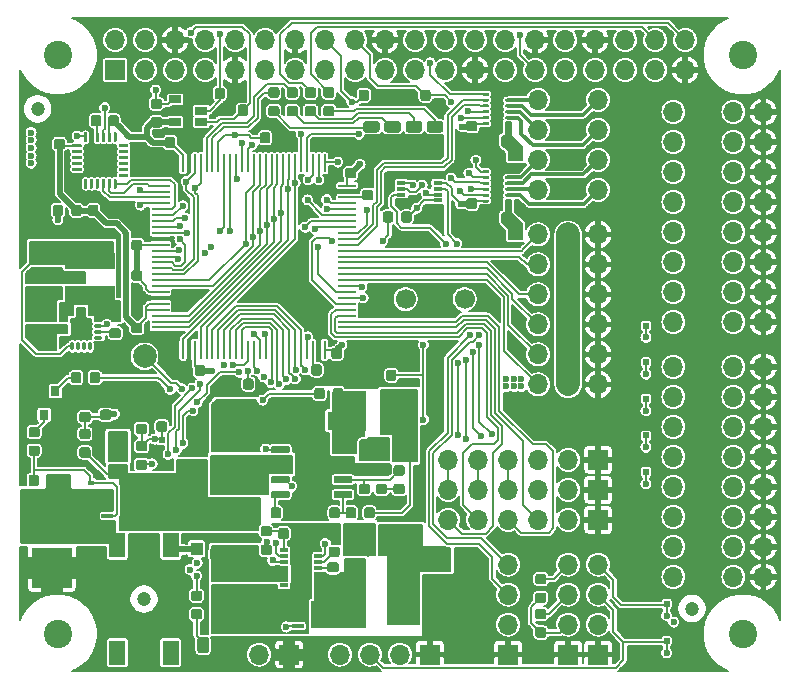
<source format=gtl>
G04 #@! TF.GenerationSoftware,KiCad,Pcbnew,6.0.0-rc1-unknown-ce496ff~66~ubuntu16.04.1*
G04 #@! TF.CreationDate,2018-10-29T22:38:19+01:00*
G04 #@! TF.ProjectId,Hedgehog,4865646765686F672E6B696361645F70,0.4*
G04 #@! TF.SameCoordinates,PX7270e00PY47868c0*
G04 #@! TF.FileFunction,Copper,L1,Top*
G04 #@! TF.FilePolarity,Positive*
%FSLAX46Y46*%
G04 Gerber Fmt 4.6, Leading zero omitted, Abs format (unit mm)*
G04 Created by KiCad (PCBNEW 6.0.0-rc1-unknown-ce496ff~66~ubuntu16.04.1) date Mon 29 Okt 2018 22:38:19 CET*
%MOMM*%
%LPD*%
G01*
G04 APERTURE LIST*
G04 #@! TA.AperFunction,SMDPad,CuDef*
%ADD10R,0.500000X0.500000*%
G04 #@! TD*
G04 #@! TA.AperFunction,Conductor*
%ADD11C,0.100000*%
G04 #@! TD*
G04 #@! TA.AperFunction,SMDPad,CuDef*
%ADD12C,0.875000*%
G04 #@! TD*
G04 #@! TA.AperFunction,SMDPad,CuDef*
%ADD13R,1.300000X1.600000*%
G04 #@! TD*
G04 #@! TA.AperFunction,ViaPad*
%ADD14C,0.500000*%
G04 #@! TD*
G04 #@! TA.AperFunction,SMDPad,CuDef*
%ADD15C,0.900000*%
G04 #@! TD*
G04 #@! TA.AperFunction,SMDPad,CuDef*
%ADD16C,0.250000*%
G04 #@! TD*
G04 #@! TA.AperFunction,SMDPad,CuDef*
%ADD17C,2.410000*%
G04 #@! TD*
G04 #@! TA.AperFunction,SMDPad,CuDef*
%ADD18C,0.600000*%
G04 #@! TD*
G04 #@! TA.AperFunction,ViaPad*
%ADD19C,0.600000*%
G04 #@! TD*
G04 #@! TA.AperFunction,SMDPad,CuDef*
%ADD20R,1.800000X1.800000*%
G04 #@! TD*
G04 #@! TA.AperFunction,SMDPad,CuDef*
%ADD21O,0.300000X0.750000*%
G04 #@! TD*
G04 #@! TA.AperFunction,SMDPad,CuDef*
%ADD22O,0.750000X0.300000*%
G04 #@! TD*
G04 #@! TA.AperFunction,SMDPad,CuDef*
%ADD23R,4.200000X1.400000*%
G04 #@! TD*
G04 #@! TA.AperFunction,SMDPad,CuDef*
%ADD24R,0.700000X0.300000*%
G04 #@! TD*
G04 #@! TA.AperFunction,ViaPad*
%ADD25C,0.700000*%
G04 #@! TD*
G04 #@! TA.AperFunction,SMDPad,CuDef*
%ADD26R,1.700000X3.300000*%
G04 #@! TD*
G04 #@! TA.AperFunction,SMDPad,CuDef*
%ADD27R,0.760000X0.405000*%
G04 #@! TD*
G04 #@! TA.AperFunction,SMDPad,CuDef*
%ADD28R,1.725000X2.245000*%
G04 #@! TD*
G04 #@! TA.AperFunction,SMDPad,CuDef*
%ADD29R,0.990000X0.405000*%
G04 #@! TD*
G04 #@! TA.AperFunction,SMDPad,CuDef*
%ADD30C,1.250000*%
G04 #@! TD*
G04 #@! TA.AperFunction,ComponentPad*
%ADD31O,1.700000X1.700000*%
G04 #@! TD*
G04 #@! TA.AperFunction,SMDPad,CuDef*
%ADD32R,1.400000X2.100000*%
G04 #@! TD*
G04 #@! TA.AperFunction,ComponentPad*
%ADD33R,1.700000X1.700000*%
G04 #@! TD*
G04 #@! TA.AperFunction,SMDPad,CuDef*
%ADD34R,1.430000X5.500000*%
G04 #@! TD*
G04 #@! TA.AperFunction,SMDPad,CuDef*
%ADD35R,0.980000X3.400000*%
G04 #@! TD*
G04 #@! TA.AperFunction,ComponentPad*
%ADD36C,1.700000*%
G04 #@! TD*
G04 #@! TA.AperFunction,SMDPad,CuDef*
%ADD37R,0.800000X0.900000*%
G04 #@! TD*
G04 #@! TA.AperFunction,SMDPad,CuDef*
%ADD38R,1.100000X1.100000*%
G04 #@! TD*
G04 #@! TA.AperFunction,SMDPad,CuDef*
%ADD39R,0.600000X0.450000*%
G04 #@! TD*
G04 #@! TA.AperFunction,SMDPad,CuDef*
%ADD40C,2.600000*%
G04 #@! TD*
G04 #@! TA.AperFunction,SMDPad,CuDef*
%ADD41R,1.060000X0.650000*%
G04 #@! TD*
G04 #@! TA.AperFunction,SMDPad,CuDef*
%ADD42R,0.800000X0.300000*%
G04 #@! TD*
G04 #@! TA.AperFunction,SMDPad,CuDef*
%ADD43C,0.975000*%
G04 #@! TD*
G04 #@! TA.AperFunction,ComponentPad*
%ADD44C,2.000000*%
G04 #@! TD*
G04 #@! TA.AperFunction,SMDPad,CuDef*
%ADD45R,0.280000X1.500000*%
G04 #@! TD*
G04 #@! TA.AperFunction,SMDPad,CuDef*
%ADD46R,1.500000X0.280000*%
G04 #@! TD*
G04 #@! TA.AperFunction,BGAPad,CuDef*
%ADD47C,1.200000*%
G04 #@! TD*
G04 #@! TA.AperFunction,BGAPad,CuDef*
%ADD48C,2.400000*%
G04 #@! TD*
G04 #@! TA.AperFunction,ComponentPad*
%ADD49R,3.400000X3.400000*%
G04 #@! TD*
G04 #@! TA.AperFunction,ViaPad*
%ADD50C,0.400000*%
G04 #@! TD*
G04 #@! TA.AperFunction,Conductor*
%ADD51C,0.200000*%
G04 #@! TD*
G04 #@! TA.AperFunction,Conductor*
%ADD52C,2.000000*%
G04 #@! TD*
G04 #@! TA.AperFunction,Conductor*
%ADD53C,1.000000*%
G04 #@! TD*
G04 #@! TA.AperFunction,Conductor*
%ADD54C,0.300000*%
G04 #@! TD*
G04 #@! TA.AperFunction,Conductor*
%ADD55C,0.500000*%
G04 #@! TD*
G04 #@! TA.AperFunction,Conductor*
%ADD56C,0.254000*%
G04 #@! TD*
G04 APERTURE END LIST*
D10*
G04 #@! TO.P,D4,2*
G04 #@! TO.N,GND*
X15450000Y-35950000D03*
G04 #@! TO.P,D4,1*
G04 #@! TO.N,Net-(C1-Pad2)*
X15450000Y-38150000D03*
G04 #@! TD*
D11*
G04 #@! TO.N,GND*
G04 #@! TO.C,R21*
G36*
X30402691Y-30126053D02*
X30423926Y-30129203D01*
X30444750Y-30134419D01*
X30464962Y-30141651D01*
X30484368Y-30150830D01*
X30502781Y-30161866D01*
X30520024Y-30174654D01*
X30535930Y-30189070D01*
X30550346Y-30204976D01*
X30563134Y-30222219D01*
X30574170Y-30240632D01*
X30583349Y-30260038D01*
X30590581Y-30280250D01*
X30595797Y-30301074D01*
X30598947Y-30322309D01*
X30600000Y-30343750D01*
X30600000Y-30856250D01*
X30598947Y-30877691D01*
X30595797Y-30898926D01*
X30590581Y-30919750D01*
X30583349Y-30939962D01*
X30574170Y-30959368D01*
X30563134Y-30977781D01*
X30550346Y-30995024D01*
X30535930Y-31010930D01*
X30520024Y-31025346D01*
X30502781Y-31038134D01*
X30484368Y-31049170D01*
X30464962Y-31058349D01*
X30444750Y-31065581D01*
X30423926Y-31070797D01*
X30402691Y-31073947D01*
X30381250Y-31075000D01*
X29943750Y-31075000D01*
X29922309Y-31073947D01*
X29901074Y-31070797D01*
X29880250Y-31065581D01*
X29860038Y-31058349D01*
X29840632Y-31049170D01*
X29822219Y-31038134D01*
X29804976Y-31025346D01*
X29789070Y-31010930D01*
X29774654Y-30995024D01*
X29761866Y-30977781D01*
X29750830Y-30959368D01*
X29741651Y-30939962D01*
X29734419Y-30919750D01*
X29729203Y-30898926D01*
X29726053Y-30877691D01*
X29725000Y-30856250D01*
X29725000Y-30343750D01*
X29726053Y-30322309D01*
X29729203Y-30301074D01*
X29734419Y-30280250D01*
X29741651Y-30260038D01*
X29750830Y-30240632D01*
X29761866Y-30222219D01*
X29774654Y-30204976D01*
X29789070Y-30189070D01*
X29804976Y-30174654D01*
X29822219Y-30161866D01*
X29840632Y-30150830D01*
X29860038Y-30141651D01*
X29880250Y-30134419D01*
X29901074Y-30129203D01*
X29922309Y-30126053D01*
X29943750Y-30125000D01*
X30381250Y-30125000D01*
X30402691Y-30126053D01*
X30402691Y-30126053D01*
G37*
D12*
G04 #@! TD*
G04 #@! TO.P,R21,2*
G04 #@! TO.N,GND*
X30162500Y-30600000D03*
D11*
G04 #@! TO.N,/EN_Reg_RPi*
G04 #@! TO.C,R21*
G36*
X31977691Y-30126053D02*
X31998926Y-30129203D01*
X32019750Y-30134419D01*
X32039962Y-30141651D01*
X32059368Y-30150830D01*
X32077781Y-30161866D01*
X32095024Y-30174654D01*
X32110930Y-30189070D01*
X32125346Y-30204976D01*
X32138134Y-30222219D01*
X32149170Y-30240632D01*
X32158349Y-30260038D01*
X32165581Y-30280250D01*
X32170797Y-30301074D01*
X32173947Y-30322309D01*
X32175000Y-30343750D01*
X32175000Y-30856250D01*
X32173947Y-30877691D01*
X32170797Y-30898926D01*
X32165581Y-30919750D01*
X32158349Y-30939962D01*
X32149170Y-30959368D01*
X32138134Y-30977781D01*
X32125346Y-30995024D01*
X32110930Y-31010930D01*
X32095024Y-31025346D01*
X32077781Y-31038134D01*
X32059368Y-31049170D01*
X32039962Y-31058349D01*
X32019750Y-31065581D01*
X31998926Y-31070797D01*
X31977691Y-31073947D01*
X31956250Y-31075000D01*
X31518750Y-31075000D01*
X31497309Y-31073947D01*
X31476074Y-31070797D01*
X31455250Y-31065581D01*
X31435038Y-31058349D01*
X31415632Y-31049170D01*
X31397219Y-31038134D01*
X31379976Y-31025346D01*
X31364070Y-31010930D01*
X31349654Y-30995024D01*
X31336866Y-30977781D01*
X31325830Y-30959368D01*
X31316651Y-30939962D01*
X31309419Y-30919750D01*
X31304203Y-30898926D01*
X31301053Y-30877691D01*
X31300000Y-30856250D01*
X31300000Y-30343750D01*
X31301053Y-30322309D01*
X31304203Y-30301074D01*
X31309419Y-30280250D01*
X31316651Y-30260038D01*
X31325830Y-30240632D01*
X31336866Y-30222219D01*
X31349654Y-30204976D01*
X31364070Y-30189070D01*
X31379976Y-30174654D01*
X31397219Y-30161866D01*
X31415632Y-30150830D01*
X31435038Y-30141651D01*
X31455250Y-30134419D01*
X31476074Y-30129203D01*
X31497309Y-30126053D01*
X31518750Y-30125000D01*
X31956250Y-30125000D01*
X31977691Y-30126053D01*
X31977691Y-30126053D01*
G37*
D12*
G04 #@! TD*
G04 #@! TO.P,R21,1*
G04 #@! TO.N,/EN_Reg_RPi*
X31737500Y-30600000D03*
D13*
G04 #@! TO.P,D20,2*
G04 #@! TO.N,GND*
X22550000Y-34450000D03*
G04 #@! TO.P,D20,1*
G04 #@! TO.N,Net-(C25-Pad1)*
X26950000Y-34450000D03*
G04 #@! TD*
D14*
G04 #@! TO.N,GND*
G04 #@! TO.C,U45*
X40700000Y-7300000D03*
X40700000Y-8800000D03*
X40700000Y-8050000D03*
D11*
G36*
X41101293Y-7050260D02*
X41106535Y-7051038D01*
X41111675Y-7052325D01*
X41116665Y-7054111D01*
X41121455Y-7056376D01*
X41126001Y-7059101D01*
X41130257Y-7062257D01*
X41134184Y-7065816D01*
X41137743Y-7069743D01*
X41140899Y-7073999D01*
X41143624Y-7078545D01*
X41145889Y-7083335D01*
X41147675Y-7088325D01*
X41148962Y-7093465D01*
X41149740Y-7098707D01*
X41150000Y-7104000D01*
X41150000Y-8996000D01*
X41149740Y-9001293D01*
X41148962Y-9006535D01*
X41147675Y-9011675D01*
X41145889Y-9016665D01*
X41143624Y-9021455D01*
X41140899Y-9026001D01*
X41137743Y-9030257D01*
X41134184Y-9034184D01*
X41130257Y-9037743D01*
X41126001Y-9040899D01*
X41121455Y-9043624D01*
X41116665Y-9045889D01*
X41111675Y-9047675D01*
X41106535Y-9048962D01*
X41101293Y-9049740D01*
X41096000Y-9050000D01*
X40304000Y-9050000D01*
X40298707Y-9049740D01*
X40293465Y-9048962D01*
X40288325Y-9047675D01*
X40283335Y-9045889D01*
X40278545Y-9043624D01*
X40273999Y-9040899D01*
X40269743Y-9037743D01*
X40265816Y-9034184D01*
X40262257Y-9030257D01*
X40259101Y-9026001D01*
X40256376Y-9021455D01*
X40254111Y-9016665D01*
X40252325Y-9011675D01*
X40251038Y-9006535D01*
X40250260Y-9001293D01*
X40250000Y-8996000D01*
X40250000Y-7104000D01*
X40250260Y-7098707D01*
X40251038Y-7093465D01*
X40252325Y-7088325D01*
X40254111Y-7083335D01*
X40256376Y-7078545D01*
X40259101Y-7073999D01*
X40262257Y-7069743D01*
X40265816Y-7065816D01*
X40269743Y-7062257D01*
X40273999Y-7059101D01*
X40278545Y-7056376D01*
X40283335Y-7054111D01*
X40288325Y-7052325D01*
X40293465Y-7051038D01*
X40298707Y-7050260D01*
X40304000Y-7050000D01*
X41096000Y-7050000D01*
X41101293Y-7050260D01*
X41101293Y-7050260D01*
G37*
D15*
G04 #@! TD*
G04 #@! TO.P,U45,6*
G04 #@! TO.N,GND*
X40700000Y-8050000D03*
D11*
G04 #@! TO.N,+3V3*
G04 #@! TO.C,U45*
G36*
X39954901Y-9175241D02*
X39959755Y-9175961D01*
X39964514Y-9177153D01*
X39969134Y-9178806D01*
X39973570Y-9180904D01*
X39977779Y-9183427D01*
X39981720Y-9186349D01*
X39985355Y-9189645D01*
X39988651Y-9193280D01*
X39991573Y-9197221D01*
X39994096Y-9201430D01*
X39996194Y-9205866D01*
X39997847Y-9210486D01*
X39999039Y-9215245D01*
X39999759Y-9220099D01*
X40000000Y-9225000D01*
X40000000Y-9375000D01*
X39999759Y-9379901D01*
X39999039Y-9384755D01*
X39997847Y-9389514D01*
X39996194Y-9394134D01*
X39994096Y-9398570D01*
X39991573Y-9402779D01*
X39988651Y-9406720D01*
X39985355Y-9410355D01*
X39981720Y-9413651D01*
X39977779Y-9416573D01*
X39973570Y-9419096D01*
X39969134Y-9421194D01*
X39964514Y-9422847D01*
X39959755Y-9424039D01*
X39954901Y-9424759D01*
X39950000Y-9425000D01*
X39550000Y-9425000D01*
X39545099Y-9424759D01*
X39540245Y-9424039D01*
X39535486Y-9422847D01*
X39530866Y-9421194D01*
X39526430Y-9419096D01*
X39522221Y-9416573D01*
X39518280Y-9413651D01*
X39514645Y-9410355D01*
X39511349Y-9406720D01*
X39508427Y-9402779D01*
X39505904Y-9398570D01*
X39503806Y-9394134D01*
X39502153Y-9389514D01*
X39500961Y-9384755D01*
X39500241Y-9379901D01*
X39500000Y-9375000D01*
X39500000Y-9225000D01*
X39500241Y-9220099D01*
X39500961Y-9215245D01*
X39502153Y-9210486D01*
X39503806Y-9205866D01*
X39505904Y-9201430D01*
X39508427Y-9197221D01*
X39511349Y-9193280D01*
X39514645Y-9189645D01*
X39518280Y-9186349D01*
X39522221Y-9183427D01*
X39526430Y-9180904D01*
X39530866Y-9178806D01*
X39535486Y-9177153D01*
X39540245Y-9175961D01*
X39545099Y-9175241D01*
X39550000Y-9175000D01*
X39950000Y-9175000D01*
X39954901Y-9175241D01*
X39954901Y-9175241D01*
G37*
D16*
G04 #@! TD*
G04 #@! TO.P,U45,12*
G04 #@! TO.N,+3V3*
X39750000Y-9300000D03*
D11*
G04 #@! TO.N,/Logic/MOTOR_01*
G04 #@! TO.C,U45*
G36*
X39954901Y-8675241D02*
X39959755Y-8675961D01*
X39964514Y-8677153D01*
X39969134Y-8678806D01*
X39973570Y-8680904D01*
X39977779Y-8683427D01*
X39981720Y-8686349D01*
X39985355Y-8689645D01*
X39988651Y-8693280D01*
X39991573Y-8697221D01*
X39994096Y-8701430D01*
X39996194Y-8705866D01*
X39997847Y-8710486D01*
X39999039Y-8715245D01*
X39999759Y-8720099D01*
X40000000Y-8725000D01*
X40000000Y-8875000D01*
X39999759Y-8879901D01*
X39999039Y-8884755D01*
X39997847Y-8889514D01*
X39996194Y-8894134D01*
X39994096Y-8898570D01*
X39991573Y-8902779D01*
X39988651Y-8906720D01*
X39985355Y-8910355D01*
X39981720Y-8913651D01*
X39977779Y-8916573D01*
X39973570Y-8919096D01*
X39969134Y-8921194D01*
X39964514Y-8922847D01*
X39959755Y-8924039D01*
X39954901Y-8924759D01*
X39950000Y-8925000D01*
X39550000Y-8925000D01*
X39545099Y-8924759D01*
X39540245Y-8924039D01*
X39535486Y-8922847D01*
X39530866Y-8921194D01*
X39526430Y-8919096D01*
X39522221Y-8916573D01*
X39518280Y-8913651D01*
X39514645Y-8910355D01*
X39511349Y-8906720D01*
X39508427Y-8902779D01*
X39505904Y-8898570D01*
X39503806Y-8894134D01*
X39502153Y-8889514D01*
X39500961Y-8884755D01*
X39500241Y-8879901D01*
X39500000Y-8875000D01*
X39500000Y-8725000D01*
X39500241Y-8720099D01*
X39500961Y-8715245D01*
X39502153Y-8710486D01*
X39503806Y-8705866D01*
X39505904Y-8701430D01*
X39508427Y-8697221D01*
X39511349Y-8693280D01*
X39514645Y-8689645D01*
X39518280Y-8686349D01*
X39522221Y-8683427D01*
X39526430Y-8680904D01*
X39530866Y-8678806D01*
X39535486Y-8677153D01*
X39540245Y-8675961D01*
X39545099Y-8675241D01*
X39550000Y-8675000D01*
X39950000Y-8675000D01*
X39954901Y-8675241D01*
X39954901Y-8675241D01*
G37*
D16*
G04 #@! TD*
G04 #@! TO.P,U45,11*
G04 #@! TO.N,/Logic/MOTOR_01*
X39750000Y-8800000D03*
D11*
G04 #@! TO.N,/Logic/MOTOR_1_A*
G04 #@! TO.C,U45*
G36*
X39954901Y-8175241D02*
X39959755Y-8175961D01*
X39964514Y-8177153D01*
X39969134Y-8178806D01*
X39973570Y-8180904D01*
X39977779Y-8183427D01*
X39981720Y-8186349D01*
X39985355Y-8189645D01*
X39988651Y-8193280D01*
X39991573Y-8197221D01*
X39994096Y-8201430D01*
X39996194Y-8205866D01*
X39997847Y-8210486D01*
X39999039Y-8215245D01*
X39999759Y-8220099D01*
X40000000Y-8225000D01*
X40000000Y-8375000D01*
X39999759Y-8379901D01*
X39999039Y-8384755D01*
X39997847Y-8389514D01*
X39996194Y-8394134D01*
X39994096Y-8398570D01*
X39991573Y-8402779D01*
X39988651Y-8406720D01*
X39985355Y-8410355D01*
X39981720Y-8413651D01*
X39977779Y-8416573D01*
X39973570Y-8419096D01*
X39969134Y-8421194D01*
X39964514Y-8422847D01*
X39959755Y-8424039D01*
X39954901Y-8424759D01*
X39950000Y-8425000D01*
X39550000Y-8425000D01*
X39545099Y-8424759D01*
X39540245Y-8424039D01*
X39535486Y-8422847D01*
X39530866Y-8421194D01*
X39526430Y-8419096D01*
X39522221Y-8416573D01*
X39518280Y-8413651D01*
X39514645Y-8410355D01*
X39511349Y-8406720D01*
X39508427Y-8402779D01*
X39505904Y-8398570D01*
X39503806Y-8394134D01*
X39502153Y-8389514D01*
X39500961Y-8384755D01*
X39500241Y-8379901D01*
X39500000Y-8375000D01*
X39500000Y-8225000D01*
X39500241Y-8220099D01*
X39500961Y-8215245D01*
X39502153Y-8210486D01*
X39503806Y-8205866D01*
X39505904Y-8201430D01*
X39508427Y-8197221D01*
X39511349Y-8193280D01*
X39514645Y-8189645D01*
X39518280Y-8186349D01*
X39522221Y-8183427D01*
X39526430Y-8180904D01*
X39530866Y-8178806D01*
X39535486Y-8177153D01*
X39540245Y-8175961D01*
X39545099Y-8175241D01*
X39550000Y-8175000D01*
X39950000Y-8175000D01*
X39954901Y-8175241D01*
X39954901Y-8175241D01*
G37*
D16*
G04 #@! TD*
G04 #@! TO.P,U45,10*
G04 #@! TO.N,/Logic/MOTOR_1_A*
X39750000Y-8300000D03*
D11*
G04 #@! TO.N,/Logic/MOTOR_1_B*
G04 #@! TO.C,U45*
G36*
X39954901Y-7675241D02*
X39959755Y-7675961D01*
X39964514Y-7677153D01*
X39969134Y-7678806D01*
X39973570Y-7680904D01*
X39977779Y-7683427D01*
X39981720Y-7686349D01*
X39985355Y-7689645D01*
X39988651Y-7693280D01*
X39991573Y-7697221D01*
X39994096Y-7701430D01*
X39996194Y-7705866D01*
X39997847Y-7710486D01*
X39999039Y-7715245D01*
X39999759Y-7720099D01*
X40000000Y-7725000D01*
X40000000Y-7875000D01*
X39999759Y-7879901D01*
X39999039Y-7884755D01*
X39997847Y-7889514D01*
X39996194Y-7894134D01*
X39994096Y-7898570D01*
X39991573Y-7902779D01*
X39988651Y-7906720D01*
X39985355Y-7910355D01*
X39981720Y-7913651D01*
X39977779Y-7916573D01*
X39973570Y-7919096D01*
X39969134Y-7921194D01*
X39964514Y-7922847D01*
X39959755Y-7924039D01*
X39954901Y-7924759D01*
X39950000Y-7925000D01*
X39550000Y-7925000D01*
X39545099Y-7924759D01*
X39540245Y-7924039D01*
X39535486Y-7922847D01*
X39530866Y-7921194D01*
X39526430Y-7919096D01*
X39522221Y-7916573D01*
X39518280Y-7913651D01*
X39514645Y-7910355D01*
X39511349Y-7906720D01*
X39508427Y-7902779D01*
X39505904Y-7898570D01*
X39503806Y-7894134D01*
X39502153Y-7889514D01*
X39500961Y-7884755D01*
X39500241Y-7879901D01*
X39500000Y-7875000D01*
X39500000Y-7725000D01*
X39500241Y-7720099D01*
X39500961Y-7715245D01*
X39502153Y-7710486D01*
X39503806Y-7705866D01*
X39505904Y-7701430D01*
X39508427Y-7697221D01*
X39511349Y-7693280D01*
X39514645Y-7689645D01*
X39518280Y-7686349D01*
X39522221Y-7683427D01*
X39526430Y-7680904D01*
X39530866Y-7678806D01*
X39535486Y-7677153D01*
X39540245Y-7675961D01*
X39545099Y-7675241D01*
X39550000Y-7675000D01*
X39950000Y-7675000D01*
X39954901Y-7675241D01*
X39954901Y-7675241D01*
G37*
D16*
G04 #@! TD*
G04 #@! TO.P,U45,9*
G04 #@! TO.N,/Logic/MOTOR_1_B*
X39750000Y-7800000D03*
D11*
G04 #@! TO.N,/Logic/MOTOR_0_A*
G04 #@! TO.C,U45*
G36*
X39954901Y-7175241D02*
X39959755Y-7175961D01*
X39964514Y-7177153D01*
X39969134Y-7178806D01*
X39973570Y-7180904D01*
X39977779Y-7183427D01*
X39981720Y-7186349D01*
X39985355Y-7189645D01*
X39988651Y-7193280D01*
X39991573Y-7197221D01*
X39994096Y-7201430D01*
X39996194Y-7205866D01*
X39997847Y-7210486D01*
X39999039Y-7215245D01*
X39999759Y-7220099D01*
X40000000Y-7225000D01*
X40000000Y-7375000D01*
X39999759Y-7379901D01*
X39999039Y-7384755D01*
X39997847Y-7389514D01*
X39996194Y-7394134D01*
X39994096Y-7398570D01*
X39991573Y-7402779D01*
X39988651Y-7406720D01*
X39985355Y-7410355D01*
X39981720Y-7413651D01*
X39977779Y-7416573D01*
X39973570Y-7419096D01*
X39969134Y-7421194D01*
X39964514Y-7422847D01*
X39959755Y-7424039D01*
X39954901Y-7424759D01*
X39950000Y-7425000D01*
X39550000Y-7425000D01*
X39545099Y-7424759D01*
X39540245Y-7424039D01*
X39535486Y-7422847D01*
X39530866Y-7421194D01*
X39526430Y-7419096D01*
X39522221Y-7416573D01*
X39518280Y-7413651D01*
X39514645Y-7410355D01*
X39511349Y-7406720D01*
X39508427Y-7402779D01*
X39505904Y-7398570D01*
X39503806Y-7394134D01*
X39502153Y-7389514D01*
X39500961Y-7384755D01*
X39500241Y-7379901D01*
X39500000Y-7375000D01*
X39500000Y-7225000D01*
X39500241Y-7220099D01*
X39500961Y-7215245D01*
X39502153Y-7210486D01*
X39503806Y-7205866D01*
X39505904Y-7201430D01*
X39508427Y-7197221D01*
X39511349Y-7193280D01*
X39514645Y-7189645D01*
X39518280Y-7186349D01*
X39522221Y-7183427D01*
X39526430Y-7180904D01*
X39530866Y-7178806D01*
X39535486Y-7177153D01*
X39540245Y-7175961D01*
X39545099Y-7175241D01*
X39550000Y-7175000D01*
X39950000Y-7175000D01*
X39954901Y-7175241D01*
X39954901Y-7175241D01*
G37*
D16*
G04 #@! TD*
G04 #@! TO.P,U45,8*
G04 #@! TO.N,/Logic/MOTOR_0_A*
X39750000Y-7300000D03*
D11*
G04 #@! TO.N,/Logic/MOTOR_0_B*
G04 #@! TO.C,U45*
G36*
X39954901Y-6675241D02*
X39959755Y-6675961D01*
X39964514Y-6677153D01*
X39969134Y-6678806D01*
X39973570Y-6680904D01*
X39977779Y-6683427D01*
X39981720Y-6686349D01*
X39985355Y-6689645D01*
X39988651Y-6693280D01*
X39991573Y-6697221D01*
X39994096Y-6701430D01*
X39996194Y-6705866D01*
X39997847Y-6710486D01*
X39999039Y-6715245D01*
X39999759Y-6720099D01*
X40000000Y-6725000D01*
X40000000Y-6875000D01*
X39999759Y-6879901D01*
X39999039Y-6884755D01*
X39997847Y-6889514D01*
X39996194Y-6894134D01*
X39994096Y-6898570D01*
X39991573Y-6902779D01*
X39988651Y-6906720D01*
X39985355Y-6910355D01*
X39981720Y-6913651D01*
X39977779Y-6916573D01*
X39973570Y-6919096D01*
X39969134Y-6921194D01*
X39964514Y-6922847D01*
X39959755Y-6924039D01*
X39954901Y-6924759D01*
X39950000Y-6925000D01*
X39550000Y-6925000D01*
X39545099Y-6924759D01*
X39540245Y-6924039D01*
X39535486Y-6922847D01*
X39530866Y-6921194D01*
X39526430Y-6919096D01*
X39522221Y-6916573D01*
X39518280Y-6913651D01*
X39514645Y-6910355D01*
X39511349Y-6906720D01*
X39508427Y-6902779D01*
X39505904Y-6898570D01*
X39503806Y-6894134D01*
X39502153Y-6889514D01*
X39500961Y-6884755D01*
X39500241Y-6879901D01*
X39500000Y-6875000D01*
X39500000Y-6725000D01*
X39500241Y-6720099D01*
X39500961Y-6715245D01*
X39502153Y-6710486D01*
X39503806Y-6705866D01*
X39505904Y-6701430D01*
X39508427Y-6697221D01*
X39511349Y-6693280D01*
X39514645Y-6689645D01*
X39518280Y-6686349D01*
X39522221Y-6683427D01*
X39526430Y-6680904D01*
X39530866Y-6678806D01*
X39535486Y-6677153D01*
X39540245Y-6675961D01*
X39545099Y-6675241D01*
X39550000Y-6675000D01*
X39950000Y-6675000D01*
X39954901Y-6675241D01*
X39954901Y-6675241D01*
G37*
D16*
G04 #@! TD*
G04 #@! TO.P,U45,7*
G04 #@! TO.N,/Logic/MOTOR_0_B*
X39750000Y-6800000D03*
D11*
G04 #@! TO.N,GND*
G04 #@! TO.C,U45*
G36*
X41854901Y-6675241D02*
X41859755Y-6675961D01*
X41864514Y-6677153D01*
X41869134Y-6678806D01*
X41873570Y-6680904D01*
X41877779Y-6683427D01*
X41881720Y-6686349D01*
X41885355Y-6689645D01*
X41888651Y-6693280D01*
X41891573Y-6697221D01*
X41894096Y-6701430D01*
X41896194Y-6705866D01*
X41897847Y-6710486D01*
X41899039Y-6715245D01*
X41899759Y-6720099D01*
X41900000Y-6725000D01*
X41900000Y-6875000D01*
X41899759Y-6879901D01*
X41899039Y-6884755D01*
X41897847Y-6889514D01*
X41896194Y-6894134D01*
X41894096Y-6898570D01*
X41891573Y-6902779D01*
X41888651Y-6906720D01*
X41885355Y-6910355D01*
X41881720Y-6913651D01*
X41877779Y-6916573D01*
X41873570Y-6919096D01*
X41869134Y-6921194D01*
X41864514Y-6922847D01*
X41859755Y-6924039D01*
X41854901Y-6924759D01*
X41850000Y-6925000D01*
X41450000Y-6925000D01*
X41445099Y-6924759D01*
X41440245Y-6924039D01*
X41435486Y-6922847D01*
X41430866Y-6921194D01*
X41426430Y-6919096D01*
X41422221Y-6916573D01*
X41418280Y-6913651D01*
X41414645Y-6910355D01*
X41411349Y-6906720D01*
X41408427Y-6902779D01*
X41405904Y-6898570D01*
X41403806Y-6894134D01*
X41402153Y-6889514D01*
X41400961Y-6884755D01*
X41400241Y-6879901D01*
X41400000Y-6875000D01*
X41400000Y-6725000D01*
X41400241Y-6720099D01*
X41400961Y-6715245D01*
X41402153Y-6710486D01*
X41403806Y-6705866D01*
X41405904Y-6701430D01*
X41408427Y-6697221D01*
X41411349Y-6693280D01*
X41414645Y-6689645D01*
X41418280Y-6686349D01*
X41422221Y-6683427D01*
X41426430Y-6680904D01*
X41430866Y-6678806D01*
X41435486Y-6677153D01*
X41440245Y-6675961D01*
X41445099Y-6675241D01*
X41450000Y-6675000D01*
X41850000Y-6675000D01*
X41854901Y-6675241D01*
X41854901Y-6675241D01*
G37*
D16*
G04 #@! TD*
G04 #@! TO.P,U45,6*
G04 #@! TO.N,GND*
X41650000Y-6800000D03*
D11*
G04 #@! TO.N,Net-(J54-Pad1)*
G04 #@! TO.C,U45*
G36*
X41854901Y-7175241D02*
X41859755Y-7175961D01*
X41864514Y-7177153D01*
X41869134Y-7178806D01*
X41873570Y-7180904D01*
X41877779Y-7183427D01*
X41881720Y-7186349D01*
X41885355Y-7189645D01*
X41888651Y-7193280D01*
X41891573Y-7197221D01*
X41894096Y-7201430D01*
X41896194Y-7205866D01*
X41897847Y-7210486D01*
X41899039Y-7215245D01*
X41899759Y-7220099D01*
X41900000Y-7225000D01*
X41900000Y-7375000D01*
X41899759Y-7379901D01*
X41899039Y-7384755D01*
X41897847Y-7389514D01*
X41896194Y-7394134D01*
X41894096Y-7398570D01*
X41891573Y-7402779D01*
X41888651Y-7406720D01*
X41885355Y-7410355D01*
X41881720Y-7413651D01*
X41877779Y-7416573D01*
X41873570Y-7419096D01*
X41869134Y-7421194D01*
X41864514Y-7422847D01*
X41859755Y-7424039D01*
X41854901Y-7424759D01*
X41850000Y-7425000D01*
X41450000Y-7425000D01*
X41445099Y-7424759D01*
X41440245Y-7424039D01*
X41435486Y-7422847D01*
X41430866Y-7421194D01*
X41426430Y-7419096D01*
X41422221Y-7416573D01*
X41418280Y-7413651D01*
X41414645Y-7410355D01*
X41411349Y-7406720D01*
X41408427Y-7402779D01*
X41405904Y-7398570D01*
X41403806Y-7394134D01*
X41402153Y-7389514D01*
X41400961Y-7384755D01*
X41400241Y-7379901D01*
X41400000Y-7375000D01*
X41400000Y-7225000D01*
X41400241Y-7220099D01*
X41400961Y-7215245D01*
X41402153Y-7210486D01*
X41403806Y-7205866D01*
X41405904Y-7201430D01*
X41408427Y-7197221D01*
X41411349Y-7193280D01*
X41414645Y-7189645D01*
X41418280Y-7186349D01*
X41422221Y-7183427D01*
X41426430Y-7180904D01*
X41430866Y-7178806D01*
X41435486Y-7177153D01*
X41440245Y-7175961D01*
X41445099Y-7175241D01*
X41450000Y-7175000D01*
X41850000Y-7175000D01*
X41854901Y-7175241D01*
X41854901Y-7175241D01*
G37*
D16*
G04 #@! TD*
G04 #@! TO.P,U45,5*
G04 #@! TO.N,Net-(J54-Pad1)*
X41650000Y-7300000D03*
D11*
G04 #@! TO.N,Net-(J55-Pad1)*
G04 #@! TO.C,U45*
G36*
X41854901Y-7675241D02*
X41859755Y-7675961D01*
X41864514Y-7677153D01*
X41869134Y-7678806D01*
X41873570Y-7680904D01*
X41877779Y-7683427D01*
X41881720Y-7686349D01*
X41885355Y-7689645D01*
X41888651Y-7693280D01*
X41891573Y-7697221D01*
X41894096Y-7701430D01*
X41896194Y-7705866D01*
X41897847Y-7710486D01*
X41899039Y-7715245D01*
X41899759Y-7720099D01*
X41900000Y-7725000D01*
X41900000Y-7875000D01*
X41899759Y-7879901D01*
X41899039Y-7884755D01*
X41897847Y-7889514D01*
X41896194Y-7894134D01*
X41894096Y-7898570D01*
X41891573Y-7902779D01*
X41888651Y-7906720D01*
X41885355Y-7910355D01*
X41881720Y-7913651D01*
X41877779Y-7916573D01*
X41873570Y-7919096D01*
X41869134Y-7921194D01*
X41864514Y-7922847D01*
X41859755Y-7924039D01*
X41854901Y-7924759D01*
X41850000Y-7925000D01*
X41450000Y-7925000D01*
X41445099Y-7924759D01*
X41440245Y-7924039D01*
X41435486Y-7922847D01*
X41430866Y-7921194D01*
X41426430Y-7919096D01*
X41422221Y-7916573D01*
X41418280Y-7913651D01*
X41414645Y-7910355D01*
X41411349Y-7906720D01*
X41408427Y-7902779D01*
X41405904Y-7898570D01*
X41403806Y-7894134D01*
X41402153Y-7889514D01*
X41400961Y-7884755D01*
X41400241Y-7879901D01*
X41400000Y-7875000D01*
X41400000Y-7725000D01*
X41400241Y-7720099D01*
X41400961Y-7715245D01*
X41402153Y-7710486D01*
X41403806Y-7705866D01*
X41405904Y-7701430D01*
X41408427Y-7697221D01*
X41411349Y-7693280D01*
X41414645Y-7689645D01*
X41418280Y-7686349D01*
X41422221Y-7683427D01*
X41426430Y-7680904D01*
X41430866Y-7678806D01*
X41435486Y-7677153D01*
X41440245Y-7675961D01*
X41445099Y-7675241D01*
X41450000Y-7675000D01*
X41850000Y-7675000D01*
X41854901Y-7675241D01*
X41854901Y-7675241D01*
G37*
D16*
G04 #@! TD*
G04 #@! TO.P,U45,4*
G04 #@! TO.N,Net-(J55-Pad1)*
X41650000Y-7800000D03*
D11*
G04 #@! TO.N,Net-(J54-Pad2)*
G04 #@! TO.C,U45*
G36*
X41854901Y-8175241D02*
X41859755Y-8175961D01*
X41864514Y-8177153D01*
X41869134Y-8178806D01*
X41873570Y-8180904D01*
X41877779Y-8183427D01*
X41881720Y-8186349D01*
X41885355Y-8189645D01*
X41888651Y-8193280D01*
X41891573Y-8197221D01*
X41894096Y-8201430D01*
X41896194Y-8205866D01*
X41897847Y-8210486D01*
X41899039Y-8215245D01*
X41899759Y-8220099D01*
X41900000Y-8225000D01*
X41900000Y-8375000D01*
X41899759Y-8379901D01*
X41899039Y-8384755D01*
X41897847Y-8389514D01*
X41896194Y-8394134D01*
X41894096Y-8398570D01*
X41891573Y-8402779D01*
X41888651Y-8406720D01*
X41885355Y-8410355D01*
X41881720Y-8413651D01*
X41877779Y-8416573D01*
X41873570Y-8419096D01*
X41869134Y-8421194D01*
X41864514Y-8422847D01*
X41859755Y-8424039D01*
X41854901Y-8424759D01*
X41850000Y-8425000D01*
X41450000Y-8425000D01*
X41445099Y-8424759D01*
X41440245Y-8424039D01*
X41435486Y-8422847D01*
X41430866Y-8421194D01*
X41426430Y-8419096D01*
X41422221Y-8416573D01*
X41418280Y-8413651D01*
X41414645Y-8410355D01*
X41411349Y-8406720D01*
X41408427Y-8402779D01*
X41405904Y-8398570D01*
X41403806Y-8394134D01*
X41402153Y-8389514D01*
X41400961Y-8384755D01*
X41400241Y-8379901D01*
X41400000Y-8375000D01*
X41400000Y-8225000D01*
X41400241Y-8220099D01*
X41400961Y-8215245D01*
X41402153Y-8210486D01*
X41403806Y-8205866D01*
X41405904Y-8201430D01*
X41408427Y-8197221D01*
X41411349Y-8193280D01*
X41414645Y-8189645D01*
X41418280Y-8186349D01*
X41422221Y-8183427D01*
X41426430Y-8180904D01*
X41430866Y-8178806D01*
X41435486Y-8177153D01*
X41440245Y-8175961D01*
X41445099Y-8175241D01*
X41450000Y-8175000D01*
X41850000Y-8175000D01*
X41854901Y-8175241D01*
X41854901Y-8175241D01*
G37*
D16*
G04 #@! TD*
G04 #@! TO.P,U45,3*
G04 #@! TO.N,Net-(J54-Pad2)*
X41650000Y-8300000D03*
D11*
G04 #@! TO.N,Net-(J55-Pad2)*
G04 #@! TO.C,U45*
G36*
X41854901Y-8675241D02*
X41859755Y-8675961D01*
X41864514Y-8677153D01*
X41869134Y-8678806D01*
X41873570Y-8680904D01*
X41877779Y-8683427D01*
X41881720Y-8686349D01*
X41885355Y-8689645D01*
X41888651Y-8693280D01*
X41891573Y-8697221D01*
X41894096Y-8701430D01*
X41896194Y-8705866D01*
X41897847Y-8710486D01*
X41899039Y-8715245D01*
X41899759Y-8720099D01*
X41900000Y-8725000D01*
X41900000Y-8875000D01*
X41899759Y-8879901D01*
X41899039Y-8884755D01*
X41897847Y-8889514D01*
X41896194Y-8894134D01*
X41894096Y-8898570D01*
X41891573Y-8902779D01*
X41888651Y-8906720D01*
X41885355Y-8910355D01*
X41881720Y-8913651D01*
X41877779Y-8916573D01*
X41873570Y-8919096D01*
X41869134Y-8921194D01*
X41864514Y-8922847D01*
X41859755Y-8924039D01*
X41854901Y-8924759D01*
X41850000Y-8925000D01*
X41450000Y-8925000D01*
X41445099Y-8924759D01*
X41440245Y-8924039D01*
X41435486Y-8922847D01*
X41430866Y-8921194D01*
X41426430Y-8919096D01*
X41422221Y-8916573D01*
X41418280Y-8913651D01*
X41414645Y-8910355D01*
X41411349Y-8906720D01*
X41408427Y-8902779D01*
X41405904Y-8898570D01*
X41403806Y-8894134D01*
X41402153Y-8889514D01*
X41400961Y-8884755D01*
X41400241Y-8879901D01*
X41400000Y-8875000D01*
X41400000Y-8725000D01*
X41400241Y-8720099D01*
X41400961Y-8715245D01*
X41402153Y-8710486D01*
X41403806Y-8705866D01*
X41405904Y-8701430D01*
X41408427Y-8697221D01*
X41411349Y-8693280D01*
X41414645Y-8689645D01*
X41418280Y-8686349D01*
X41422221Y-8683427D01*
X41426430Y-8680904D01*
X41430866Y-8678806D01*
X41435486Y-8677153D01*
X41440245Y-8675961D01*
X41445099Y-8675241D01*
X41450000Y-8675000D01*
X41850000Y-8675000D01*
X41854901Y-8675241D01*
X41854901Y-8675241D01*
G37*
D16*
G04 #@! TD*
G04 #@! TO.P,U45,2*
G04 #@! TO.N,Net-(J55-Pad2)*
X41650000Y-8800000D03*
D11*
G04 #@! TO.N,+5V*
G04 #@! TO.C,U45*
G36*
X41854901Y-9175241D02*
X41859755Y-9175961D01*
X41864514Y-9177153D01*
X41869134Y-9178806D01*
X41873570Y-9180904D01*
X41877779Y-9183427D01*
X41881720Y-9186349D01*
X41885355Y-9189645D01*
X41888651Y-9193280D01*
X41891573Y-9197221D01*
X41894096Y-9201430D01*
X41896194Y-9205866D01*
X41897847Y-9210486D01*
X41899039Y-9215245D01*
X41899759Y-9220099D01*
X41900000Y-9225000D01*
X41900000Y-9375000D01*
X41899759Y-9379901D01*
X41899039Y-9384755D01*
X41897847Y-9389514D01*
X41896194Y-9394134D01*
X41894096Y-9398570D01*
X41891573Y-9402779D01*
X41888651Y-9406720D01*
X41885355Y-9410355D01*
X41881720Y-9413651D01*
X41877779Y-9416573D01*
X41873570Y-9419096D01*
X41869134Y-9421194D01*
X41864514Y-9422847D01*
X41859755Y-9424039D01*
X41854901Y-9424759D01*
X41850000Y-9425000D01*
X41450000Y-9425000D01*
X41445099Y-9424759D01*
X41440245Y-9424039D01*
X41435486Y-9422847D01*
X41430866Y-9421194D01*
X41426430Y-9419096D01*
X41422221Y-9416573D01*
X41418280Y-9413651D01*
X41414645Y-9410355D01*
X41411349Y-9406720D01*
X41408427Y-9402779D01*
X41405904Y-9398570D01*
X41403806Y-9394134D01*
X41402153Y-9389514D01*
X41400961Y-9384755D01*
X41400241Y-9379901D01*
X41400000Y-9375000D01*
X41400000Y-9225000D01*
X41400241Y-9220099D01*
X41400961Y-9215245D01*
X41402153Y-9210486D01*
X41403806Y-9205866D01*
X41405904Y-9201430D01*
X41408427Y-9197221D01*
X41411349Y-9193280D01*
X41414645Y-9189645D01*
X41418280Y-9186349D01*
X41422221Y-9183427D01*
X41426430Y-9180904D01*
X41430866Y-9178806D01*
X41435486Y-9177153D01*
X41440245Y-9175961D01*
X41445099Y-9175241D01*
X41450000Y-9175000D01*
X41850000Y-9175000D01*
X41854901Y-9175241D01*
X41854901Y-9175241D01*
G37*
D16*
G04 #@! TD*
G04 #@! TO.P,U45,1*
G04 #@! TO.N,+5V*
X41650000Y-9300000D03*
D14*
G04 #@! TO.N,GND*
G04 #@! TO.C,U44*
X40700000Y-13850000D03*
X40700000Y-15350000D03*
X40700000Y-14600000D03*
D11*
G36*
X41101293Y-13600260D02*
X41106535Y-13601038D01*
X41111675Y-13602325D01*
X41116665Y-13604111D01*
X41121455Y-13606376D01*
X41126001Y-13609101D01*
X41130257Y-13612257D01*
X41134184Y-13615816D01*
X41137743Y-13619743D01*
X41140899Y-13623999D01*
X41143624Y-13628545D01*
X41145889Y-13633335D01*
X41147675Y-13638325D01*
X41148962Y-13643465D01*
X41149740Y-13648707D01*
X41150000Y-13654000D01*
X41150000Y-15546000D01*
X41149740Y-15551293D01*
X41148962Y-15556535D01*
X41147675Y-15561675D01*
X41145889Y-15566665D01*
X41143624Y-15571455D01*
X41140899Y-15576001D01*
X41137743Y-15580257D01*
X41134184Y-15584184D01*
X41130257Y-15587743D01*
X41126001Y-15590899D01*
X41121455Y-15593624D01*
X41116665Y-15595889D01*
X41111675Y-15597675D01*
X41106535Y-15598962D01*
X41101293Y-15599740D01*
X41096000Y-15600000D01*
X40304000Y-15600000D01*
X40298707Y-15599740D01*
X40293465Y-15598962D01*
X40288325Y-15597675D01*
X40283335Y-15595889D01*
X40278545Y-15593624D01*
X40273999Y-15590899D01*
X40269743Y-15587743D01*
X40265816Y-15584184D01*
X40262257Y-15580257D01*
X40259101Y-15576001D01*
X40256376Y-15571455D01*
X40254111Y-15566665D01*
X40252325Y-15561675D01*
X40251038Y-15556535D01*
X40250260Y-15551293D01*
X40250000Y-15546000D01*
X40250000Y-13654000D01*
X40250260Y-13648707D01*
X40251038Y-13643465D01*
X40252325Y-13638325D01*
X40254111Y-13633335D01*
X40256376Y-13628545D01*
X40259101Y-13623999D01*
X40262257Y-13619743D01*
X40265816Y-13615816D01*
X40269743Y-13612257D01*
X40273999Y-13609101D01*
X40278545Y-13606376D01*
X40283335Y-13604111D01*
X40288325Y-13602325D01*
X40293465Y-13601038D01*
X40298707Y-13600260D01*
X40304000Y-13600000D01*
X41096000Y-13600000D01*
X41101293Y-13600260D01*
X41101293Y-13600260D01*
G37*
D15*
G04 #@! TD*
G04 #@! TO.P,U44,6*
G04 #@! TO.N,GND*
X40700000Y-14600000D03*
D11*
G04 #@! TO.N,+3V3*
G04 #@! TO.C,U44*
G36*
X39954901Y-15725241D02*
X39959755Y-15725961D01*
X39964514Y-15727153D01*
X39969134Y-15728806D01*
X39973570Y-15730904D01*
X39977779Y-15733427D01*
X39981720Y-15736349D01*
X39985355Y-15739645D01*
X39988651Y-15743280D01*
X39991573Y-15747221D01*
X39994096Y-15751430D01*
X39996194Y-15755866D01*
X39997847Y-15760486D01*
X39999039Y-15765245D01*
X39999759Y-15770099D01*
X40000000Y-15775000D01*
X40000000Y-15925000D01*
X39999759Y-15929901D01*
X39999039Y-15934755D01*
X39997847Y-15939514D01*
X39996194Y-15944134D01*
X39994096Y-15948570D01*
X39991573Y-15952779D01*
X39988651Y-15956720D01*
X39985355Y-15960355D01*
X39981720Y-15963651D01*
X39977779Y-15966573D01*
X39973570Y-15969096D01*
X39969134Y-15971194D01*
X39964514Y-15972847D01*
X39959755Y-15974039D01*
X39954901Y-15974759D01*
X39950000Y-15975000D01*
X39550000Y-15975000D01*
X39545099Y-15974759D01*
X39540245Y-15974039D01*
X39535486Y-15972847D01*
X39530866Y-15971194D01*
X39526430Y-15969096D01*
X39522221Y-15966573D01*
X39518280Y-15963651D01*
X39514645Y-15960355D01*
X39511349Y-15956720D01*
X39508427Y-15952779D01*
X39505904Y-15948570D01*
X39503806Y-15944134D01*
X39502153Y-15939514D01*
X39500961Y-15934755D01*
X39500241Y-15929901D01*
X39500000Y-15925000D01*
X39500000Y-15775000D01*
X39500241Y-15770099D01*
X39500961Y-15765245D01*
X39502153Y-15760486D01*
X39503806Y-15755866D01*
X39505904Y-15751430D01*
X39508427Y-15747221D01*
X39511349Y-15743280D01*
X39514645Y-15739645D01*
X39518280Y-15736349D01*
X39522221Y-15733427D01*
X39526430Y-15730904D01*
X39530866Y-15728806D01*
X39535486Y-15727153D01*
X39540245Y-15725961D01*
X39545099Y-15725241D01*
X39550000Y-15725000D01*
X39950000Y-15725000D01*
X39954901Y-15725241D01*
X39954901Y-15725241D01*
G37*
D16*
G04 #@! TD*
G04 #@! TO.P,U44,12*
G04 #@! TO.N,+3V3*
X39750000Y-15850000D03*
D11*
G04 #@! TO.N,/Logic/MOTOR_23*
G04 #@! TO.C,U44*
G36*
X39954901Y-15225241D02*
X39959755Y-15225961D01*
X39964514Y-15227153D01*
X39969134Y-15228806D01*
X39973570Y-15230904D01*
X39977779Y-15233427D01*
X39981720Y-15236349D01*
X39985355Y-15239645D01*
X39988651Y-15243280D01*
X39991573Y-15247221D01*
X39994096Y-15251430D01*
X39996194Y-15255866D01*
X39997847Y-15260486D01*
X39999039Y-15265245D01*
X39999759Y-15270099D01*
X40000000Y-15275000D01*
X40000000Y-15425000D01*
X39999759Y-15429901D01*
X39999039Y-15434755D01*
X39997847Y-15439514D01*
X39996194Y-15444134D01*
X39994096Y-15448570D01*
X39991573Y-15452779D01*
X39988651Y-15456720D01*
X39985355Y-15460355D01*
X39981720Y-15463651D01*
X39977779Y-15466573D01*
X39973570Y-15469096D01*
X39969134Y-15471194D01*
X39964514Y-15472847D01*
X39959755Y-15474039D01*
X39954901Y-15474759D01*
X39950000Y-15475000D01*
X39550000Y-15475000D01*
X39545099Y-15474759D01*
X39540245Y-15474039D01*
X39535486Y-15472847D01*
X39530866Y-15471194D01*
X39526430Y-15469096D01*
X39522221Y-15466573D01*
X39518280Y-15463651D01*
X39514645Y-15460355D01*
X39511349Y-15456720D01*
X39508427Y-15452779D01*
X39505904Y-15448570D01*
X39503806Y-15444134D01*
X39502153Y-15439514D01*
X39500961Y-15434755D01*
X39500241Y-15429901D01*
X39500000Y-15425000D01*
X39500000Y-15275000D01*
X39500241Y-15270099D01*
X39500961Y-15265245D01*
X39502153Y-15260486D01*
X39503806Y-15255866D01*
X39505904Y-15251430D01*
X39508427Y-15247221D01*
X39511349Y-15243280D01*
X39514645Y-15239645D01*
X39518280Y-15236349D01*
X39522221Y-15233427D01*
X39526430Y-15230904D01*
X39530866Y-15228806D01*
X39535486Y-15227153D01*
X39540245Y-15225961D01*
X39545099Y-15225241D01*
X39550000Y-15225000D01*
X39950000Y-15225000D01*
X39954901Y-15225241D01*
X39954901Y-15225241D01*
G37*
D16*
G04 #@! TD*
G04 #@! TO.P,U44,11*
G04 #@! TO.N,/Logic/MOTOR_23*
X39750000Y-15350000D03*
D11*
G04 #@! TO.N,/Logic/MOTOR_3_A*
G04 #@! TO.C,U44*
G36*
X39954901Y-14725241D02*
X39959755Y-14725961D01*
X39964514Y-14727153D01*
X39969134Y-14728806D01*
X39973570Y-14730904D01*
X39977779Y-14733427D01*
X39981720Y-14736349D01*
X39985355Y-14739645D01*
X39988651Y-14743280D01*
X39991573Y-14747221D01*
X39994096Y-14751430D01*
X39996194Y-14755866D01*
X39997847Y-14760486D01*
X39999039Y-14765245D01*
X39999759Y-14770099D01*
X40000000Y-14775000D01*
X40000000Y-14925000D01*
X39999759Y-14929901D01*
X39999039Y-14934755D01*
X39997847Y-14939514D01*
X39996194Y-14944134D01*
X39994096Y-14948570D01*
X39991573Y-14952779D01*
X39988651Y-14956720D01*
X39985355Y-14960355D01*
X39981720Y-14963651D01*
X39977779Y-14966573D01*
X39973570Y-14969096D01*
X39969134Y-14971194D01*
X39964514Y-14972847D01*
X39959755Y-14974039D01*
X39954901Y-14974759D01*
X39950000Y-14975000D01*
X39550000Y-14975000D01*
X39545099Y-14974759D01*
X39540245Y-14974039D01*
X39535486Y-14972847D01*
X39530866Y-14971194D01*
X39526430Y-14969096D01*
X39522221Y-14966573D01*
X39518280Y-14963651D01*
X39514645Y-14960355D01*
X39511349Y-14956720D01*
X39508427Y-14952779D01*
X39505904Y-14948570D01*
X39503806Y-14944134D01*
X39502153Y-14939514D01*
X39500961Y-14934755D01*
X39500241Y-14929901D01*
X39500000Y-14925000D01*
X39500000Y-14775000D01*
X39500241Y-14770099D01*
X39500961Y-14765245D01*
X39502153Y-14760486D01*
X39503806Y-14755866D01*
X39505904Y-14751430D01*
X39508427Y-14747221D01*
X39511349Y-14743280D01*
X39514645Y-14739645D01*
X39518280Y-14736349D01*
X39522221Y-14733427D01*
X39526430Y-14730904D01*
X39530866Y-14728806D01*
X39535486Y-14727153D01*
X39540245Y-14725961D01*
X39545099Y-14725241D01*
X39550000Y-14725000D01*
X39950000Y-14725000D01*
X39954901Y-14725241D01*
X39954901Y-14725241D01*
G37*
D16*
G04 #@! TD*
G04 #@! TO.P,U44,10*
G04 #@! TO.N,/Logic/MOTOR_3_A*
X39750000Y-14850000D03*
D11*
G04 #@! TO.N,/Logic/MOTOR_3_B*
G04 #@! TO.C,U44*
G36*
X39954901Y-14225241D02*
X39959755Y-14225961D01*
X39964514Y-14227153D01*
X39969134Y-14228806D01*
X39973570Y-14230904D01*
X39977779Y-14233427D01*
X39981720Y-14236349D01*
X39985355Y-14239645D01*
X39988651Y-14243280D01*
X39991573Y-14247221D01*
X39994096Y-14251430D01*
X39996194Y-14255866D01*
X39997847Y-14260486D01*
X39999039Y-14265245D01*
X39999759Y-14270099D01*
X40000000Y-14275000D01*
X40000000Y-14425000D01*
X39999759Y-14429901D01*
X39999039Y-14434755D01*
X39997847Y-14439514D01*
X39996194Y-14444134D01*
X39994096Y-14448570D01*
X39991573Y-14452779D01*
X39988651Y-14456720D01*
X39985355Y-14460355D01*
X39981720Y-14463651D01*
X39977779Y-14466573D01*
X39973570Y-14469096D01*
X39969134Y-14471194D01*
X39964514Y-14472847D01*
X39959755Y-14474039D01*
X39954901Y-14474759D01*
X39950000Y-14475000D01*
X39550000Y-14475000D01*
X39545099Y-14474759D01*
X39540245Y-14474039D01*
X39535486Y-14472847D01*
X39530866Y-14471194D01*
X39526430Y-14469096D01*
X39522221Y-14466573D01*
X39518280Y-14463651D01*
X39514645Y-14460355D01*
X39511349Y-14456720D01*
X39508427Y-14452779D01*
X39505904Y-14448570D01*
X39503806Y-14444134D01*
X39502153Y-14439514D01*
X39500961Y-14434755D01*
X39500241Y-14429901D01*
X39500000Y-14425000D01*
X39500000Y-14275000D01*
X39500241Y-14270099D01*
X39500961Y-14265245D01*
X39502153Y-14260486D01*
X39503806Y-14255866D01*
X39505904Y-14251430D01*
X39508427Y-14247221D01*
X39511349Y-14243280D01*
X39514645Y-14239645D01*
X39518280Y-14236349D01*
X39522221Y-14233427D01*
X39526430Y-14230904D01*
X39530866Y-14228806D01*
X39535486Y-14227153D01*
X39540245Y-14225961D01*
X39545099Y-14225241D01*
X39550000Y-14225000D01*
X39950000Y-14225000D01*
X39954901Y-14225241D01*
X39954901Y-14225241D01*
G37*
D16*
G04 #@! TD*
G04 #@! TO.P,U44,9*
G04 #@! TO.N,/Logic/MOTOR_3_B*
X39750000Y-14350000D03*
D11*
G04 #@! TO.N,/Logic/MOTOR_2_A*
G04 #@! TO.C,U44*
G36*
X39954901Y-13725241D02*
X39959755Y-13725961D01*
X39964514Y-13727153D01*
X39969134Y-13728806D01*
X39973570Y-13730904D01*
X39977779Y-13733427D01*
X39981720Y-13736349D01*
X39985355Y-13739645D01*
X39988651Y-13743280D01*
X39991573Y-13747221D01*
X39994096Y-13751430D01*
X39996194Y-13755866D01*
X39997847Y-13760486D01*
X39999039Y-13765245D01*
X39999759Y-13770099D01*
X40000000Y-13775000D01*
X40000000Y-13925000D01*
X39999759Y-13929901D01*
X39999039Y-13934755D01*
X39997847Y-13939514D01*
X39996194Y-13944134D01*
X39994096Y-13948570D01*
X39991573Y-13952779D01*
X39988651Y-13956720D01*
X39985355Y-13960355D01*
X39981720Y-13963651D01*
X39977779Y-13966573D01*
X39973570Y-13969096D01*
X39969134Y-13971194D01*
X39964514Y-13972847D01*
X39959755Y-13974039D01*
X39954901Y-13974759D01*
X39950000Y-13975000D01*
X39550000Y-13975000D01*
X39545099Y-13974759D01*
X39540245Y-13974039D01*
X39535486Y-13972847D01*
X39530866Y-13971194D01*
X39526430Y-13969096D01*
X39522221Y-13966573D01*
X39518280Y-13963651D01*
X39514645Y-13960355D01*
X39511349Y-13956720D01*
X39508427Y-13952779D01*
X39505904Y-13948570D01*
X39503806Y-13944134D01*
X39502153Y-13939514D01*
X39500961Y-13934755D01*
X39500241Y-13929901D01*
X39500000Y-13925000D01*
X39500000Y-13775000D01*
X39500241Y-13770099D01*
X39500961Y-13765245D01*
X39502153Y-13760486D01*
X39503806Y-13755866D01*
X39505904Y-13751430D01*
X39508427Y-13747221D01*
X39511349Y-13743280D01*
X39514645Y-13739645D01*
X39518280Y-13736349D01*
X39522221Y-13733427D01*
X39526430Y-13730904D01*
X39530866Y-13728806D01*
X39535486Y-13727153D01*
X39540245Y-13725961D01*
X39545099Y-13725241D01*
X39550000Y-13725000D01*
X39950000Y-13725000D01*
X39954901Y-13725241D01*
X39954901Y-13725241D01*
G37*
D16*
G04 #@! TD*
G04 #@! TO.P,U44,8*
G04 #@! TO.N,/Logic/MOTOR_2_A*
X39750000Y-13850000D03*
D11*
G04 #@! TO.N,/Logic/MOTOR_2_B*
G04 #@! TO.C,U44*
G36*
X39954901Y-13225241D02*
X39959755Y-13225961D01*
X39964514Y-13227153D01*
X39969134Y-13228806D01*
X39973570Y-13230904D01*
X39977779Y-13233427D01*
X39981720Y-13236349D01*
X39985355Y-13239645D01*
X39988651Y-13243280D01*
X39991573Y-13247221D01*
X39994096Y-13251430D01*
X39996194Y-13255866D01*
X39997847Y-13260486D01*
X39999039Y-13265245D01*
X39999759Y-13270099D01*
X40000000Y-13275000D01*
X40000000Y-13425000D01*
X39999759Y-13429901D01*
X39999039Y-13434755D01*
X39997847Y-13439514D01*
X39996194Y-13444134D01*
X39994096Y-13448570D01*
X39991573Y-13452779D01*
X39988651Y-13456720D01*
X39985355Y-13460355D01*
X39981720Y-13463651D01*
X39977779Y-13466573D01*
X39973570Y-13469096D01*
X39969134Y-13471194D01*
X39964514Y-13472847D01*
X39959755Y-13474039D01*
X39954901Y-13474759D01*
X39950000Y-13475000D01*
X39550000Y-13475000D01*
X39545099Y-13474759D01*
X39540245Y-13474039D01*
X39535486Y-13472847D01*
X39530866Y-13471194D01*
X39526430Y-13469096D01*
X39522221Y-13466573D01*
X39518280Y-13463651D01*
X39514645Y-13460355D01*
X39511349Y-13456720D01*
X39508427Y-13452779D01*
X39505904Y-13448570D01*
X39503806Y-13444134D01*
X39502153Y-13439514D01*
X39500961Y-13434755D01*
X39500241Y-13429901D01*
X39500000Y-13425000D01*
X39500000Y-13275000D01*
X39500241Y-13270099D01*
X39500961Y-13265245D01*
X39502153Y-13260486D01*
X39503806Y-13255866D01*
X39505904Y-13251430D01*
X39508427Y-13247221D01*
X39511349Y-13243280D01*
X39514645Y-13239645D01*
X39518280Y-13236349D01*
X39522221Y-13233427D01*
X39526430Y-13230904D01*
X39530866Y-13228806D01*
X39535486Y-13227153D01*
X39540245Y-13225961D01*
X39545099Y-13225241D01*
X39550000Y-13225000D01*
X39950000Y-13225000D01*
X39954901Y-13225241D01*
X39954901Y-13225241D01*
G37*
D16*
G04 #@! TD*
G04 #@! TO.P,U44,7*
G04 #@! TO.N,/Logic/MOTOR_2_B*
X39750000Y-13350000D03*
D11*
G04 #@! TO.N,GND*
G04 #@! TO.C,U44*
G36*
X41854901Y-13225241D02*
X41859755Y-13225961D01*
X41864514Y-13227153D01*
X41869134Y-13228806D01*
X41873570Y-13230904D01*
X41877779Y-13233427D01*
X41881720Y-13236349D01*
X41885355Y-13239645D01*
X41888651Y-13243280D01*
X41891573Y-13247221D01*
X41894096Y-13251430D01*
X41896194Y-13255866D01*
X41897847Y-13260486D01*
X41899039Y-13265245D01*
X41899759Y-13270099D01*
X41900000Y-13275000D01*
X41900000Y-13425000D01*
X41899759Y-13429901D01*
X41899039Y-13434755D01*
X41897847Y-13439514D01*
X41896194Y-13444134D01*
X41894096Y-13448570D01*
X41891573Y-13452779D01*
X41888651Y-13456720D01*
X41885355Y-13460355D01*
X41881720Y-13463651D01*
X41877779Y-13466573D01*
X41873570Y-13469096D01*
X41869134Y-13471194D01*
X41864514Y-13472847D01*
X41859755Y-13474039D01*
X41854901Y-13474759D01*
X41850000Y-13475000D01*
X41450000Y-13475000D01*
X41445099Y-13474759D01*
X41440245Y-13474039D01*
X41435486Y-13472847D01*
X41430866Y-13471194D01*
X41426430Y-13469096D01*
X41422221Y-13466573D01*
X41418280Y-13463651D01*
X41414645Y-13460355D01*
X41411349Y-13456720D01*
X41408427Y-13452779D01*
X41405904Y-13448570D01*
X41403806Y-13444134D01*
X41402153Y-13439514D01*
X41400961Y-13434755D01*
X41400241Y-13429901D01*
X41400000Y-13425000D01*
X41400000Y-13275000D01*
X41400241Y-13270099D01*
X41400961Y-13265245D01*
X41402153Y-13260486D01*
X41403806Y-13255866D01*
X41405904Y-13251430D01*
X41408427Y-13247221D01*
X41411349Y-13243280D01*
X41414645Y-13239645D01*
X41418280Y-13236349D01*
X41422221Y-13233427D01*
X41426430Y-13230904D01*
X41430866Y-13228806D01*
X41435486Y-13227153D01*
X41440245Y-13225961D01*
X41445099Y-13225241D01*
X41450000Y-13225000D01*
X41850000Y-13225000D01*
X41854901Y-13225241D01*
X41854901Y-13225241D01*
G37*
D16*
G04 #@! TD*
G04 #@! TO.P,U44,6*
G04 #@! TO.N,GND*
X41650000Y-13350000D03*
D11*
G04 #@! TO.N,Net-(J54-Pad3)*
G04 #@! TO.C,U44*
G36*
X41854901Y-13725241D02*
X41859755Y-13725961D01*
X41864514Y-13727153D01*
X41869134Y-13728806D01*
X41873570Y-13730904D01*
X41877779Y-13733427D01*
X41881720Y-13736349D01*
X41885355Y-13739645D01*
X41888651Y-13743280D01*
X41891573Y-13747221D01*
X41894096Y-13751430D01*
X41896194Y-13755866D01*
X41897847Y-13760486D01*
X41899039Y-13765245D01*
X41899759Y-13770099D01*
X41900000Y-13775000D01*
X41900000Y-13925000D01*
X41899759Y-13929901D01*
X41899039Y-13934755D01*
X41897847Y-13939514D01*
X41896194Y-13944134D01*
X41894096Y-13948570D01*
X41891573Y-13952779D01*
X41888651Y-13956720D01*
X41885355Y-13960355D01*
X41881720Y-13963651D01*
X41877779Y-13966573D01*
X41873570Y-13969096D01*
X41869134Y-13971194D01*
X41864514Y-13972847D01*
X41859755Y-13974039D01*
X41854901Y-13974759D01*
X41850000Y-13975000D01*
X41450000Y-13975000D01*
X41445099Y-13974759D01*
X41440245Y-13974039D01*
X41435486Y-13972847D01*
X41430866Y-13971194D01*
X41426430Y-13969096D01*
X41422221Y-13966573D01*
X41418280Y-13963651D01*
X41414645Y-13960355D01*
X41411349Y-13956720D01*
X41408427Y-13952779D01*
X41405904Y-13948570D01*
X41403806Y-13944134D01*
X41402153Y-13939514D01*
X41400961Y-13934755D01*
X41400241Y-13929901D01*
X41400000Y-13925000D01*
X41400000Y-13775000D01*
X41400241Y-13770099D01*
X41400961Y-13765245D01*
X41402153Y-13760486D01*
X41403806Y-13755866D01*
X41405904Y-13751430D01*
X41408427Y-13747221D01*
X41411349Y-13743280D01*
X41414645Y-13739645D01*
X41418280Y-13736349D01*
X41422221Y-13733427D01*
X41426430Y-13730904D01*
X41430866Y-13728806D01*
X41435486Y-13727153D01*
X41440245Y-13725961D01*
X41445099Y-13725241D01*
X41450000Y-13725000D01*
X41850000Y-13725000D01*
X41854901Y-13725241D01*
X41854901Y-13725241D01*
G37*
D16*
G04 #@! TD*
G04 #@! TO.P,U44,5*
G04 #@! TO.N,Net-(J54-Pad3)*
X41650000Y-13850000D03*
D11*
G04 #@! TO.N,Net-(J55-Pad3)*
G04 #@! TO.C,U44*
G36*
X41854901Y-14225241D02*
X41859755Y-14225961D01*
X41864514Y-14227153D01*
X41869134Y-14228806D01*
X41873570Y-14230904D01*
X41877779Y-14233427D01*
X41881720Y-14236349D01*
X41885355Y-14239645D01*
X41888651Y-14243280D01*
X41891573Y-14247221D01*
X41894096Y-14251430D01*
X41896194Y-14255866D01*
X41897847Y-14260486D01*
X41899039Y-14265245D01*
X41899759Y-14270099D01*
X41900000Y-14275000D01*
X41900000Y-14425000D01*
X41899759Y-14429901D01*
X41899039Y-14434755D01*
X41897847Y-14439514D01*
X41896194Y-14444134D01*
X41894096Y-14448570D01*
X41891573Y-14452779D01*
X41888651Y-14456720D01*
X41885355Y-14460355D01*
X41881720Y-14463651D01*
X41877779Y-14466573D01*
X41873570Y-14469096D01*
X41869134Y-14471194D01*
X41864514Y-14472847D01*
X41859755Y-14474039D01*
X41854901Y-14474759D01*
X41850000Y-14475000D01*
X41450000Y-14475000D01*
X41445099Y-14474759D01*
X41440245Y-14474039D01*
X41435486Y-14472847D01*
X41430866Y-14471194D01*
X41426430Y-14469096D01*
X41422221Y-14466573D01*
X41418280Y-14463651D01*
X41414645Y-14460355D01*
X41411349Y-14456720D01*
X41408427Y-14452779D01*
X41405904Y-14448570D01*
X41403806Y-14444134D01*
X41402153Y-14439514D01*
X41400961Y-14434755D01*
X41400241Y-14429901D01*
X41400000Y-14425000D01*
X41400000Y-14275000D01*
X41400241Y-14270099D01*
X41400961Y-14265245D01*
X41402153Y-14260486D01*
X41403806Y-14255866D01*
X41405904Y-14251430D01*
X41408427Y-14247221D01*
X41411349Y-14243280D01*
X41414645Y-14239645D01*
X41418280Y-14236349D01*
X41422221Y-14233427D01*
X41426430Y-14230904D01*
X41430866Y-14228806D01*
X41435486Y-14227153D01*
X41440245Y-14225961D01*
X41445099Y-14225241D01*
X41450000Y-14225000D01*
X41850000Y-14225000D01*
X41854901Y-14225241D01*
X41854901Y-14225241D01*
G37*
D16*
G04 #@! TD*
G04 #@! TO.P,U44,4*
G04 #@! TO.N,Net-(J55-Pad3)*
X41650000Y-14350000D03*
D11*
G04 #@! TO.N,Net-(J54-Pad4)*
G04 #@! TO.C,U44*
G36*
X41854901Y-14725241D02*
X41859755Y-14725961D01*
X41864514Y-14727153D01*
X41869134Y-14728806D01*
X41873570Y-14730904D01*
X41877779Y-14733427D01*
X41881720Y-14736349D01*
X41885355Y-14739645D01*
X41888651Y-14743280D01*
X41891573Y-14747221D01*
X41894096Y-14751430D01*
X41896194Y-14755866D01*
X41897847Y-14760486D01*
X41899039Y-14765245D01*
X41899759Y-14770099D01*
X41900000Y-14775000D01*
X41900000Y-14925000D01*
X41899759Y-14929901D01*
X41899039Y-14934755D01*
X41897847Y-14939514D01*
X41896194Y-14944134D01*
X41894096Y-14948570D01*
X41891573Y-14952779D01*
X41888651Y-14956720D01*
X41885355Y-14960355D01*
X41881720Y-14963651D01*
X41877779Y-14966573D01*
X41873570Y-14969096D01*
X41869134Y-14971194D01*
X41864514Y-14972847D01*
X41859755Y-14974039D01*
X41854901Y-14974759D01*
X41850000Y-14975000D01*
X41450000Y-14975000D01*
X41445099Y-14974759D01*
X41440245Y-14974039D01*
X41435486Y-14972847D01*
X41430866Y-14971194D01*
X41426430Y-14969096D01*
X41422221Y-14966573D01*
X41418280Y-14963651D01*
X41414645Y-14960355D01*
X41411349Y-14956720D01*
X41408427Y-14952779D01*
X41405904Y-14948570D01*
X41403806Y-14944134D01*
X41402153Y-14939514D01*
X41400961Y-14934755D01*
X41400241Y-14929901D01*
X41400000Y-14925000D01*
X41400000Y-14775000D01*
X41400241Y-14770099D01*
X41400961Y-14765245D01*
X41402153Y-14760486D01*
X41403806Y-14755866D01*
X41405904Y-14751430D01*
X41408427Y-14747221D01*
X41411349Y-14743280D01*
X41414645Y-14739645D01*
X41418280Y-14736349D01*
X41422221Y-14733427D01*
X41426430Y-14730904D01*
X41430866Y-14728806D01*
X41435486Y-14727153D01*
X41440245Y-14725961D01*
X41445099Y-14725241D01*
X41450000Y-14725000D01*
X41850000Y-14725000D01*
X41854901Y-14725241D01*
X41854901Y-14725241D01*
G37*
D16*
G04 #@! TD*
G04 #@! TO.P,U44,3*
G04 #@! TO.N,Net-(J54-Pad4)*
X41650000Y-14850000D03*
D11*
G04 #@! TO.N,Net-(J55-Pad4)*
G04 #@! TO.C,U44*
G36*
X41854901Y-15225241D02*
X41859755Y-15225961D01*
X41864514Y-15227153D01*
X41869134Y-15228806D01*
X41873570Y-15230904D01*
X41877779Y-15233427D01*
X41881720Y-15236349D01*
X41885355Y-15239645D01*
X41888651Y-15243280D01*
X41891573Y-15247221D01*
X41894096Y-15251430D01*
X41896194Y-15255866D01*
X41897847Y-15260486D01*
X41899039Y-15265245D01*
X41899759Y-15270099D01*
X41900000Y-15275000D01*
X41900000Y-15425000D01*
X41899759Y-15429901D01*
X41899039Y-15434755D01*
X41897847Y-15439514D01*
X41896194Y-15444134D01*
X41894096Y-15448570D01*
X41891573Y-15452779D01*
X41888651Y-15456720D01*
X41885355Y-15460355D01*
X41881720Y-15463651D01*
X41877779Y-15466573D01*
X41873570Y-15469096D01*
X41869134Y-15471194D01*
X41864514Y-15472847D01*
X41859755Y-15474039D01*
X41854901Y-15474759D01*
X41850000Y-15475000D01*
X41450000Y-15475000D01*
X41445099Y-15474759D01*
X41440245Y-15474039D01*
X41435486Y-15472847D01*
X41430866Y-15471194D01*
X41426430Y-15469096D01*
X41422221Y-15466573D01*
X41418280Y-15463651D01*
X41414645Y-15460355D01*
X41411349Y-15456720D01*
X41408427Y-15452779D01*
X41405904Y-15448570D01*
X41403806Y-15444134D01*
X41402153Y-15439514D01*
X41400961Y-15434755D01*
X41400241Y-15429901D01*
X41400000Y-15425000D01*
X41400000Y-15275000D01*
X41400241Y-15270099D01*
X41400961Y-15265245D01*
X41402153Y-15260486D01*
X41403806Y-15255866D01*
X41405904Y-15251430D01*
X41408427Y-15247221D01*
X41411349Y-15243280D01*
X41414645Y-15239645D01*
X41418280Y-15236349D01*
X41422221Y-15233427D01*
X41426430Y-15230904D01*
X41430866Y-15228806D01*
X41435486Y-15227153D01*
X41440245Y-15225961D01*
X41445099Y-15225241D01*
X41450000Y-15225000D01*
X41850000Y-15225000D01*
X41854901Y-15225241D01*
X41854901Y-15225241D01*
G37*
D16*
G04 #@! TD*
G04 #@! TO.P,U44,2*
G04 #@! TO.N,Net-(J55-Pad4)*
X41650000Y-15350000D03*
D11*
G04 #@! TO.N,+5V*
G04 #@! TO.C,U44*
G36*
X41854901Y-15725241D02*
X41859755Y-15725961D01*
X41864514Y-15727153D01*
X41869134Y-15728806D01*
X41873570Y-15730904D01*
X41877779Y-15733427D01*
X41881720Y-15736349D01*
X41885355Y-15739645D01*
X41888651Y-15743280D01*
X41891573Y-15747221D01*
X41894096Y-15751430D01*
X41896194Y-15755866D01*
X41897847Y-15760486D01*
X41899039Y-15765245D01*
X41899759Y-15770099D01*
X41900000Y-15775000D01*
X41900000Y-15925000D01*
X41899759Y-15929901D01*
X41899039Y-15934755D01*
X41897847Y-15939514D01*
X41896194Y-15944134D01*
X41894096Y-15948570D01*
X41891573Y-15952779D01*
X41888651Y-15956720D01*
X41885355Y-15960355D01*
X41881720Y-15963651D01*
X41877779Y-15966573D01*
X41873570Y-15969096D01*
X41869134Y-15971194D01*
X41864514Y-15972847D01*
X41859755Y-15974039D01*
X41854901Y-15974759D01*
X41850000Y-15975000D01*
X41450000Y-15975000D01*
X41445099Y-15974759D01*
X41440245Y-15974039D01*
X41435486Y-15972847D01*
X41430866Y-15971194D01*
X41426430Y-15969096D01*
X41422221Y-15966573D01*
X41418280Y-15963651D01*
X41414645Y-15960355D01*
X41411349Y-15956720D01*
X41408427Y-15952779D01*
X41405904Y-15948570D01*
X41403806Y-15944134D01*
X41402153Y-15939514D01*
X41400961Y-15934755D01*
X41400241Y-15929901D01*
X41400000Y-15925000D01*
X41400000Y-15775000D01*
X41400241Y-15770099D01*
X41400961Y-15765245D01*
X41402153Y-15760486D01*
X41403806Y-15755866D01*
X41405904Y-15751430D01*
X41408427Y-15747221D01*
X41411349Y-15743280D01*
X41414645Y-15739645D01*
X41418280Y-15736349D01*
X41422221Y-15733427D01*
X41426430Y-15730904D01*
X41430866Y-15728806D01*
X41435486Y-15727153D01*
X41440245Y-15725961D01*
X41445099Y-15725241D01*
X41450000Y-15725000D01*
X41850000Y-15725000D01*
X41854901Y-15725241D01*
X41854901Y-15725241D01*
G37*
D16*
G04 #@! TD*
G04 #@! TO.P,U44,1*
G04 #@! TO.N,+5V*
X41650000Y-15850000D03*
D11*
G04 #@! TO.N,GND*
G04 #@! TO.C,U20*
G36*
X25979506Y-37251204D02*
X26003774Y-37254804D01*
X26027573Y-37260765D01*
X26050672Y-37269030D01*
X26072850Y-37279519D01*
X26093893Y-37292132D01*
X26113599Y-37306747D01*
X26131777Y-37323223D01*
X26148253Y-37341401D01*
X26162868Y-37361107D01*
X26175481Y-37382150D01*
X26185970Y-37404328D01*
X26194235Y-37427427D01*
X26200196Y-37451226D01*
X26203796Y-37475494D01*
X26205000Y-37499998D01*
X26205000Y-40100002D01*
X26203796Y-40124506D01*
X26200196Y-40148774D01*
X26194235Y-40172573D01*
X26185970Y-40195672D01*
X26175481Y-40217850D01*
X26162868Y-40238893D01*
X26148253Y-40258599D01*
X26131777Y-40276777D01*
X26113599Y-40293253D01*
X26093893Y-40307868D01*
X26072850Y-40320481D01*
X26050672Y-40330970D01*
X26027573Y-40339235D01*
X26003774Y-40345196D01*
X25979506Y-40348796D01*
X25955002Y-40350000D01*
X24044998Y-40350000D01*
X24020494Y-40348796D01*
X23996226Y-40345196D01*
X23972427Y-40339235D01*
X23949328Y-40330970D01*
X23927150Y-40320481D01*
X23906107Y-40307868D01*
X23886401Y-40293253D01*
X23868223Y-40276777D01*
X23851747Y-40258599D01*
X23837132Y-40238893D01*
X23824519Y-40217850D01*
X23814030Y-40195672D01*
X23805765Y-40172573D01*
X23799804Y-40148774D01*
X23796204Y-40124506D01*
X23795000Y-40100002D01*
X23795000Y-37499998D01*
X23796204Y-37475494D01*
X23799804Y-37451226D01*
X23805765Y-37427427D01*
X23814030Y-37404328D01*
X23824519Y-37382150D01*
X23837132Y-37361107D01*
X23851747Y-37341401D01*
X23868223Y-37323223D01*
X23886401Y-37306747D01*
X23906107Y-37292132D01*
X23927150Y-37279519D01*
X23949328Y-37269030D01*
X23972427Y-37260765D01*
X23996226Y-37254804D01*
X24020494Y-37251204D01*
X24044998Y-37250000D01*
X25955002Y-37250000D01*
X25979506Y-37251204D01*
X25979506Y-37251204D01*
G37*
D17*
G04 #@! TD*
G04 #@! TO.P,U20,9*
G04 #@! TO.N,GND*
X25000000Y-38800000D03*
D14*
G04 #@! TO.N,GND*
G04 #@! TO.C,U20*
X24300000Y-37700000D03*
X25700000Y-37700000D03*
X24300000Y-38800000D03*
X25700000Y-38800000D03*
X24300000Y-39900000D03*
X25700000Y-39900000D03*
D11*
G04 #@! TO.N,Net-(C25-Pad2)*
G36*
X23014703Y-36595722D02*
X23029264Y-36597882D01*
X23043543Y-36601459D01*
X23057403Y-36606418D01*
X23070710Y-36612712D01*
X23083336Y-36620280D01*
X23095159Y-36629048D01*
X23106066Y-36638934D01*
X23115952Y-36649841D01*
X23124720Y-36661664D01*
X23132288Y-36674290D01*
X23138582Y-36687597D01*
X23143541Y-36701457D01*
X23147118Y-36715736D01*
X23149278Y-36730297D01*
X23150000Y-36745000D01*
X23150000Y-37045000D01*
X23149278Y-37059703D01*
X23147118Y-37074264D01*
X23143541Y-37088543D01*
X23138582Y-37102403D01*
X23132288Y-37115710D01*
X23124720Y-37128336D01*
X23115952Y-37140159D01*
X23106066Y-37151066D01*
X23095159Y-37160952D01*
X23083336Y-37169720D01*
X23070710Y-37177288D01*
X23057403Y-37183582D01*
X23043543Y-37188541D01*
X23029264Y-37192118D01*
X23014703Y-37194278D01*
X23000000Y-37195000D01*
X21700000Y-37195000D01*
X21685297Y-37194278D01*
X21670736Y-37192118D01*
X21656457Y-37188541D01*
X21642597Y-37183582D01*
X21629290Y-37177288D01*
X21616664Y-37169720D01*
X21604841Y-37160952D01*
X21593934Y-37151066D01*
X21584048Y-37140159D01*
X21575280Y-37128336D01*
X21567712Y-37115710D01*
X21561418Y-37102403D01*
X21556459Y-37088543D01*
X21552882Y-37074264D01*
X21550722Y-37059703D01*
X21550000Y-37045000D01*
X21550000Y-36745000D01*
X21550722Y-36730297D01*
X21552882Y-36715736D01*
X21556459Y-36701457D01*
X21561418Y-36687597D01*
X21567712Y-36674290D01*
X21575280Y-36661664D01*
X21584048Y-36649841D01*
X21593934Y-36638934D01*
X21604841Y-36629048D01*
X21616664Y-36620280D01*
X21629290Y-36612712D01*
X21642597Y-36606418D01*
X21656457Y-36601459D01*
X21670736Y-36597882D01*
X21685297Y-36595722D01*
X21700000Y-36595000D01*
X23000000Y-36595000D01*
X23014703Y-36595722D01*
X23014703Y-36595722D01*
G37*
D18*
G04 #@! TD*
G04 #@! TO.P,U20,1*
G04 #@! TO.N,Net-(C25-Pad2)*
X22350000Y-36895000D03*
D11*
G04 #@! TO.N,/Reg_5V_RPi/VIN*
G04 #@! TO.C,U20*
G36*
X23014703Y-37865722D02*
X23029264Y-37867882D01*
X23043543Y-37871459D01*
X23057403Y-37876418D01*
X23070710Y-37882712D01*
X23083336Y-37890280D01*
X23095159Y-37899048D01*
X23106066Y-37908934D01*
X23115952Y-37919841D01*
X23124720Y-37931664D01*
X23132288Y-37944290D01*
X23138582Y-37957597D01*
X23143541Y-37971457D01*
X23147118Y-37985736D01*
X23149278Y-38000297D01*
X23150000Y-38015000D01*
X23150000Y-38315000D01*
X23149278Y-38329703D01*
X23147118Y-38344264D01*
X23143541Y-38358543D01*
X23138582Y-38372403D01*
X23132288Y-38385710D01*
X23124720Y-38398336D01*
X23115952Y-38410159D01*
X23106066Y-38421066D01*
X23095159Y-38430952D01*
X23083336Y-38439720D01*
X23070710Y-38447288D01*
X23057403Y-38453582D01*
X23043543Y-38458541D01*
X23029264Y-38462118D01*
X23014703Y-38464278D01*
X23000000Y-38465000D01*
X21700000Y-38465000D01*
X21685297Y-38464278D01*
X21670736Y-38462118D01*
X21656457Y-38458541D01*
X21642597Y-38453582D01*
X21629290Y-38447288D01*
X21616664Y-38439720D01*
X21604841Y-38430952D01*
X21593934Y-38421066D01*
X21584048Y-38410159D01*
X21575280Y-38398336D01*
X21567712Y-38385710D01*
X21561418Y-38372403D01*
X21556459Y-38358543D01*
X21552882Y-38344264D01*
X21550722Y-38329703D01*
X21550000Y-38315000D01*
X21550000Y-38015000D01*
X21550722Y-38000297D01*
X21552882Y-37985736D01*
X21556459Y-37971457D01*
X21561418Y-37957597D01*
X21567712Y-37944290D01*
X21575280Y-37931664D01*
X21584048Y-37919841D01*
X21593934Y-37908934D01*
X21604841Y-37899048D01*
X21616664Y-37890280D01*
X21629290Y-37882712D01*
X21642597Y-37876418D01*
X21656457Y-37871459D01*
X21670736Y-37867882D01*
X21685297Y-37865722D01*
X21700000Y-37865000D01*
X23000000Y-37865000D01*
X23014703Y-37865722D01*
X23014703Y-37865722D01*
G37*
D18*
G04 #@! TD*
G04 #@! TO.P,U20,2*
G04 #@! TO.N,/Reg_5V_RPi/VIN*
X22350000Y-38165000D03*
D11*
G04 #@! TO.N,/EN_Reg_RPi*
G04 #@! TO.C,U20*
G36*
X23014703Y-39135722D02*
X23029264Y-39137882D01*
X23043543Y-39141459D01*
X23057403Y-39146418D01*
X23070710Y-39152712D01*
X23083336Y-39160280D01*
X23095159Y-39169048D01*
X23106066Y-39178934D01*
X23115952Y-39189841D01*
X23124720Y-39201664D01*
X23132288Y-39214290D01*
X23138582Y-39227597D01*
X23143541Y-39241457D01*
X23147118Y-39255736D01*
X23149278Y-39270297D01*
X23150000Y-39285000D01*
X23150000Y-39585000D01*
X23149278Y-39599703D01*
X23147118Y-39614264D01*
X23143541Y-39628543D01*
X23138582Y-39642403D01*
X23132288Y-39655710D01*
X23124720Y-39668336D01*
X23115952Y-39680159D01*
X23106066Y-39691066D01*
X23095159Y-39700952D01*
X23083336Y-39709720D01*
X23070710Y-39717288D01*
X23057403Y-39723582D01*
X23043543Y-39728541D01*
X23029264Y-39732118D01*
X23014703Y-39734278D01*
X23000000Y-39735000D01*
X21700000Y-39735000D01*
X21685297Y-39734278D01*
X21670736Y-39732118D01*
X21656457Y-39728541D01*
X21642597Y-39723582D01*
X21629290Y-39717288D01*
X21616664Y-39709720D01*
X21604841Y-39700952D01*
X21593934Y-39691066D01*
X21584048Y-39680159D01*
X21575280Y-39668336D01*
X21567712Y-39655710D01*
X21561418Y-39642403D01*
X21556459Y-39628543D01*
X21552882Y-39614264D01*
X21550722Y-39599703D01*
X21550000Y-39585000D01*
X21550000Y-39285000D01*
X21550722Y-39270297D01*
X21552882Y-39255736D01*
X21556459Y-39241457D01*
X21561418Y-39227597D01*
X21567712Y-39214290D01*
X21575280Y-39201664D01*
X21584048Y-39189841D01*
X21593934Y-39178934D01*
X21604841Y-39169048D01*
X21616664Y-39160280D01*
X21629290Y-39152712D01*
X21642597Y-39146418D01*
X21656457Y-39141459D01*
X21670736Y-39137882D01*
X21685297Y-39135722D01*
X21700000Y-39135000D01*
X23000000Y-39135000D01*
X23014703Y-39135722D01*
X23014703Y-39135722D01*
G37*
D18*
G04 #@! TD*
G04 #@! TO.P,U20,3*
G04 #@! TO.N,/EN_Reg_RPi*
X22350000Y-39435000D03*
D11*
G04 #@! TO.N,Net-(R23-Pad1)*
G04 #@! TO.C,U20*
G36*
X23014703Y-40405722D02*
X23029264Y-40407882D01*
X23043543Y-40411459D01*
X23057403Y-40416418D01*
X23070710Y-40422712D01*
X23083336Y-40430280D01*
X23095159Y-40439048D01*
X23106066Y-40448934D01*
X23115952Y-40459841D01*
X23124720Y-40471664D01*
X23132288Y-40484290D01*
X23138582Y-40497597D01*
X23143541Y-40511457D01*
X23147118Y-40525736D01*
X23149278Y-40540297D01*
X23150000Y-40555000D01*
X23150000Y-40855000D01*
X23149278Y-40869703D01*
X23147118Y-40884264D01*
X23143541Y-40898543D01*
X23138582Y-40912403D01*
X23132288Y-40925710D01*
X23124720Y-40938336D01*
X23115952Y-40950159D01*
X23106066Y-40961066D01*
X23095159Y-40970952D01*
X23083336Y-40979720D01*
X23070710Y-40987288D01*
X23057403Y-40993582D01*
X23043543Y-40998541D01*
X23029264Y-41002118D01*
X23014703Y-41004278D01*
X23000000Y-41005000D01*
X21700000Y-41005000D01*
X21685297Y-41004278D01*
X21670736Y-41002118D01*
X21656457Y-40998541D01*
X21642597Y-40993582D01*
X21629290Y-40987288D01*
X21616664Y-40979720D01*
X21604841Y-40970952D01*
X21593934Y-40961066D01*
X21584048Y-40950159D01*
X21575280Y-40938336D01*
X21567712Y-40925710D01*
X21561418Y-40912403D01*
X21556459Y-40898543D01*
X21552882Y-40884264D01*
X21550722Y-40869703D01*
X21550000Y-40855000D01*
X21550000Y-40555000D01*
X21550722Y-40540297D01*
X21552882Y-40525736D01*
X21556459Y-40511457D01*
X21561418Y-40497597D01*
X21567712Y-40484290D01*
X21575280Y-40471664D01*
X21584048Y-40459841D01*
X21593934Y-40448934D01*
X21604841Y-40439048D01*
X21616664Y-40430280D01*
X21629290Y-40422712D01*
X21642597Y-40416418D01*
X21656457Y-40411459D01*
X21670736Y-40407882D01*
X21685297Y-40405722D01*
X21700000Y-40405000D01*
X23000000Y-40405000D01*
X23014703Y-40405722D01*
X23014703Y-40405722D01*
G37*
D18*
G04 #@! TD*
G04 #@! TO.P,U20,4*
G04 #@! TO.N,Net-(R23-Pad1)*
X22350000Y-40705000D03*
D11*
G04 #@! TO.N,Net-(R24-Pad2)*
G04 #@! TO.C,U20*
G36*
X28314703Y-40405722D02*
X28329264Y-40407882D01*
X28343543Y-40411459D01*
X28357403Y-40416418D01*
X28370710Y-40422712D01*
X28383336Y-40430280D01*
X28395159Y-40439048D01*
X28406066Y-40448934D01*
X28415952Y-40459841D01*
X28424720Y-40471664D01*
X28432288Y-40484290D01*
X28438582Y-40497597D01*
X28443541Y-40511457D01*
X28447118Y-40525736D01*
X28449278Y-40540297D01*
X28450000Y-40555000D01*
X28450000Y-40855000D01*
X28449278Y-40869703D01*
X28447118Y-40884264D01*
X28443541Y-40898543D01*
X28438582Y-40912403D01*
X28432288Y-40925710D01*
X28424720Y-40938336D01*
X28415952Y-40950159D01*
X28406066Y-40961066D01*
X28395159Y-40970952D01*
X28383336Y-40979720D01*
X28370710Y-40987288D01*
X28357403Y-40993582D01*
X28343543Y-40998541D01*
X28329264Y-41002118D01*
X28314703Y-41004278D01*
X28300000Y-41005000D01*
X27000000Y-41005000D01*
X26985297Y-41004278D01*
X26970736Y-41002118D01*
X26956457Y-40998541D01*
X26942597Y-40993582D01*
X26929290Y-40987288D01*
X26916664Y-40979720D01*
X26904841Y-40970952D01*
X26893934Y-40961066D01*
X26884048Y-40950159D01*
X26875280Y-40938336D01*
X26867712Y-40925710D01*
X26861418Y-40912403D01*
X26856459Y-40898543D01*
X26852882Y-40884264D01*
X26850722Y-40869703D01*
X26850000Y-40855000D01*
X26850000Y-40555000D01*
X26850722Y-40540297D01*
X26852882Y-40525736D01*
X26856459Y-40511457D01*
X26861418Y-40497597D01*
X26867712Y-40484290D01*
X26875280Y-40471664D01*
X26884048Y-40459841D01*
X26893934Y-40448934D01*
X26904841Y-40439048D01*
X26916664Y-40430280D01*
X26929290Y-40422712D01*
X26942597Y-40416418D01*
X26956457Y-40411459D01*
X26970736Y-40407882D01*
X26985297Y-40405722D01*
X27000000Y-40405000D01*
X28300000Y-40405000D01*
X28314703Y-40405722D01*
X28314703Y-40405722D01*
G37*
D18*
G04 #@! TD*
G04 #@! TO.P,U20,5*
G04 #@! TO.N,Net-(R24-Pad2)*
X27650000Y-40705000D03*
D11*
G04 #@! TO.N,Net-(C24-Pad1)*
G04 #@! TO.C,U20*
G36*
X28314703Y-39135722D02*
X28329264Y-39137882D01*
X28343543Y-39141459D01*
X28357403Y-39146418D01*
X28370710Y-39152712D01*
X28383336Y-39160280D01*
X28395159Y-39169048D01*
X28406066Y-39178934D01*
X28415952Y-39189841D01*
X28424720Y-39201664D01*
X28432288Y-39214290D01*
X28438582Y-39227597D01*
X28443541Y-39241457D01*
X28447118Y-39255736D01*
X28449278Y-39270297D01*
X28450000Y-39285000D01*
X28450000Y-39585000D01*
X28449278Y-39599703D01*
X28447118Y-39614264D01*
X28443541Y-39628543D01*
X28438582Y-39642403D01*
X28432288Y-39655710D01*
X28424720Y-39668336D01*
X28415952Y-39680159D01*
X28406066Y-39691066D01*
X28395159Y-39700952D01*
X28383336Y-39709720D01*
X28370710Y-39717288D01*
X28357403Y-39723582D01*
X28343543Y-39728541D01*
X28329264Y-39732118D01*
X28314703Y-39734278D01*
X28300000Y-39735000D01*
X27000000Y-39735000D01*
X26985297Y-39734278D01*
X26970736Y-39732118D01*
X26956457Y-39728541D01*
X26942597Y-39723582D01*
X26929290Y-39717288D01*
X26916664Y-39709720D01*
X26904841Y-39700952D01*
X26893934Y-39691066D01*
X26884048Y-39680159D01*
X26875280Y-39668336D01*
X26867712Y-39655710D01*
X26861418Y-39642403D01*
X26856459Y-39628543D01*
X26852882Y-39614264D01*
X26850722Y-39599703D01*
X26850000Y-39585000D01*
X26850000Y-39285000D01*
X26850722Y-39270297D01*
X26852882Y-39255736D01*
X26856459Y-39241457D01*
X26861418Y-39227597D01*
X26867712Y-39214290D01*
X26875280Y-39201664D01*
X26884048Y-39189841D01*
X26893934Y-39178934D01*
X26904841Y-39169048D01*
X26916664Y-39160280D01*
X26929290Y-39152712D01*
X26942597Y-39146418D01*
X26956457Y-39141459D01*
X26970736Y-39137882D01*
X26985297Y-39135722D01*
X27000000Y-39135000D01*
X28300000Y-39135000D01*
X28314703Y-39135722D01*
X28314703Y-39135722D01*
G37*
D18*
G04 #@! TD*
G04 #@! TO.P,U20,6*
G04 #@! TO.N,Net-(C24-Pad1)*
X27650000Y-39435000D03*
D11*
G04 #@! TO.N,GND*
G04 #@! TO.C,U20*
G36*
X28314703Y-37865722D02*
X28329264Y-37867882D01*
X28343543Y-37871459D01*
X28357403Y-37876418D01*
X28370710Y-37882712D01*
X28383336Y-37890280D01*
X28395159Y-37899048D01*
X28406066Y-37908934D01*
X28415952Y-37919841D01*
X28424720Y-37931664D01*
X28432288Y-37944290D01*
X28438582Y-37957597D01*
X28443541Y-37971457D01*
X28447118Y-37985736D01*
X28449278Y-38000297D01*
X28450000Y-38015000D01*
X28450000Y-38315000D01*
X28449278Y-38329703D01*
X28447118Y-38344264D01*
X28443541Y-38358543D01*
X28438582Y-38372403D01*
X28432288Y-38385710D01*
X28424720Y-38398336D01*
X28415952Y-38410159D01*
X28406066Y-38421066D01*
X28395159Y-38430952D01*
X28383336Y-38439720D01*
X28370710Y-38447288D01*
X28357403Y-38453582D01*
X28343543Y-38458541D01*
X28329264Y-38462118D01*
X28314703Y-38464278D01*
X28300000Y-38465000D01*
X27000000Y-38465000D01*
X26985297Y-38464278D01*
X26970736Y-38462118D01*
X26956457Y-38458541D01*
X26942597Y-38453582D01*
X26929290Y-38447288D01*
X26916664Y-38439720D01*
X26904841Y-38430952D01*
X26893934Y-38421066D01*
X26884048Y-38410159D01*
X26875280Y-38398336D01*
X26867712Y-38385710D01*
X26861418Y-38372403D01*
X26856459Y-38358543D01*
X26852882Y-38344264D01*
X26850722Y-38329703D01*
X26850000Y-38315000D01*
X26850000Y-38015000D01*
X26850722Y-38000297D01*
X26852882Y-37985736D01*
X26856459Y-37971457D01*
X26861418Y-37957597D01*
X26867712Y-37944290D01*
X26875280Y-37931664D01*
X26884048Y-37919841D01*
X26893934Y-37908934D01*
X26904841Y-37899048D01*
X26916664Y-37890280D01*
X26929290Y-37882712D01*
X26942597Y-37876418D01*
X26956457Y-37871459D01*
X26970736Y-37867882D01*
X26985297Y-37865722D01*
X27000000Y-37865000D01*
X28300000Y-37865000D01*
X28314703Y-37865722D01*
X28314703Y-37865722D01*
G37*
D18*
G04 #@! TD*
G04 #@! TO.P,U20,7*
G04 #@! TO.N,GND*
X27650000Y-38165000D03*
D11*
G04 #@! TO.N,Net-(C25-Pad1)*
G04 #@! TO.C,U20*
G36*
X28314703Y-36595722D02*
X28329264Y-36597882D01*
X28343543Y-36601459D01*
X28357403Y-36606418D01*
X28370710Y-36612712D01*
X28383336Y-36620280D01*
X28395159Y-36629048D01*
X28406066Y-36638934D01*
X28415952Y-36649841D01*
X28424720Y-36661664D01*
X28432288Y-36674290D01*
X28438582Y-36687597D01*
X28443541Y-36701457D01*
X28447118Y-36715736D01*
X28449278Y-36730297D01*
X28450000Y-36745000D01*
X28450000Y-37045000D01*
X28449278Y-37059703D01*
X28447118Y-37074264D01*
X28443541Y-37088543D01*
X28438582Y-37102403D01*
X28432288Y-37115710D01*
X28424720Y-37128336D01*
X28415952Y-37140159D01*
X28406066Y-37151066D01*
X28395159Y-37160952D01*
X28383336Y-37169720D01*
X28370710Y-37177288D01*
X28357403Y-37183582D01*
X28343543Y-37188541D01*
X28329264Y-37192118D01*
X28314703Y-37194278D01*
X28300000Y-37195000D01*
X27000000Y-37195000D01*
X26985297Y-37194278D01*
X26970736Y-37192118D01*
X26956457Y-37188541D01*
X26942597Y-37183582D01*
X26929290Y-37177288D01*
X26916664Y-37169720D01*
X26904841Y-37160952D01*
X26893934Y-37151066D01*
X26884048Y-37140159D01*
X26875280Y-37128336D01*
X26867712Y-37115710D01*
X26861418Y-37102403D01*
X26856459Y-37088543D01*
X26852882Y-37074264D01*
X26850722Y-37059703D01*
X26850000Y-37045000D01*
X26850000Y-36745000D01*
X26850722Y-36730297D01*
X26852882Y-36715736D01*
X26856459Y-36701457D01*
X26861418Y-36687597D01*
X26867712Y-36674290D01*
X26875280Y-36661664D01*
X26884048Y-36649841D01*
X26893934Y-36638934D01*
X26904841Y-36629048D01*
X26916664Y-36620280D01*
X26929290Y-36612712D01*
X26942597Y-36606418D01*
X26956457Y-36601459D01*
X26970736Y-36597882D01*
X26985297Y-36595722D01*
X27000000Y-36595000D01*
X28300000Y-36595000D01*
X28314703Y-36595722D01*
X28314703Y-36595722D01*
G37*
D18*
G04 #@! TD*
G04 #@! TO.P,U20,8*
G04 #@! TO.N,Net-(C25-Pad1)*
X27650000Y-36895000D03*
D19*
G04 #@! TO.N,GND*
G04 #@! TO.C,U30*
X4975001Y-27175001D03*
X5975001Y-27175001D03*
X5975001Y-26175001D03*
X4975001Y-26175001D03*
X5475001Y-26675001D03*
D20*
G04 #@! TD*
G04 #@! TO.P,U30,17*
G04 #@! TO.N,GND*
X5475001Y-26675001D03*
D21*
G04 #@! TO.P,U30,16*
G04 #@! TO.N,Net-(C32-Pad2)*
X4725001Y-25200001D03*
G04 #@! TO.P,U30,15*
G04 #@! TO.N,GND*
X5225001Y-25200001D03*
G04 #@! TO.P,U30,14*
X5725001Y-25200001D03*
G04 #@! TO.P,U30,13*
G04 #@! TO.N,Net-(C32-Pad2)*
X6225001Y-25200001D03*
D22*
G04 #@! TO.P,U30,12*
X6950001Y-25925001D03*
G04 #@! TO.P,U30,11*
G04 #@! TO.N,/Reg_3V3/VIN*
X6950001Y-26425001D03*
G04 #@! TO.P,U30,10*
G04 #@! TO.N,Net-(C32-Pad1)*
X6950001Y-26925001D03*
G04 #@! TO.P,U30,9*
G04 #@! TO.N,Net-(U30-Pad9)*
X6950001Y-27425001D03*
D21*
G04 #@! TO.P,U30,8*
G04 #@! TO.N,Net-(U30-Pad8)*
X6225001Y-28150001D03*
G04 #@! TO.P,U30,7*
G04 #@! TO.N,Net-(U30-Pad7)*
X5725001Y-28150001D03*
G04 #@! TO.P,U30,6*
G04 #@! TO.N,Net-(U30-Pad6)*
X5225001Y-28150001D03*
G04 #@! TO.P,U30,5*
G04 #@! TO.N,+3V3*
X4725001Y-28150001D03*
D22*
G04 #@! TO.P,U30,4*
G04 #@! TO.N,GND*
X4000001Y-27425001D03*
G04 #@! TO.P,U30,3*
G04 #@! TO.N,/Reg_3V3/VIN*
X4000001Y-26925001D03*
G04 #@! TO.P,U30,2*
X4000001Y-26425001D03*
G04 #@! TO.P,U30,1*
G04 #@! TO.N,Net-(C32-Pad2)*
X4000001Y-25925001D03*
G04 #@! TD*
D23*
G04 #@! TO.P,L30,1*
G04 #@! TO.N,Net-(C32-Pad2)*
X6200000Y-23700000D03*
G04 #@! TO.P,L30,2*
G04 #@! TO.N,+3V3*
X6200000Y-20900000D03*
G04 #@! TD*
D11*
G04 #@! TO.N,GND*
G04 #@! TO.C,C34*
G36*
X3527691Y-21951053D02*
X3548926Y-21954203D01*
X3569750Y-21959419D01*
X3589962Y-21966651D01*
X3609368Y-21975830D01*
X3627781Y-21986866D01*
X3645024Y-21999654D01*
X3660930Y-22014070D01*
X3675346Y-22029976D01*
X3688134Y-22047219D01*
X3699170Y-22065632D01*
X3708349Y-22085038D01*
X3715581Y-22105250D01*
X3720797Y-22126074D01*
X3723947Y-22147309D01*
X3725000Y-22168750D01*
X3725000Y-22606250D01*
X3723947Y-22627691D01*
X3720797Y-22648926D01*
X3715581Y-22669750D01*
X3708349Y-22689962D01*
X3699170Y-22709368D01*
X3688134Y-22727781D01*
X3675346Y-22745024D01*
X3660930Y-22760930D01*
X3645024Y-22775346D01*
X3627781Y-22788134D01*
X3609368Y-22799170D01*
X3589962Y-22808349D01*
X3569750Y-22815581D01*
X3548926Y-22820797D01*
X3527691Y-22823947D01*
X3506250Y-22825000D01*
X2993750Y-22825000D01*
X2972309Y-22823947D01*
X2951074Y-22820797D01*
X2930250Y-22815581D01*
X2910038Y-22808349D01*
X2890632Y-22799170D01*
X2872219Y-22788134D01*
X2854976Y-22775346D01*
X2839070Y-22760930D01*
X2824654Y-22745024D01*
X2811866Y-22727781D01*
X2800830Y-22709368D01*
X2791651Y-22689962D01*
X2784419Y-22669750D01*
X2779203Y-22648926D01*
X2776053Y-22627691D01*
X2775000Y-22606250D01*
X2775000Y-22168750D01*
X2776053Y-22147309D01*
X2779203Y-22126074D01*
X2784419Y-22105250D01*
X2791651Y-22085038D01*
X2800830Y-22065632D01*
X2811866Y-22047219D01*
X2824654Y-22029976D01*
X2839070Y-22014070D01*
X2854976Y-21999654D01*
X2872219Y-21986866D01*
X2890632Y-21975830D01*
X2910038Y-21966651D01*
X2930250Y-21959419D01*
X2951074Y-21954203D01*
X2972309Y-21951053D01*
X2993750Y-21950000D01*
X3506250Y-21950000D01*
X3527691Y-21951053D01*
X3527691Y-21951053D01*
G37*
D12*
G04 #@! TD*
G04 #@! TO.P,C34,2*
G04 #@! TO.N,GND*
X3250000Y-22387500D03*
D11*
G04 #@! TO.N,+3V3*
G04 #@! TO.C,C34*
G36*
X3527691Y-20376053D02*
X3548926Y-20379203D01*
X3569750Y-20384419D01*
X3589962Y-20391651D01*
X3609368Y-20400830D01*
X3627781Y-20411866D01*
X3645024Y-20424654D01*
X3660930Y-20439070D01*
X3675346Y-20454976D01*
X3688134Y-20472219D01*
X3699170Y-20490632D01*
X3708349Y-20510038D01*
X3715581Y-20530250D01*
X3720797Y-20551074D01*
X3723947Y-20572309D01*
X3725000Y-20593750D01*
X3725000Y-21031250D01*
X3723947Y-21052691D01*
X3720797Y-21073926D01*
X3715581Y-21094750D01*
X3708349Y-21114962D01*
X3699170Y-21134368D01*
X3688134Y-21152781D01*
X3675346Y-21170024D01*
X3660930Y-21185930D01*
X3645024Y-21200346D01*
X3627781Y-21213134D01*
X3609368Y-21224170D01*
X3589962Y-21233349D01*
X3569750Y-21240581D01*
X3548926Y-21245797D01*
X3527691Y-21248947D01*
X3506250Y-21250000D01*
X2993750Y-21250000D01*
X2972309Y-21248947D01*
X2951074Y-21245797D01*
X2930250Y-21240581D01*
X2910038Y-21233349D01*
X2890632Y-21224170D01*
X2872219Y-21213134D01*
X2854976Y-21200346D01*
X2839070Y-21185930D01*
X2824654Y-21170024D01*
X2811866Y-21152781D01*
X2800830Y-21134368D01*
X2791651Y-21114962D01*
X2784419Y-21094750D01*
X2779203Y-21073926D01*
X2776053Y-21052691D01*
X2775000Y-21031250D01*
X2775000Y-20593750D01*
X2776053Y-20572309D01*
X2779203Y-20551074D01*
X2784419Y-20530250D01*
X2791651Y-20510038D01*
X2800830Y-20490632D01*
X2811866Y-20472219D01*
X2824654Y-20454976D01*
X2839070Y-20439070D01*
X2854976Y-20424654D01*
X2872219Y-20411866D01*
X2890632Y-20400830D01*
X2910038Y-20391651D01*
X2930250Y-20384419D01*
X2951074Y-20379203D01*
X2972309Y-20376053D01*
X2993750Y-20375000D01*
X3506250Y-20375000D01*
X3527691Y-20376053D01*
X3527691Y-20376053D01*
G37*
D12*
G04 #@! TD*
G04 #@! TO.P,C34,1*
G04 #@! TO.N,+3V3*
X3250000Y-20812500D03*
D11*
G04 #@! TO.N,GND*
G04 #@! TO.C,C33*
G36*
X2077691Y-21951053D02*
X2098926Y-21954203D01*
X2119750Y-21959419D01*
X2139962Y-21966651D01*
X2159368Y-21975830D01*
X2177781Y-21986866D01*
X2195024Y-21999654D01*
X2210930Y-22014070D01*
X2225346Y-22029976D01*
X2238134Y-22047219D01*
X2249170Y-22065632D01*
X2258349Y-22085038D01*
X2265581Y-22105250D01*
X2270797Y-22126074D01*
X2273947Y-22147309D01*
X2275000Y-22168750D01*
X2275000Y-22606250D01*
X2273947Y-22627691D01*
X2270797Y-22648926D01*
X2265581Y-22669750D01*
X2258349Y-22689962D01*
X2249170Y-22709368D01*
X2238134Y-22727781D01*
X2225346Y-22745024D01*
X2210930Y-22760930D01*
X2195024Y-22775346D01*
X2177781Y-22788134D01*
X2159368Y-22799170D01*
X2139962Y-22808349D01*
X2119750Y-22815581D01*
X2098926Y-22820797D01*
X2077691Y-22823947D01*
X2056250Y-22825000D01*
X1543750Y-22825000D01*
X1522309Y-22823947D01*
X1501074Y-22820797D01*
X1480250Y-22815581D01*
X1460038Y-22808349D01*
X1440632Y-22799170D01*
X1422219Y-22788134D01*
X1404976Y-22775346D01*
X1389070Y-22760930D01*
X1374654Y-22745024D01*
X1361866Y-22727781D01*
X1350830Y-22709368D01*
X1341651Y-22689962D01*
X1334419Y-22669750D01*
X1329203Y-22648926D01*
X1326053Y-22627691D01*
X1325000Y-22606250D01*
X1325000Y-22168750D01*
X1326053Y-22147309D01*
X1329203Y-22126074D01*
X1334419Y-22105250D01*
X1341651Y-22085038D01*
X1350830Y-22065632D01*
X1361866Y-22047219D01*
X1374654Y-22029976D01*
X1389070Y-22014070D01*
X1404976Y-21999654D01*
X1422219Y-21986866D01*
X1440632Y-21975830D01*
X1460038Y-21966651D01*
X1480250Y-21959419D01*
X1501074Y-21954203D01*
X1522309Y-21951053D01*
X1543750Y-21950000D01*
X2056250Y-21950000D01*
X2077691Y-21951053D01*
X2077691Y-21951053D01*
G37*
D12*
G04 #@! TD*
G04 #@! TO.P,C33,2*
G04 #@! TO.N,GND*
X1800000Y-22387500D03*
D11*
G04 #@! TO.N,+3V3*
G04 #@! TO.C,C33*
G36*
X2077691Y-20376053D02*
X2098926Y-20379203D01*
X2119750Y-20384419D01*
X2139962Y-20391651D01*
X2159368Y-20400830D01*
X2177781Y-20411866D01*
X2195024Y-20424654D01*
X2210930Y-20439070D01*
X2225346Y-20454976D01*
X2238134Y-20472219D01*
X2249170Y-20490632D01*
X2258349Y-20510038D01*
X2265581Y-20530250D01*
X2270797Y-20551074D01*
X2273947Y-20572309D01*
X2275000Y-20593750D01*
X2275000Y-21031250D01*
X2273947Y-21052691D01*
X2270797Y-21073926D01*
X2265581Y-21094750D01*
X2258349Y-21114962D01*
X2249170Y-21134368D01*
X2238134Y-21152781D01*
X2225346Y-21170024D01*
X2210930Y-21185930D01*
X2195024Y-21200346D01*
X2177781Y-21213134D01*
X2159368Y-21224170D01*
X2139962Y-21233349D01*
X2119750Y-21240581D01*
X2098926Y-21245797D01*
X2077691Y-21248947D01*
X2056250Y-21250000D01*
X1543750Y-21250000D01*
X1522309Y-21248947D01*
X1501074Y-21245797D01*
X1480250Y-21240581D01*
X1460038Y-21233349D01*
X1440632Y-21224170D01*
X1422219Y-21213134D01*
X1404976Y-21200346D01*
X1389070Y-21185930D01*
X1374654Y-21170024D01*
X1361866Y-21152781D01*
X1350830Y-21134368D01*
X1341651Y-21114962D01*
X1334419Y-21094750D01*
X1329203Y-21073926D01*
X1326053Y-21052691D01*
X1325000Y-21031250D01*
X1325000Y-20593750D01*
X1326053Y-20572309D01*
X1329203Y-20551074D01*
X1334419Y-20530250D01*
X1341651Y-20510038D01*
X1350830Y-20490632D01*
X1361866Y-20472219D01*
X1374654Y-20454976D01*
X1389070Y-20439070D01*
X1404976Y-20424654D01*
X1422219Y-20411866D01*
X1440632Y-20400830D01*
X1460038Y-20391651D01*
X1480250Y-20384419D01*
X1501074Y-20379203D01*
X1522309Y-20376053D01*
X1543750Y-20375000D01*
X2056250Y-20375000D01*
X2077691Y-20376053D01*
X2077691Y-20376053D01*
G37*
D12*
G04 #@! TD*
G04 #@! TO.P,C33,1*
G04 #@! TO.N,+3V3*
X1800000Y-20812500D03*
D11*
G04 #@! TO.N,Net-(C32-Pad2)*
G04 #@! TO.C,C32*
G36*
X8627691Y-25026053D02*
X8648926Y-25029203D01*
X8669750Y-25034419D01*
X8689962Y-25041651D01*
X8709368Y-25050830D01*
X8727781Y-25061866D01*
X8745024Y-25074654D01*
X8760930Y-25089070D01*
X8775346Y-25104976D01*
X8788134Y-25122219D01*
X8799170Y-25140632D01*
X8808349Y-25160038D01*
X8815581Y-25180250D01*
X8820797Y-25201074D01*
X8823947Y-25222309D01*
X8825000Y-25243750D01*
X8825000Y-25681250D01*
X8823947Y-25702691D01*
X8820797Y-25723926D01*
X8815581Y-25744750D01*
X8808349Y-25764962D01*
X8799170Y-25784368D01*
X8788134Y-25802781D01*
X8775346Y-25820024D01*
X8760930Y-25835930D01*
X8745024Y-25850346D01*
X8727781Y-25863134D01*
X8709368Y-25874170D01*
X8689962Y-25883349D01*
X8669750Y-25890581D01*
X8648926Y-25895797D01*
X8627691Y-25898947D01*
X8606250Y-25900000D01*
X8093750Y-25900000D01*
X8072309Y-25898947D01*
X8051074Y-25895797D01*
X8030250Y-25890581D01*
X8010038Y-25883349D01*
X7990632Y-25874170D01*
X7972219Y-25863134D01*
X7954976Y-25850346D01*
X7939070Y-25835930D01*
X7924654Y-25820024D01*
X7911866Y-25802781D01*
X7900830Y-25784368D01*
X7891651Y-25764962D01*
X7884419Y-25744750D01*
X7879203Y-25723926D01*
X7876053Y-25702691D01*
X7875000Y-25681250D01*
X7875000Y-25243750D01*
X7876053Y-25222309D01*
X7879203Y-25201074D01*
X7884419Y-25180250D01*
X7891651Y-25160038D01*
X7900830Y-25140632D01*
X7911866Y-25122219D01*
X7924654Y-25104976D01*
X7939070Y-25089070D01*
X7954976Y-25074654D01*
X7972219Y-25061866D01*
X7990632Y-25050830D01*
X8010038Y-25041651D01*
X8030250Y-25034419D01*
X8051074Y-25029203D01*
X8072309Y-25026053D01*
X8093750Y-25025000D01*
X8606250Y-25025000D01*
X8627691Y-25026053D01*
X8627691Y-25026053D01*
G37*
D12*
G04 #@! TD*
G04 #@! TO.P,C32,2*
G04 #@! TO.N,Net-(C32-Pad2)*
X8350000Y-25462500D03*
D11*
G04 #@! TO.N,Net-(C32-Pad1)*
G04 #@! TO.C,C32*
G36*
X8627691Y-26601053D02*
X8648926Y-26604203D01*
X8669750Y-26609419D01*
X8689962Y-26616651D01*
X8709368Y-26625830D01*
X8727781Y-26636866D01*
X8745024Y-26649654D01*
X8760930Y-26664070D01*
X8775346Y-26679976D01*
X8788134Y-26697219D01*
X8799170Y-26715632D01*
X8808349Y-26735038D01*
X8815581Y-26755250D01*
X8820797Y-26776074D01*
X8823947Y-26797309D01*
X8825000Y-26818750D01*
X8825000Y-27256250D01*
X8823947Y-27277691D01*
X8820797Y-27298926D01*
X8815581Y-27319750D01*
X8808349Y-27339962D01*
X8799170Y-27359368D01*
X8788134Y-27377781D01*
X8775346Y-27395024D01*
X8760930Y-27410930D01*
X8745024Y-27425346D01*
X8727781Y-27438134D01*
X8709368Y-27449170D01*
X8689962Y-27458349D01*
X8669750Y-27465581D01*
X8648926Y-27470797D01*
X8627691Y-27473947D01*
X8606250Y-27475000D01*
X8093750Y-27475000D01*
X8072309Y-27473947D01*
X8051074Y-27470797D01*
X8030250Y-27465581D01*
X8010038Y-27458349D01*
X7990632Y-27449170D01*
X7972219Y-27438134D01*
X7954976Y-27425346D01*
X7939070Y-27410930D01*
X7924654Y-27395024D01*
X7911866Y-27377781D01*
X7900830Y-27359368D01*
X7891651Y-27339962D01*
X7884419Y-27319750D01*
X7879203Y-27298926D01*
X7876053Y-27277691D01*
X7875000Y-27256250D01*
X7875000Y-26818750D01*
X7876053Y-26797309D01*
X7879203Y-26776074D01*
X7884419Y-26755250D01*
X7891651Y-26735038D01*
X7900830Y-26715632D01*
X7911866Y-26697219D01*
X7924654Y-26679976D01*
X7939070Y-26664070D01*
X7954976Y-26649654D01*
X7972219Y-26636866D01*
X7990632Y-26625830D01*
X8010038Y-26616651D01*
X8030250Y-26609419D01*
X8051074Y-26604203D01*
X8072309Y-26601053D01*
X8093750Y-26600000D01*
X8606250Y-26600000D01*
X8627691Y-26601053D01*
X8627691Y-26601053D01*
G37*
D12*
G04 #@! TD*
G04 #@! TO.P,C32,1*
G04 #@! TO.N,Net-(C32-Pad1)*
X8350000Y-27037500D03*
D11*
G04 #@! TO.N,GND*
G04 #@! TO.C,C31*
G36*
X2927691Y-24676053D02*
X2948926Y-24679203D01*
X2969750Y-24684419D01*
X2989962Y-24691651D01*
X3009368Y-24700830D01*
X3027781Y-24711866D01*
X3045024Y-24724654D01*
X3060930Y-24739070D01*
X3075346Y-24754976D01*
X3088134Y-24772219D01*
X3099170Y-24790632D01*
X3108349Y-24810038D01*
X3115581Y-24830250D01*
X3120797Y-24851074D01*
X3123947Y-24872309D01*
X3125000Y-24893750D01*
X3125000Y-25331250D01*
X3123947Y-25352691D01*
X3120797Y-25373926D01*
X3115581Y-25394750D01*
X3108349Y-25414962D01*
X3099170Y-25434368D01*
X3088134Y-25452781D01*
X3075346Y-25470024D01*
X3060930Y-25485930D01*
X3045024Y-25500346D01*
X3027781Y-25513134D01*
X3009368Y-25524170D01*
X2989962Y-25533349D01*
X2969750Y-25540581D01*
X2948926Y-25545797D01*
X2927691Y-25548947D01*
X2906250Y-25550000D01*
X2393750Y-25550000D01*
X2372309Y-25548947D01*
X2351074Y-25545797D01*
X2330250Y-25540581D01*
X2310038Y-25533349D01*
X2290632Y-25524170D01*
X2272219Y-25513134D01*
X2254976Y-25500346D01*
X2239070Y-25485930D01*
X2224654Y-25470024D01*
X2211866Y-25452781D01*
X2200830Y-25434368D01*
X2191651Y-25414962D01*
X2184419Y-25394750D01*
X2179203Y-25373926D01*
X2176053Y-25352691D01*
X2175000Y-25331250D01*
X2175000Y-24893750D01*
X2176053Y-24872309D01*
X2179203Y-24851074D01*
X2184419Y-24830250D01*
X2191651Y-24810038D01*
X2200830Y-24790632D01*
X2211866Y-24772219D01*
X2224654Y-24754976D01*
X2239070Y-24739070D01*
X2254976Y-24724654D01*
X2272219Y-24711866D01*
X2290632Y-24700830D01*
X2310038Y-24691651D01*
X2330250Y-24684419D01*
X2351074Y-24679203D01*
X2372309Y-24676053D01*
X2393750Y-24675000D01*
X2906250Y-24675000D01*
X2927691Y-24676053D01*
X2927691Y-24676053D01*
G37*
D12*
G04 #@! TD*
G04 #@! TO.P,C31,2*
G04 #@! TO.N,GND*
X2650000Y-25112500D03*
D11*
G04 #@! TO.N,/Reg_3V3/VIN*
G04 #@! TO.C,C31*
G36*
X2927691Y-26251053D02*
X2948926Y-26254203D01*
X2969750Y-26259419D01*
X2989962Y-26266651D01*
X3009368Y-26275830D01*
X3027781Y-26286866D01*
X3045024Y-26299654D01*
X3060930Y-26314070D01*
X3075346Y-26329976D01*
X3088134Y-26347219D01*
X3099170Y-26365632D01*
X3108349Y-26385038D01*
X3115581Y-26405250D01*
X3120797Y-26426074D01*
X3123947Y-26447309D01*
X3125000Y-26468750D01*
X3125000Y-26906250D01*
X3123947Y-26927691D01*
X3120797Y-26948926D01*
X3115581Y-26969750D01*
X3108349Y-26989962D01*
X3099170Y-27009368D01*
X3088134Y-27027781D01*
X3075346Y-27045024D01*
X3060930Y-27060930D01*
X3045024Y-27075346D01*
X3027781Y-27088134D01*
X3009368Y-27099170D01*
X2989962Y-27108349D01*
X2969750Y-27115581D01*
X2948926Y-27120797D01*
X2927691Y-27123947D01*
X2906250Y-27125000D01*
X2393750Y-27125000D01*
X2372309Y-27123947D01*
X2351074Y-27120797D01*
X2330250Y-27115581D01*
X2310038Y-27108349D01*
X2290632Y-27099170D01*
X2272219Y-27088134D01*
X2254976Y-27075346D01*
X2239070Y-27060930D01*
X2224654Y-27045024D01*
X2211866Y-27027781D01*
X2200830Y-27009368D01*
X2191651Y-26989962D01*
X2184419Y-26969750D01*
X2179203Y-26948926D01*
X2176053Y-26927691D01*
X2175000Y-26906250D01*
X2175000Y-26468750D01*
X2176053Y-26447309D01*
X2179203Y-26426074D01*
X2184419Y-26405250D01*
X2191651Y-26385038D01*
X2200830Y-26365632D01*
X2211866Y-26347219D01*
X2224654Y-26329976D01*
X2239070Y-26314070D01*
X2254976Y-26299654D01*
X2272219Y-26286866D01*
X2290632Y-26275830D01*
X2310038Y-26266651D01*
X2330250Y-26259419D01*
X2351074Y-26254203D01*
X2372309Y-26251053D01*
X2393750Y-26250000D01*
X2906250Y-26250000D01*
X2927691Y-26251053D01*
X2927691Y-26251053D01*
G37*
D12*
G04 #@! TD*
G04 #@! TO.P,C31,1*
G04 #@! TO.N,/Reg_3V3/VIN*
X2650000Y-26687500D03*
D11*
G04 #@! TO.N,GND*
G04 #@! TO.C,C30*
G36*
X1477691Y-24676053D02*
X1498926Y-24679203D01*
X1519750Y-24684419D01*
X1539962Y-24691651D01*
X1559368Y-24700830D01*
X1577781Y-24711866D01*
X1595024Y-24724654D01*
X1610930Y-24739070D01*
X1625346Y-24754976D01*
X1638134Y-24772219D01*
X1649170Y-24790632D01*
X1658349Y-24810038D01*
X1665581Y-24830250D01*
X1670797Y-24851074D01*
X1673947Y-24872309D01*
X1675000Y-24893750D01*
X1675000Y-25331250D01*
X1673947Y-25352691D01*
X1670797Y-25373926D01*
X1665581Y-25394750D01*
X1658349Y-25414962D01*
X1649170Y-25434368D01*
X1638134Y-25452781D01*
X1625346Y-25470024D01*
X1610930Y-25485930D01*
X1595024Y-25500346D01*
X1577781Y-25513134D01*
X1559368Y-25524170D01*
X1539962Y-25533349D01*
X1519750Y-25540581D01*
X1498926Y-25545797D01*
X1477691Y-25548947D01*
X1456250Y-25550000D01*
X943750Y-25550000D01*
X922309Y-25548947D01*
X901074Y-25545797D01*
X880250Y-25540581D01*
X860038Y-25533349D01*
X840632Y-25524170D01*
X822219Y-25513134D01*
X804976Y-25500346D01*
X789070Y-25485930D01*
X774654Y-25470024D01*
X761866Y-25452781D01*
X750830Y-25434368D01*
X741651Y-25414962D01*
X734419Y-25394750D01*
X729203Y-25373926D01*
X726053Y-25352691D01*
X725000Y-25331250D01*
X725000Y-24893750D01*
X726053Y-24872309D01*
X729203Y-24851074D01*
X734419Y-24830250D01*
X741651Y-24810038D01*
X750830Y-24790632D01*
X761866Y-24772219D01*
X774654Y-24754976D01*
X789070Y-24739070D01*
X804976Y-24724654D01*
X822219Y-24711866D01*
X840632Y-24700830D01*
X860038Y-24691651D01*
X880250Y-24684419D01*
X901074Y-24679203D01*
X922309Y-24676053D01*
X943750Y-24675000D01*
X1456250Y-24675000D01*
X1477691Y-24676053D01*
X1477691Y-24676053D01*
G37*
D12*
G04 #@! TD*
G04 #@! TO.P,C30,2*
G04 #@! TO.N,GND*
X1200000Y-25112500D03*
D11*
G04 #@! TO.N,/Reg_3V3/VIN*
G04 #@! TO.C,C30*
G36*
X1477691Y-26251053D02*
X1498926Y-26254203D01*
X1519750Y-26259419D01*
X1539962Y-26266651D01*
X1559368Y-26275830D01*
X1577781Y-26286866D01*
X1595024Y-26299654D01*
X1610930Y-26314070D01*
X1625346Y-26329976D01*
X1638134Y-26347219D01*
X1649170Y-26365632D01*
X1658349Y-26385038D01*
X1665581Y-26405250D01*
X1670797Y-26426074D01*
X1673947Y-26447309D01*
X1675000Y-26468750D01*
X1675000Y-26906250D01*
X1673947Y-26927691D01*
X1670797Y-26948926D01*
X1665581Y-26969750D01*
X1658349Y-26989962D01*
X1649170Y-27009368D01*
X1638134Y-27027781D01*
X1625346Y-27045024D01*
X1610930Y-27060930D01*
X1595024Y-27075346D01*
X1577781Y-27088134D01*
X1559368Y-27099170D01*
X1539962Y-27108349D01*
X1519750Y-27115581D01*
X1498926Y-27120797D01*
X1477691Y-27123947D01*
X1456250Y-27125000D01*
X943750Y-27125000D01*
X922309Y-27123947D01*
X901074Y-27120797D01*
X880250Y-27115581D01*
X860038Y-27108349D01*
X840632Y-27099170D01*
X822219Y-27088134D01*
X804976Y-27075346D01*
X789070Y-27060930D01*
X774654Y-27045024D01*
X761866Y-27027781D01*
X750830Y-27009368D01*
X741651Y-26989962D01*
X734419Y-26969750D01*
X729203Y-26948926D01*
X726053Y-26927691D01*
X725000Y-26906250D01*
X725000Y-26468750D01*
X726053Y-26447309D01*
X729203Y-26426074D01*
X734419Y-26405250D01*
X741651Y-26385038D01*
X750830Y-26365632D01*
X761866Y-26347219D01*
X774654Y-26329976D01*
X789070Y-26314070D01*
X804976Y-26299654D01*
X822219Y-26286866D01*
X840632Y-26275830D01*
X860038Y-26266651D01*
X880250Y-26259419D01*
X901074Y-26254203D01*
X922309Y-26251053D01*
X943750Y-26250000D01*
X1456250Y-26250000D01*
X1477691Y-26251053D01*
X1477691Y-26251053D01*
G37*
D12*
G04 #@! TD*
G04 #@! TO.P,C30,1*
G04 #@! TO.N,/Reg_3V3/VIN*
X1200000Y-26687500D03*
D24*
G04 #@! TO.P,U10,8*
G04 #@! TO.N,Net-(C15-Pad2)*
X25550000Y-48400000D03*
G04 #@! TO.P,U10,9*
X25550000Y-47900000D03*
G04 #@! TO.P,U10,10*
X25550000Y-47400000D03*
G04 #@! TO.P,U10,11*
G04 #@! TO.N,Net-(C15-Pad1)*
X25550000Y-46900000D03*
G04 #@! TO.P,U10,12*
G04 #@! TO.N,Net-(C14-Pad2)*
X25550000Y-46400000D03*
G04 #@! TO.P,U10,13*
G04 #@! TO.N,Net-(Q10-Pad1)*
X25550000Y-45900000D03*
G04 #@! TO.P,U10,7*
G04 #@! TO.N,Net-(U10-Pad7)*
X22650000Y-48400000D03*
G04 #@! TO.P,U10,6*
G04 #@! TO.N,/Reg_5V_MS/VIN*
X22650000Y-47900000D03*
G04 #@! TO.P,U10,5*
X22650000Y-47400000D03*
G04 #@! TO.P,U10,4*
X22650000Y-46900000D03*
G04 #@! TO.P,U10,3*
G04 #@! TO.N,/EN_Reg_MS*
X22650000Y-46400000D03*
G04 #@! TO.P,U10,2*
G04 #@! TO.N,/PG_Reg_MS*
X22650000Y-45900000D03*
D25*
G04 #@! TD*
G04 #@! TO.N,GND*
G04 #@! TO.C,U10*
X23700000Y-48100000D03*
G04 #@! TO.N,GND*
G04 #@! TO.C,U10*
X23700000Y-47300000D03*
X23700000Y-46500000D03*
X24500000Y-48100000D03*
X24500000Y-45700000D03*
X24500000Y-47300000D03*
X23700000Y-45700000D03*
X24500000Y-46500000D03*
D24*
G04 #@! TD*
G04 #@! TO.P,U10,14*
G04 #@! TO.N,GND*
X25550000Y-45400000D03*
G04 #@! TO.P,U10,1*
G04 #@! TO.N,Net-(R11-Pad2)*
X22650000Y-45400000D03*
D26*
G04 #@! TO.P,U10,15*
G04 #@! TO.N,GND*
X24100000Y-46900000D03*
G04 #@! TD*
D27*
G04 #@! TO.P,Q1,2*
G04 #@! TO.N,Net-(C1-Pad2)*
X10655000Y-40510000D03*
X10655000Y-41170000D03*
X10655000Y-42490000D03*
X10655000Y-41830000D03*
D28*
X9662500Y-41500000D03*
D29*
G04 #@! TO.P,Q1,3*
G04 #@! TO.N,Net-(D1-Pad1)*
X7670000Y-40510000D03*
G04 #@! TO.P,Q1,1*
G04 #@! TO.N,Net-(D1-Pad2)*
X7670000Y-42490000D03*
G04 #@! TO.P,Q1,3*
G04 #@! TO.N,Net-(D1-Pad1)*
X7670000Y-41830000D03*
X7670000Y-41170000D03*
G04 #@! TD*
D27*
G04 #@! TO.P,Q10,2*
G04 #@! TO.N,Net-(C15-Pad2)*
X26805000Y-49860000D03*
X26805000Y-50520000D03*
X26805000Y-51840000D03*
X26805000Y-51180000D03*
D28*
X25812500Y-50850000D03*
D29*
G04 #@! TO.P,Q10,3*
G04 #@! TO.N,GND*
X23820000Y-49860000D03*
G04 #@! TO.P,Q10,1*
G04 #@! TO.N,Net-(Q10-Pad1)*
X23820000Y-51840000D03*
G04 #@! TO.P,Q10,3*
G04 #@! TO.N,GND*
X23820000Y-51180000D03*
X23820000Y-50520000D03*
G04 #@! TD*
D11*
G04 #@! TO.N,Net-(C1-Pad2)*
G04 #@! TO.C,FB4*
G36*
X19999504Y-42326204D02*
X20023773Y-42329804D01*
X20047571Y-42335765D01*
X20070671Y-42344030D01*
X20092849Y-42354520D01*
X20113893Y-42367133D01*
X20133598Y-42381747D01*
X20151777Y-42398223D01*
X20168253Y-42416402D01*
X20182867Y-42436107D01*
X20195480Y-42457151D01*
X20205970Y-42479329D01*
X20214235Y-42502429D01*
X20220196Y-42526227D01*
X20223796Y-42550496D01*
X20225000Y-42575000D01*
X20225000Y-43325000D01*
X20223796Y-43349504D01*
X20220196Y-43373773D01*
X20214235Y-43397571D01*
X20205970Y-43420671D01*
X20195480Y-43442849D01*
X20182867Y-43463893D01*
X20168253Y-43483598D01*
X20151777Y-43501777D01*
X20133598Y-43518253D01*
X20113893Y-43532867D01*
X20092849Y-43545480D01*
X20070671Y-43555970D01*
X20047571Y-43564235D01*
X20023773Y-43570196D01*
X19999504Y-43573796D01*
X19975000Y-43575000D01*
X18725000Y-43575000D01*
X18700496Y-43573796D01*
X18676227Y-43570196D01*
X18652429Y-43564235D01*
X18629329Y-43555970D01*
X18607151Y-43545480D01*
X18586107Y-43532867D01*
X18566402Y-43518253D01*
X18548223Y-43501777D01*
X18531747Y-43483598D01*
X18517133Y-43463893D01*
X18504520Y-43442849D01*
X18494030Y-43420671D01*
X18485765Y-43397571D01*
X18479804Y-43373773D01*
X18476204Y-43349504D01*
X18475000Y-43325000D01*
X18475000Y-42575000D01*
X18476204Y-42550496D01*
X18479804Y-42526227D01*
X18485765Y-42502429D01*
X18494030Y-42479329D01*
X18504520Y-42457151D01*
X18517133Y-42436107D01*
X18531747Y-42416402D01*
X18548223Y-42398223D01*
X18566402Y-42381747D01*
X18586107Y-42367133D01*
X18607151Y-42354520D01*
X18629329Y-42344030D01*
X18652429Y-42335765D01*
X18676227Y-42329804D01*
X18700496Y-42326204D01*
X18725000Y-42325000D01*
X19975000Y-42325000D01*
X19999504Y-42326204D01*
X19999504Y-42326204D01*
G37*
D30*
G04 #@! TD*
G04 #@! TO.P,FB4,2*
G04 #@! TO.N,Net-(C1-Pad2)*
X19350000Y-42950000D03*
D11*
G04 #@! TO.N,/Reg_5V_MS/VIN*
G04 #@! TO.C,FB4*
G36*
X19999504Y-45126204D02*
X20023773Y-45129804D01*
X20047571Y-45135765D01*
X20070671Y-45144030D01*
X20092849Y-45154520D01*
X20113893Y-45167133D01*
X20133598Y-45181747D01*
X20151777Y-45198223D01*
X20168253Y-45216402D01*
X20182867Y-45236107D01*
X20195480Y-45257151D01*
X20205970Y-45279329D01*
X20214235Y-45302429D01*
X20220196Y-45326227D01*
X20223796Y-45350496D01*
X20225000Y-45375000D01*
X20225000Y-46125000D01*
X20223796Y-46149504D01*
X20220196Y-46173773D01*
X20214235Y-46197571D01*
X20205970Y-46220671D01*
X20195480Y-46242849D01*
X20182867Y-46263893D01*
X20168253Y-46283598D01*
X20151777Y-46301777D01*
X20133598Y-46318253D01*
X20113893Y-46332867D01*
X20092849Y-46345480D01*
X20070671Y-46355970D01*
X20047571Y-46364235D01*
X20023773Y-46370196D01*
X19999504Y-46373796D01*
X19975000Y-46375000D01*
X18725000Y-46375000D01*
X18700496Y-46373796D01*
X18676227Y-46370196D01*
X18652429Y-46364235D01*
X18629329Y-46355970D01*
X18607151Y-46345480D01*
X18586107Y-46332867D01*
X18566402Y-46318253D01*
X18548223Y-46301777D01*
X18531747Y-46283598D01*
X18517133Y-46263893D01*
X18504520Y-46242849D01*
X18494030Y-46220671D01*
X18485765Y-46197571D01*
X18479804Y-46173773D01*
X18476204Y-46149504D01*
X18475000Y-46125000D01*
X18475000Y-45375000D01*
X18476204Y-45350496D01*
X18479804Y-45326227D01*
X18485765Y-45302429D01*
X18494030Y-45279329D01*
X18504520Y-45257151D01*
X18517133Y-45236107D01*
X18531747Y-45216402D01*
X18548223Y-45198223D01*
X18566402Y-45181747D01*
X18586107Y-45167133D01*
X18607151Y-45154520D01*
X18629329Y-45144030D01*
X18652429Y-45135765D01*
X18676227Y-45129804D01*
X18700496Y-45126204D01*
X18725000Y-45125000D01*
X19975000Y-45125000D01*
X19999504Y-45126204D01*
X19999504Y-45126204D01*
G37*
D30*
G04 #@! TD*
G04 #@! TO.P,FB4,1*
G04 #@! TO.N,/Reg_5V_MS/VIN*
X19350000Y-45750000D03*
D11*
G04 #@! TO.N,Net-(C1-Pad2)*
G04 #@! TO.C,FB3*
G36*
X17949504Y-42326204D02*
X17973773Y-42329804D01*
X17997571Y-42335765D01*
X18020671Y-42344030D01*
X18042849Y-42354520D01*
X18063893Y-42367133D01*
X18083598Y-42381747D01*
X18101777Y-42398223D01*
X18118253Y-42416402D01*
X18132867Y-42436107D01*
X18145480Y-42457151D01*
X18155970Y-42479329D01*
X18164235Y-42502429D01*
X18170196Y-42526227D01*
X18173796Y-42550496D01*
X18175000Y-42575000D01*
X18175000Y-43325000D01*
X18173796Y-43349504D01*
X18170196Y-43373773D01*
X18164235Y-43397571D01*
X18155970Y-43420671D01*
X18145480Y-43442849D01*
X18132867Y-43463893D01*
X18118253Y-43483598D01*
X18101777Y-43501777D01*
X18083598Y-43518253D01*
X18063893Y-43532867D01*
X18042849Y-43545480D01*
X18020671Y-43555970D01*
X17997571Y-43564235D01*
X17973773Y-43570196D01*
X17949504Y-43573796D01*
X17925000Y-43575000D01*
X16675000Y-43575000D01*
X16650496Y-43573796D01*
X16626227Y-43570196D01*
X16602429Y-43564235D01*
X16579329Y-43555970D01*
X16557151Y-43545480D01*
X16536107Y-43532867D01*
X16516402Y-43518253D01*
X16498223Y-43501777D01*
X16481747Y-43483598D01*
X16467133Y-43463893D01*
X16454520Y-43442849D01*
X16444030Y-43420671D01*
X16435765Y-43397571D01*
X16429804Y-43373773D01*
X16426204Y-43349504D01*
X16425000Y-43325000D01*
X16425000Y-42575000D01*
X16426204Y-42550496D01*
X16429804Y-42526227D01*
X16435765Y-42502429D01*
X16444030Y-42479329D01*
X16454520Y-42457151D01*
X16467133Y-42436107D01*
X16481747Y-42416402D01*
X16498223Y-42398223D01*
X16516402Y-42381747D01*
X16536107Y-42367133D01*
X16557151Y-42354520D01*
X16579329Y-42344030D01*
X16602429Y-42335765D01*
X16626227Y-42329804D01*
X16650496Y-42326204D01*
X16675000Y-42325000D01*
X17925000Y-42325000D01*
X17949504Y-42326204D01*
X17949504Y-42326204D01*
G37*
D30*
G04 #@! TD*
G04 #@! TO.P,FB3,2*
G04 #@! TO.N,Net-(C1-Pad2)*
X17300000Y-42950000D03*
D11*
G04 #@! TO.N,/Reg_5V_MS/VIN*
G04 #@! TO.C,FB3*
G36*
X17949504Y-45126204D02*
X17973773Y-45129804D01*
X17997571Y-45135765D01*
X18020671Y-45144030D01*
X18042849Y-45154520D01*
X18063893Y-45167133D01*
X18083598Y-45181747D01*
X18101777Y-45198223D01*
X18118253Y-45216402D01*
X18132867Y-45236107D01*
X18145480Y-45257151D01*
X18155970Y-45279329D01*
X18164235Y-45302429D01*
X18170196Y-45326227D01*
X18173796Y-45350496D01*
X18175000Y-45375000D01*
X18175000Y-46125000D01*
X18173796Y-46149504D01*
X18170196Y-46173773D01*
X18164235Y-46197571D01*
X18155970Y-46220671D01*
X18145480Y-46242849D01*
X18132867Y-46263893D01*
X18118253Y-46283598D01*
X18101777Y-46301777D01*
X18083598Y-46318253D01*
X18063893Y-46332867D01*
X18042849Y-46345480D01*
X18020671Y-46355970D01*
X17997571Y-46364235D01*
X17973773Y-46370196D01*
X17949504Y-46373796D01*
X17925000Y-46375000D01*
X16675000Y-46375000D01*
X16650496Y-46373796D01*
X16626227Y-46370196D01*
X16602429Y-46364235D01*
X16579329Y-46355970D01*
X16557151Y-46345480D01*
X16536107Y-46332867D01*
X16516402Y-46318253D01*
X16498223Y-46301777D01*
X16481747Y-46283598D01*
X16467133Y-46263893D01*
X16454520Y-46242849D01*
X16444030Y-46220671D01*
X16435765Y-46197571D01*
X16429804Y-46173773D01*
X16426204Y-46149504D01*
X16425000Y-46125000D01*
X16425000Y-45375000D01*
X16426204Y-45350496D01*
X16429804Y-45326227D01*
X16435765Y-45302429D01*
X16444030Y-45279329D01*
X16454520Y-45257151D01*
X16467133Y-45236107D01*
X16481747Y-45216402D01*
X16498223Y-45198223D01*
X16516402Y-45181747D01*
X16536107Y-45167133D01*
X16557151Y-45154520D01*
X16579329Y-45144030D01*
X16602429Y-45135765D01*
X16626227Y-45129804D01*
X16650496Y-45126204D01*
X16675000Y-45125000D01*
X17925000Y-45125000D01*
X17949504Y-45126204D01*
X17949504Y-45126204D01*
G37*
D30*
G04 #@! TD*
G04 #@! TO.P,FB3,1*
G04 #@! TO.N,/Reg_5V_MS/VIN*
X17300000Y-45750000D03*
D11*
G04 #@! TO.N,Net-(C1-Pad2)*
G04 #@! TO.C,FB2*
G36*
X15249504Y-38926204D02*
X15273773Y-38929804D01*
X15297571Y-38935765D01*
X15320671Y-38944030D01*
X15342849Y-38954520D01*
X15363893Y-38967133D01*
X15383598Y-38981747D01*
X15401777Y-38998223D01*
X15418253Y-39016402D01*
X15432867Y-39036107D01*
X15445480Y-39057151D01*
X15455970Y-39079329D01*
X15464235Y-39102429D01*
X15470196Y-39126227D01*
X15473796Y-39150496D01*
X15475000Y-39175000D01*
X15475000Y-40425000D01*
X15473796Y-40449504D01*
X15470196Y-40473773D01*
X15464235Y-40497571D01*
X15455970Y-40520671D01*
X15445480Y-40542849D01*
X15432867Y-40563893D01*
X15418253Y-40583598D01*
X15401777Y-40601777D01*
X15383598Y-40618253D01*
X15363893Y-40632867D01*
X15342849Y-40645480D01*
X15320671Y-40655970D01*
X15297571Y-40664235D01*
X15273773Y-40670196D01*
X15249504Y-40673796D01*
X15225000Y-40675000D01*
X14475000Y-40675000D01*
X14450496Y-40673796D01*
X14426227Y-40670196D01*
X14402429Y-40664235D01*
X14379329Y-40655970D01*
X14357151Y-40645480D01*
X14336107Y-40632867D01*
X14316402Y-40618253D01*
X14298223Y-40601777D01*
X14281747Y-40583598D01*
X14267133Y-40563893D01*
X14254520Y-40542849D01*
X14244030Y-40520671D01*
X14235765Y-40497571D01*
X14229804Y-40473773D01*
X14226204Y-40449504D01*
X14225000Y-40425000D01*
X14225000Y-39175000D01*
X14226204Y-39150496D01*
X14229804Y-39126227D01*
X14235765Y-39102429D01*
X14244030Y-39079329D01*
X14254520Y-39057151D01*
X14267133Y-39036107D01*
X14281747Y-39016402D01*
X14298223Y-38998223D01*
X14316402Y-38981747D01*
X14336107Y-38967133D01*
X14357151Y-38954520D01*
X14379329Y-38944030D01*
X14402429Y-38935765D01*
X14426227Y-38929804D01*
X14450496Y-38926204D01*
X14475000Y-38925000D01*
X15225000Y-38925000D01*
X15249504Y-38926204D01*
X15249504Y-38926204D01*
G37*
D30*
G04 #@! TD*
G04 #@! TO.P,FB2,2*
G04 #@! TO.N,Net-(C1-Pad2)*
X14850000Y-39800000D03*
D11*
G04 #@! TO.N,/Reg_5V_RPi/VIN*
G04 #@! TO.C,FB2*
G36*
X18049504Y-38926204D02*
X18073773Y-38929804D01*
X18097571Y-38935765D01*
X18120671Y-38944030D01*
X18142849Y-38954520D01*
X18163893Y-38967133D01*
X18183598Y-38981747D01*
X18201777Y-38998223D01*
X18218253Y-39016402D01*
X18232867Y-39036107D01*
X18245480Y-39057151D01*
X18255970Y-39079329D01*
X18264235Y-39102429D01*
X18270196Y-39126227D01*
X18273796Y-39150496D01*
X18275000Y-39175000D01*
X18275000Y-40425000D01*
X18273796Y-40449504D01*
X18270196Y-40473773D01*
X18264235Y-40497571D01*
X18255970Y-40520671D01*
X18245480Y-40542849D01*
X18232867Y-40563893D01*
X18218253Y-40583598D01*
X18201777Y-40601777D01*
X18183598Y-40618253D01*
X18163893Y-40632867D01*
X18142849Y-40645480D01*
X18120671Y-40655970D01*
X18097571Y-40664235D01*
X18073773Y-40670196D01*
X18049504Y-40673796D01*
X18025000Y-40675000D01*
X17275000Y-40675000D01*
X17250496Y-40673796D01*
X17226227Y-40670196D01*
X17202429Y-40664235D01*
X17179329Y-40655970D01*
X17157151Y-40645480D01*
X17136107Y-40632867D01*
X17116402Y-40618253D01*
X17098223Y-40601777D01*
X17081747Y-40583598D01*
X17067133Y-40563893D01*
X17054520Y-40542849D01*
X17044030Y-40520671D01*
X17035765Y-40497571D01*
X17029804Y-40473773D01*
X17026204Y-40449504D01*
X17025000Y-40425000D01*
X17025000Y-39175000D01*
X17026204Y-39150496D01*
X17029804Y-39126227D01*
X17035765Y-39102429D01*
X17044030Y-39079329D01*
X17054520Y-39057151D01*
X17067133Y-39036107D01*
X17081747Y-39016402D01*
X17098223Y-38998223D01*
X17116402Y-38981747D01*
X17136107Y-38967133D01*
X17157151Y-38954520D01*
X17179329Y-38944030D01*
X17202429Y-38935765D01*
X17226227Y-38929804D01*
X17250496Y-38926204D01*
X17275000Y-38925000D01*
X18025000Y-38925000D01*
X18049504Y-38926204D01*
X18049504Y-38926204D01*
G37*
D30*
G04 #@! TD*
G04 #@! TO.P,FB2,1*
G04 #@! TO.N,/Reg_5V_RPi/VIN*
X17650000Y-39800000D03*
D11*
G04 #@! TO.N,Net-(C1-Pad2)*
G04 #@! TO.C,FB1*
G36*
X9249504Y-38126204D02*
X9273773Y-38129804D01*
X9297571Y-38135765D01*
X9320671Y-38144030D01*
X9342849Y-38154520D01*
X9363893Y-38167133D01*
X9383598Y-38181747D01*
X9401777Y-38198223D01*
X9418253Y-38216402D01*
X9432867Y-38236107D01*
X9445480Y-38257151D01*
X9455970Y-38279329D01*
X9464235Y-38302429D01*
X9470196Y-38326227D01*
X9473796Y-38350496D01*
X9475000Y-38375000D01*
X9475000Y-39125000D01*
X9473796Y-39149504D01*
X9470196Y-39173773D01*
X9464235Y-39197571D01*
X9455970Y-39220671D01*
X9445480Y-39242849D01*
X9432867Y-39263893D01*
X9418253Y-39283598D01*
X9401777Y-39301777D01*
X9383598Y-39318253D01*
X9363893Y-39332867D01*
X9342849Y-39345480D01*
X9320671Y-39355970D01*
X9297571Y-39364235D01*
X9273773Y-39370196D01*
X9249504Y-39373796D01*
X9225000Y-39375000D01*
X7975000Y-39375000D01*
X7950496Y-39373796D01*
X7926227Y-39370196D01*
X7902429Y-39364235D01*
X7879329Y-39355970D01*
X7857151Y-39345480D01*
X7836107Y-39332867D01*
X7816402Y-39318253D01*
X7798223Y-39301777D01*
X7781747Y-39283598D01*
X7767133Y-39263893D01*
X7754520Y-39242849D01*
X7744030Y-39220671D01*
X7735765Y-39197571D01*
X7729804Y-39173773D01*
X7726204Y-39149504D01*
X7725000Y-39125000D01*
X7725000Y-38375000D01*
X7726204Y-38350496D01*
X7729804Y-38326227D01*
X7735765Y-38302429D01*
X7744030Y-38279329D01*
X7754520Y-38257151D01*
X7767133Y-38236107D01*
X7781747Y-38216402D01*
X7798223Y-38198223D01*
X7816402Y-38181747D01*
X7836107Y-38167133D01*
X7857151Y-38154520D01*
X7879329Y-38144030D01*
X7902429Y-38135765D01*
X7926227Y-38129804D01*
X7950496Y-38126204D01*
X7975000Y-38125000D01*
X9225000Y-38125000D01*
X9249504Y-38126204D01*
X9249504Y-38126204D01*
G37*
D30*
G04 #@! TD*
G04 #@! TO.P,FB1,2*
G04 #@! TO.N,Net-(C1-Pad2)*
X8600000Y-38750000D03*
D11*
G04 #@! TO.N,/Reg_3V3/VIN*
G04 #@! TO.C,FB1*
G36*
X9249504Y-35326204D02*
X9273773Y-35329804D01*
X9297571Y-35335765D01*
X9320671Y-35344030D01*
X9342849Y-35354520D01*
X9363893Y-35367133D01*
X9383598Y-35381747D01*
X9401777Y-35398223D01*
X9418253Y-35416402D01*
X9432867Y-35436107D01*
X9445480Y-35457151D01*
X9455970Y-35479329D01*
X9464235Y-35502429D01*
X9470196Y-35526227D01*
X9473796Y-35550496D01*
X9475000Y-35575000D01*
X9475000Y-36325000D01*
X9473796Y-36349504D01*
X9470196Y-36373773D01*
X9464235Y-36397571D01*
X9455970Y-36420671D01*
X9445480Y-36442849D01*
X9432867Y-36463893D01*
X9418253Y-36483598D01*
X9401777Y-36501777D01*
X9383598Y-36518253D01*
X9363893Y-36532867D01*
X9342849Y-36545480D01*
X9320671Y-36555970D01*
X9297571Y-36564235D01*
X9273773Y-36570196D01*
X9249504Y-36573796D01*
X9225000Y-36575000D01*
X7975000Y-36575000D01*
X7950496Y-36573796D01*
X7926227Y-36570196D01*
X7902429Y-36564235D01*
X7879329Y-36555970D01*
X7857151Y-36545480D01*
X7836107Y-36532867D01*
X7816402Y-36518253D01*
X7798223Y-36501777D01*
X7781747Y-36483598D01*
X7767133Y-36463893D01*
X7754520Y-36442849D01*
X7744030Y-36420671D01*
X7735765Y-36397571D01*
X7729804Y-36373773D01*
X7726204Y-36349504D01*
X7725000Y-36325000D01*
X7725000Y-35575000D01*
X7726204Y-35550496D01*
X7729804Y-35526227D01*
X7735765Y-35502429D01*
X7744030Y-35479329D01*
X7754520Y-35457151D01*
X7767133Y-35436107D01*
X7781747Y-35416402D01*
X7798223Y-35398223D01*
X7816402Y-35381747D01*
X7836107Y-35367133D01*
X7857151Y-35354520D01*
X7879329Y-35344030D01*
X7902429Y-35335765D01*
X7926227Y-35329804D01*
X7950496Y-35326204D01*
X7975000Y-35325000D01*
X9225000Y-35325000D01*
X9249504Y-35326204D01*
X9249504Y-35326204D01*
G37*
D30*
G04 #@! TD*
G04 #@! TO.P,FB1,1*
G04 #@! TO.N,/Reg_3V3/VIN*
X8600000Y-35950000D03*
D11*
G04 #@! TO.N,Net-(C1-Pad2)*
G04 #@! TO.C,C1*
G36*
X11677691Y-42926053D02*
X11698926Y-42929203D01*
X11719750Y-42934419D01*
X11739962Y-42941651D01*
X11759368Y-42950830D01*
X11777781Y-42961866D01*
X11795024Y-42974654D01*
X11810930Y-42989070D01*
X11825346Y-43004976D01*
X11838134Y-43022219D01*
X11849170Y-43040632D01*
X11858349Y-43060038D01*
X11865581Y-43080250D01*
X11870797Y-43101074D01*
X11873947Y-43122309D01*
X11875000Y-43143750D01*
X11875000Y-43581250D01*
X11873947Y-43602691D01*
X11870797Y-43623926D01*
X11865581Y-43644750D01*
X11858349Y-43664962D01*
X11849170Y-43684368D01*
X11838134Y-43702781D01*
X11825346Y-43720024D01*
X11810930Y-43735930D01*
X11795024Y-43750346D01*
X11777781Y-43763134D01*
X11759368Y-43774170D01*
X11739962Y-43783349D01*
X11719750Y-43790581D01*
X11698926Y-43795797D01*
X11677691Y-43798947D01*
X11656250Y-43800000D01*
X11143750Y-43800000D01*
X11122309Y-43798947D01*
X11101074Y-43795797D01*
X11080250Y-43790581D01*
X11060038Y-43783349D01*
X11040632Y-43774170D01*
X11022219Y-43763134D01*
X11004976Y-43750346D01*
X10989070Y-43735930D01*
X10974654Y-43720024D01*
X10961866Y-43702781D01*
X10950830Y-43684368D01*
X10941651Y-43664962D01*
X10934419Y-43644750D01*
X10929203Y-43623926D01*
X10926053Y-43602691D01*
X10925000Y-43581250D01*
X10925000Y-43143750D01*
X10926053Y-43122309D01*
X10929203Y-43101074D01*
X10934419Y-43080250D01*
X10941651Y-43060038D01*
X10950830Y-43040632D01*
X10961866Y-43022219D01*
X10974654Y-43004976D01*
X10989070Y-42989070D01*
X11004976Y-42974654D01*
X11022219Y-42961866D01*
X11040632Y-42950830D01*
X11060038Y-42941651D01*
X11080250Y-42934419D01*
X11101074Y-42929203D01*
X11122309Y-42926053D01*
X11143750Y-42925000D01*
X11656250Y-42925000D01*
X11677691Y-42926053D01*
X11677691Y-42926053D01*
G37*
D12*
G04 #@! TD*
G04 #@! TO.P,C1,2*
G04 #@! TO.N,Net-(C1-Pad2)*
X11400000Y-43362500D03*
D11*
G04 #@! TO.N,GND*
G04 #@! TO.C,C1*
G36*
X11677691Y-44501053D02*
X11698926Y-44504203D01*
X11719750Y-44509419D01*
X11739962Y-44516651D01*
X11759368Y-44525830D01*
X11777781Y-44536866D01*
X11795024Y-44549654D01*
X11810930Y-44564070D01*
X11825346Y-44579976D01*
X11838134Y-44597219D01*
X11849170Y-44615632D01*
X11858349Y-44635038D01*
X11865581Y-44655250D01*
X11870797Y-44676074D01*
X11873947Y-44697309D01*
X11875000Y-44718750D01*
X11875000Y-45156250D01*
X11873947Y-45177691D01*
X11870797Y-45198926D01*
X11865581Y-45219750D01*
X11858349Y-45239962D01*
X11849170Y-45259368D01*
X11838134Y-45277781D01*
X11825346Y-45295024D01*
X11810930Y-45310930D01*
X11795024Y-45325346D01*
X11777781Y-45338134D01*
X11759368Y-45349170D01*
X11739962Y-45358349D01*
X11719750Y-45365581D01*
X11698926Y-45370797D01*
X11677691Y-45373947D01*
X11656250Y-45375000D01*
X11143750Y-45375000D01*
X11122309Y-45373947D01*
X11101074Y-45370797D01*
X11080250Y-45365581D01*
X11060038Y-45358349D01*
X11040632Y-45349170D01*
X11022219Y-45338134D01*
X11004976Y-45325346D01*
X10989070Y-45310930D01*
X10974654Y-45295024D01*
X10961866Y-45277781D01*
X10950830Y-45259368D01*
X10941651Y-45239962D01*
X10934419Y-45219750D01*
X10929203Y-45198926D01*
X10926053Y-45177691D01*
X10925000Y-45156250D01*
X10925000Y-44718750D01*
X10926053Y-44697309D01*
X10929203Y-44676074D01*
X10934419Y-44655250D01*
X10941651Y-44635038D01*
X10950830Y-44615632D01*
X10961866Y-44597219D01*
X10974654Y-44579976D01*
X10989070Y-44564070D01*
X11004976Y-44549654D01*
X11022219Y-44536866D01*
X11040632Y-44525830D01*
X11060038Y-44516651D01*
X11080250Y-44509419D01*
X11101074Y-44504203D01*
X11122309Y-44501053D01*
X11143750Y-44500000D01*
X11656250Y-44500000D01*
X11677691Y-44501053D01*
X11677691Y-44501053D01*
G37*
D12*
G04 #@! TD*
G04 #@! TO.P,C1,1*
G04 #@! TO.N,GND*
X11400000Y-44937500D03*
D11*
G04 #@! TO.N,GND*
G04 #@! TO.C,C21*
G36*
X19027691Y-35976053D02*
X19048926Y-35979203D01*
X19069750Y-35984419D01*
X19089962Y-35991651D01*
X19109368Y-36000830D01*
X19127781Y-36011866D01*
X19145024Y-36024654D01*
X19160930Y-36039070D01*
X19175346Y-36054976D01*
X19188134Y-36072219D01*
X19199170Y-36090632D01*
X19208349Y-36110038D01*
X19215581Y-36130250D01*
X19220797Y-36151074D01*
X19223947Y-36172309D01*
X19225000Y-36193750D01*
X19225000Y-36631250D01*
X19223947Y-36652691D01*
X19220797Y-36673926D01*
X19215581Y-36694750D01*
X19208349Y-36714962D01*
X19199170Y-36734368D01*
X19188134Y-36752781D01*
X19175346Y-36770024D01*
X19160930Y-36785930D01*
X19145024Y-36800346D01*
X19127781Y-36813134D01*
X19109368Y-36824170D01*
X19089962Y-36833349D01*
X19069750Y-36840581D01*
X19048926Y-36845797D01*
X19027691Y-36848947D01*
X19006250Y-36850000D01*
X18493750Y-36850000D01*
X18472309Y-36848947D01*
X18451074Y-36845797D01*
X18430250Y-36840581D01*
X18410038Y-36833349D01*
X18390632Y-36824170D01*
X18372219Y-36813134D01*
X18354976Y-36800346D01*
X18339070Y-36785930D01*
X18324654Y-36770024D01*
X18311866Y-36752781D01*
X18300830Y-36734368D01*
X18291651Y-36714962D01*
X18284419Y-36694750D01*
X18279203Y-36673926D01*
X18276053Y-36652691D01*
X18275000Y-36631250D01*
X18275000Y-36193750D01*
X18276053Y-36172309D01*
X18279203Y-36151074D01*
X18284419Y-36130250D01*
X18291651Y-36110038D01*
X18300830Y-36090632D01*
X18311866Y-36072219D01*
X18324654Y-36054976D01*
X18339070Y-36039070D01*
X18354976Y-36024654D01*
X18372219Y-36011866D01*
X18390632Y-36000830D01*
X18410038Y-35991651D01*
X18430250Y-35984419D01*
X18451074Y-35979203D01*
X18472309Y-35976053D01*
X18493750Y-35975000D01*
X19006250Y-35975000D01*
X19027691Y-35976053D01*
X19027691Y-35976053D01*
G37*
D12*
G04 #@! TD*
G04 #@! TO.P,C21,2*
G04 #@! TO.N,GND*
X18750000Y-36412500D03*
D11*
G04 #@! TO.N,/Reg_5V_RPi/VIN*
G04 #@! TO.C,C21*
G36*
X19027691Y-37551053D02*
X19048926Y-37554203D01*
X19069750Y-37559419D01*
X19089962Y-37566651D01*
X19109368Y-37575830D01*
X19127781Y-37586866D01*
X19145024Y-37599654D01*
X19160930Y-37614070D01*
X19175346Y-37629976D01*
X19188134Y-37647219D01*
X19199170Y-37665632D01*
X19208349Y-37685038D01*
X19215581Y-37705250D01*
X19220797Y-37726074D01*
X19223947Y-37747309D01*
X19225000Y-37768750D01*
X19225000Y-38206250D01*
X19223947Y-38227691D01*
X19220797Y-38248926D01*
X19215581Y-38269750D01*
X19208349Y-38289962D01*
X19199170Y-38309368D01*
X19188134Y-38327781D01*
X19175346Y-38345024D01*
X19160930Y-38360930D01*
X19145024Y-38375346D01*
X19127781Y-38388134D01*
X19109368Y-38399170D01*
X19089962Y-38408349D01*
X19069750Y-38415581D01*
X19048926Y-38420797D01*
X19027691Y-38423947D01*
X19006250Y-38425000D01*
X18493750Y-38425000D01*
X18472309Y-38423947D01*
X18451074Y-38420797D01*
X18430250Y-38415581D01*
X18410038Y-38408349D01*
X18390632Y-38399170D01*
X18372219Y-38388134D01*
X18354976Y-38375346D01*
X18339070Y-38360930D01*
X18324654Y-38345024D01*
X18311866Y-38327781D01*
X18300830Y-38309368D01*
X18291651Y-38289962D01*
X18284419Y-38269750D01*
X18279203Y-38248926D01*
X18276053Y-38227691D01*
X18275000Y-38206250D01*
X18275000Y-37768750D01*
X18276053Y-37747309D01*
X18279203Y-37726074D01*
X18284419Y-37705250D01*
X18291651Y-37685038D01*
X18300830Y-37665632D01*
X18311866Y-37647219D01*
X18324654Y-37629976D01*
X18339070Y-37614070D01*
X18354976Y-37599654D01*
X18372219Y-37586866D01*
X18390632Y-37575830D01*
X18410038Y-37566651D01*
X18430250Y-37559419D01*
X18451074Y-37554203D01*
X18472309Y-37551053D01*
X18493750Y-37550000D01*
X19006250Y-37550000D01*
X19027691Y-37551053D01*
X19027691Y-37551053D01*
G37*
D12*
G04 #@! TD*
G04 #@! TO.P,C21,1*
G04 #@! TO.N,/Reg_5V_RPi/VIN*
X18750000Y-37987500D03*
D11*
G04 #@! TO.N,GND*
G04 #@! TO.C,C20*
G36*
X17577691Y-35976053D02*
X17598926Y-35979203D01*
X17619750Y-35984419D01*
X17639962Y-35991651D01*
X17659368Y-36000830D01*
X17677781Y-36011866D01*
X17695024Y-36024654D01*
X17710930Y-36039070D01*
X17725346Y-36054976D01*
X17738134Y-36072219D01*
X17749170Y-36090632D01*
X17758349Y-36110038D01*
X17765581Y-36130250D01*
X17770797Y-36151074D01*
X17773947Y-36172309D01*
X17775000Y-36193750D01*
X17775000Y-36631250D01*
X17773947Y-36652691D01*
X17770797Y-36673926D01*
X17765581Y-36694750D01*
X17758349Y-36714962D01*
X17749170Y-36734368D01*
X17738134Y-36752781D01*
X17725346Y-36770024D01*
X17710930Y-36785930D01*
X17695024Y-36800346D01*
X17677781Y-36813134D01*
X17659368Y-36824170D01*
X17639962Y-36833349D01*
X17619750Y-36840581D01*
X17598926Y-36845797D01*
X17577691Y-36848947D01*
X17556250Y-36850000D01*
X17043750Y-36850000D01*
X17022309Y-36848947D01*
X17001074Y-36845797D01*
X16980250Y-36840581D01*
X16960038Y-36833349D01*
X16940632Y-36824170D01*
X16922219Y-36813134D01*
X16904976Y-36800346D01*
X16889070Y-36785930D01*
X16874654Y-36770024D01*
X16861866Y-36752781D01*
X16850830Y-36734368D01*
X16841651Y-36714962D01*
X16834419Y-36694750D01*
X16829203Y-36673926D01*
X16826053Y-36652691D01*
X16825000Y-36631250D01*
X16825000Y-36193750D01*
X16826053Y-36172309D01*
X16829203Y-36151074D01*
X16834419Y-36130250D01*
X16841651Y-36110038D01*
X16850830Y-36090632D01*
X16861866Y-36072219D01*
X16874654Y-36054976D01*
X16889070Y-36039070D01*
X16904976Y-36024654D01*
X16922219Y-36011866D01*
X16940632Y-36000830D01*
X16960038Y-35991651D01*
X16980250Y-35984419D01*
X17001074Y-35979203D01*
X17022309Y-35976053D01*
X17043750Y-35975000D01*
X17556250Y-35975000D01*
X17577691Y-35976053D01*
X17577691Y-35976053D01*
G37*
D12*
G04 #@! TD*
G04 #@! TO.P,C20,2*
G04 #@! TO.N,GND*
X17300000Y-36412500D03*
D11*
G04 #@! TO.N,/Reg_5V_RPi/VIN*
G04 #@! TO.C,C20*
G36*
X17577691Y-37551053D02*
X17598926Y-37554203D01*
X17619750Y-37559419D01*
X17639962Y-37566651D01*
X17659368Y-37575830D01*
X17677781Y-37586866D01*
X17695024Y-37599654D01*
X17710930Y-37614070D01*
X17725346Y-37629976D01*
X17738134Y-37647219D01*
X17749170Y-37665632D01*
X17758349Y-37685038D01*
X17765581Y-37705250D01*
X17770797Y-37726074D01*
X17773947Y-37747309D01*
X17775000Y-37768750D01*
X17775000Y-38206250D01*
X17773947Y-38227691D01*
X17770797Y-38248926D01*
X17765581Y-38269750D01*
X17758349Y-38289962D01*
X17749170Y-38309368D01*
X17738134Y-38327781D01*
X17725346Y-38345024D01*
X17710930Y-38360930D01*
X17695024Y-38375346D01*
X17677781Y-38388134D01*
X17659368Y-38399170D01*
X17639962Y-38408349D01*
X17619750Y-38415581D01*
X17598926Y-38420797D01*
X17577691Y-38423947D01*
X17556250Y-38425000D01*
X17043750Y-38425000D01*
X17022309Y-38423947D01*
X17001074Y-38420797D01*
X16980250Y-38415581D01*
X16960038Y-38408349D01*
X16940632Y-38399170D01*
X16922219Y-38388134D01*
X16904976Y-38375346D01*
X16889070Y-38360930D01*
X16874654Y-38345024D01*
X16861866Y-38327781D01*
X16850830Y-38309368D01*
X16841651Y-38289962D01*
X16834419Y-38269750D01*
X16829203Y-38248926D01*
X16826053Y-38227691D01*
X16825000Y-38206250D01*
X16825000Y-37768750D01*
X16826053Y-37747309D01*
X16829203Y-37726074D01*
X16834419Y-37705250D01*
X16841651Y-37685038D01*
X16850830Y-37665632D01*
X16861866Y-37647219D01*
X16874654Y-37629976D01*
X16889070Y-37614070D01*
X16904976Y-37599654D01*
X16922219Y-37586866D01*
X16940632Y-37575830D01*
X16960038Y-37566651D01*
X16980250Y-37559419D01*
X17001074Y-37554203D01*
X17022309Y-37551053D01*
X17043750Y-37550000D01*
X17556250Y-37550000D01*
X17577691Y-37551053D01*
X17577691Y-37551053D01*
G37*
D12*
G04 #@! TD*
G04 #@! TO.P,C20,1*
G04 #@! TO.N,/Reg_5V_RPi/VIN*
X17300000Y-37987500D03*
D31*
G04 #@! TO.P,J53,11*
G04 #@! TO.N,GND*
X49250000Y-31380000D03*
G04 #@! TO.P,J53,12*
G04 #@! TO.N,+5V*
X46710000Y-31380000D03*
G04 #@! TO.P,J53,9*
G04 #@! TO.N,GND*
X49250000Y-28840000D03*
G04 #@! TO.P,J53,10*
G04 #@! TO.N,+5V*
X46710000Y-28840000D03*
G04 #@! TO.P,J53,7*
G04 #@! TO.N,GND*
X49250000Y-26300000D03*
G04 #@! TO.P,J53,8*
G04 #@! TO.N,+5V*
X46710000Y-26300000D03*
G04 #@! TO.P,J53,5*
G04 #@! TO.N,GND*
X49250000Y-23760000D03*
G04 #@! TO.P,J53,6*
G04 #@! TO.N,+5V*
X46710000Y-23760000D03*
G04 #@! TO.P,J53,3*
G04 #@! TO.N,GND*
X49250000Y-21220000D03*
G04 #@! TO.P,J53,4*
G04 #@! TO.N,+5V*
X46710000Y-21220000D03*
G04 #@! TO.P,J53,1*
G04 #@! TO.N,GND*
X49250000Y-18680000D03*
G04 #@! TO.P,J53,2*
G04 #@! TO.N,+5V*
X46710000Y-18680000D03*
G04 #@! TD*
G04 #@! TO.P,J52,6*
G04 #@! TO.N,/Logic/SERVO_5*
X44170000Y-31380000D03*
G04 #@! TO.P,J52,5*
G04 #@! TO.N,/Logic/SERVO_4*
X44170000Y-28840000D03*
G04 #@! TO.P,J52,4*
G04 #@! TO.N,/Logic/SERVO_3*
X44170000Y-26300000D03*
G04 #@! TO.P,J52,3*
G04 #@! TO.N,/Logic/SERVO_2*
X44170000Y-23760000D03*
G04 #@! TO.P,J52,2*
G04 #@! TO.N,/Logic/SERVO_1*
X44170000Y-21220000D03*
G04 #@! TO.P,J52,1*
G04 #@! TO.N,/Logic/SERVO_0*
X44170000Y-18680000D03*
G04 #@! TD*
D32*
G04 #@! TO.P,SW1,2*
G04 #@! TO.N,Net-(D2-Pad2)*
X13050000Y-45000000D03*
G04 #@! TO.P,SW1,*
G04 #@! TO.N,*
X13050000Y-54100000D03*
G04 #@! TO.P,SW1,1*
G04 #@! TO.N,Net-(D1-Pad1)*
X8550000Y-45000000D03*
G04 #@! TO.P,SW1,*
G04 #@! TO.N,*
X8550000Y-54100000D03*
G04 #@! TD*
D33*
G04 #@! TO.P,J40,1*
G04 #@! TO.N,Net-(J40-Pad1)*
X8370000Y-4770000D03*
D31*
G04 #@! TO.P,J40,2*
G04 #@! TO.N,/Logic/5V_RPi*
X8370000Y-2230000D03*
G04 #@! TO.P,J40,3*
G04 #@! TO.N,/Logic/I2C_EXT_0_SDA*
X10910000Y-4770000D03*
G04 #@! TO.P,J40,4*
G04 #@! TO.N,/Logic/5V_RPi*
X10910000Y-2230000D03*
G04 #@! TO.P,J40,5*
G04 #@! TO.N,/Logic/I2C_EXT_0_SCL*
X13450000Y-4770000D03*
G04 #@! TO.P,J40,6*
G04 #@! TO.N,GND*
X13450000Y-2230000D03*
G04 #@! TO.P,J40,7*
G04 #@! TO.N,Net-(J40-Pad7)*
X15990000Y-4770000D03*
G04 #@! TO.P,J40,8*
G04 #@! TO.N,/Logic/RPi_UART_TxD*
X15990000Y-2230000D03*
G04 #@! TO.P,J40,9*
G04 #@! TO.N,GND*
X18530000Y-4770000D03*
G04 #@! TO.P,J40,10*
G04 #@! TO.N,/Logic/RPi_UART_RxD*
X18530000Y-2230000D03*
G04 #@! TO.P,J40,11*
G04 #@! TO.N,/Logic/STM_NJTRST*
X21070000Y-4770000D03*
G04 #@! TO.P,J40,12*
G04 #@! TO.N,Net-(J40-Pad12)*
X21070000Y-2230000D03*
G04 #@! TO.P,J40,13*
G04 #@! TO.N,/Logic/STM_JTDO_SWO*
X23610000Y-4770000D03*
G04 #@! TO.P,J40,14*
G04 #@! TO.N,GND*
X23610000Y-2230000D03*
G04 #@! TO.P,J40,15*
G04 #@! TO.N,/Logic/STM_JTDI*
X26150000Y-4770000D03*
G04 #@! TO.P,J40,16*
G04 #@! TO.N,/Logic/EN_PWR_IN_RPi*
X26150000Y-2230000D03*
G04 #@! TO.P,J40,17*
G04 #@! TO.N,Net-(J40-Pad17)*
X28690000Y-4770000D03*
G04 #@! TO.P,J40,18*
G04 #@! TO.N,/Logic/EN_Reg_RPi_RPi*
X28690000Y-2230000D03*
G04 #@! TO.P,J40,19*
G04 #@! TO.N,/Logic/SPI_EXT_0_MOSI*
X31230000Y-4770000D03*
G04 #@! TO.P,J40,20*
G04 #@! TO.N,GND*
X31230000Y-2230000D03*
G04 #@! TO.P,J40,21*
G04 #@! TO.N,/Logic/SPI_EXT_0_MISO*
X33770000Y-4770000D03*
G04 #@! TO.P,J40,22*
G04 #@! TO.N,Net-(J40-Pad22)*
X33770000Y-2230000D03*
G04 #@! TO.P,J40,23*
G04 #@! TO.N,/Logic/SPI_EXT_0_SCK*
X36310000Y-4770000D03*
G04 #@! TO.P,J40,24*
G04 #@! TO.N,/Logic/SPI_EXT_0_NSS0*
X36310000Y-2230000D03*
G04 #@! TO.P,J40,25*
G04 #@! TO.N,GND*
X38850000Y-4770000D03*
G04 #@! TO.P,J40,26*
G04 #@! TO.N,/Logic/SPI_EXT_0_NSS1*
X38850000Y-2230000D03*
G04 #@! TO.P,J40,27*
G04 #@! TO.N,Net-(J40-Pad27)*
X41390000Y-4770000D03*
G04 #@! TO.P,J40,28*
G04 #@! TO.N,Net-(J40-Pad28)*
X41390000Y-2230000D03*
G04 #@! TO.P,J40,29*
G04 #@! TO.N,/Logic/STM_NRST_RPi*
X43930000Y-4770000D03*
G04 #@! TO.P,J40,30*
G04 #@! TO.N,GND*
X43930000Y-2230000D03*
G04 #@! TO.P,J40,31*
G04 #@! TO.N,/Logic/STM_BOOT0*
X46470000Y-4770000D03*
G04 #@! TO.P,J40,32*
G04 #@! TO.N,Net-(J40-Pad32)*
X46470000Y-2230000D03*
G04 #@! TO.P,J40,33*
G04 #@! TO.N,/Logic/STM_JTCK_SWCLK*
X49010000Y-4770000D03*
G04 #@! TO.P,J40,34*
G04 #@! TO.N,GND*
X49010000Y-2230000D03*
G04 #@! TO.P,J40,35*
G04 #@! TO.N,/Logic/STM_JTMS_SWDIO*
X51550000Y-4770000D03*
G04 #@! TO.P,J40,36*
G04 #@! TO.N,/Logic/RPi_ACTIVE*
X51550000Y-2230000D03*
G04 #@! TO.P,J40,37*
G04 #@! TO.N,/Logic/STM_NRST_EN_RPi*
X54090000Y-4770000D03*
G04 #@! TO.P,J40,38*
G04 #@! TO.N,/Logic/LED_3*
X54090000Y-2230000D03*
G04 #@! TO.P,J40,39*
G04 #@! TO.N,GND*
X56630000Y-4770000D03*
G04 #@! TO.P,J40,40*
G04 #@! TO.N,/Logic/LED_2*
X56630000Y-2230000D03*
G04 #@! TD*
D34*
G04 #@! TO.P,L10,2*
G04 #@! TO.N,+5V*
X32970000Y-48850000D03*
G04 #@! TO.P,L10,1*
G04 #@! TO.N,Net-(C15-Pad2)*
X28930000Y-48850000D03*
G04 #@! TD*
D35*
G04 #@! TO.P,L20,2*
G04 #@! TO.N,/Logic/5V_RPi*
X31435000Y-33600000D03*
G04 #@! TO.P,L20,1*
G04 #@! TO.N,Net-(C25-Pad1)*
X29065000Y-33600000D03*
G04 #@! TD*
D36*
G04 #@! TO.P,U46,2*
G04 #@! TO.N,/Logic/SPEAKER_N*
X32950000Y-24150000D03*
G04 #@! TO.P,U46,1*
G04 #@! TO.N,/Logic/SPEAKER_P*
X37950000Y-24150000D03*
G04 #@! TD*
D11*
G04 #@! TO.N,VDDA*
G04 #@! TO.C,C63*
G36*
X10477691Y-26151053D02*
X10498926Y-26154203D01*
X10519750Y-26159419D01*
X10539962Y-26166651D01*
X10559368Y-26175830D01*
X10577781Y-26186866D01*
X10595024Y-26199654D01*
X10610930Y-26214070D01*
X10625346Y-26229976D01*
X10638134Y-26247219D01*
X10649170Y-26265632D01*
X10658349Y-26285038D01*
X10665581Y-26305250D01*
X10670797Y-26326074D01*
X10673947Y-26347309D01*
X10675000Y-26368750D01*
X10675000Y-26806250D01*
X10673947Y-26827691D01*
X10670797Y-26848926D01*
X10665581Y-26869750D01*
X10658349Y-26889962D01*
X10649170Y-26909368D01*
X10638134Y-26927781D01*
X10625346Y-26945024D01*
X10610930Y-26960930D01*
X10595024Y-26975346D01*
X10577781Y-26988134D01*
X10559368Y-26999170D01*
X10539962Y-27008349D01*
X10519750Y-27015581D01*
X10498926Y-27020797D01*
X10477691Y-27023947D01*
X10456250Y-27025000D01*
X9943750Y-27025000D01*
X9922309Y-27023947D01*
X9901074Y-27020797D01*
X9880250Y-27015581D01*
X9860038Y-27008349D01*
X9840632Y-26999170D01*
X9822219Y-26988134D01*
X9804976Y-26975346D01*
X9789070Y-26960930D01*
X9774654Y-26945024D01*
X9761866Y-26927781D01*
X9750830Y-26909368D01*
X9741651Y-26889962D01*
X9734419Y-26869750D01*
X9729203Y-26848926D01*
X9726053Y-26827691D01*
X9725000Y-26806250D01*
X9725000Y-26368750D01*
X9726053Y-26347309D01*
X9729203Y-26326074D01*
X9734419Y-26305250D01*
X9741651Y-26285038D01*
X9750830Y-26265632D01*
X9761866Y-26247219D01*
X9774654Y-26229976D01*
X9789070Y-26214070D01*
X9804976Y-26199654D01*
X9822219Y-26186866D01*
X9840632Y-26175830D01*
X9860038Y-26166651D01*
X9880250Y-26159419D01*
X9901074Y-26154203D01*
X9922309Y-26151053D01*
X9943750Y-26150000D01*
X10456250Y-26150000D01*
X10477691Y-26151053D01*
X10477691Y-26151053D01*
G37*
D12*
G04 #@! TD*
G04 #@! TO.P,C63,2*
G04 #@! TO.N,VDDA*
X10200000Y-26587500D03*
D11*
G04 #@! TO.N,GND*
G04 #@! TO.C,C63*
G36*
X10477691Y-24576053D02*
X10498926Y-24579203D01*
X10519750Y-24584419D01*
X10539962Y-24591651D01*
X10559368Y-24600830D01*
X10577781Y-24611866D01*
X10595024Y-24624654D01*
X10610930Y-24639070D01*
X10625346Y-24654976D01*
X10638134Y-24672219D01*
X10649170Y-24690632D01*
X10658349Y-24710038D01*
X10665581Y-24730250D01*
X10670797Y-24751074D01*
X10673947Y-24772309D01*
X10675000Y-24793750D01*
X10675000Y-25231250D01*
X10673947Y-25252691D01*
X10670797Y-25273926D01*
X10665581Y-25294750D01*
X10658349Y-25314962D01*
X10649170Y-25334368D01*
X10638134Y-25352781D01*
X10625346Y-25370024D01*
X10610930Y-25385930D01*
X10595024Y-25400346D01*
X10577781Y-25413134D01*
X10559368Y-25424170D01*
X10539962Y-25433349D01*
X10519750Y-25440581D01*
X10498926Y-25445797D01*
X10477691Y-25448947D01*
X10456250Y-25450000D01*
X9943750Y-25450000D01*
X9922309Y-25448947D01*
X9901074Y-25445797D01*
X9880250Y-25440581D01*
X9860038Y-25433349D01*
X9840632Y-25424170D01*
X9822219Y-25413134D01*
X9804976Y-25400346D01*
X9789070Y-25385930D01*
X9774654Y-25370024D01*
X9761866Y-25352781D01*
X9750830Y-25334368D01*
X9741651Y-25314962D01*
X9734419Y-25294750D01*
X9729203Y-25273926D01*
X9726053Y-25252691D01*
X9725000Y-25231250D01*
X9725000Y-24793750D01*
X9726053Y-24772309D01*
X9729203Y-24751074D01*
X9734419Y-24730250D01*
X9741651Y-24710038D01*
X9750830Y-24690632D01*
X9761866Y-24672219D01*
X9774654Y-24654976D01*
X9789070Y-24639070D01*
X9804976Y-24624654D01*
X9822219Y-24611866D01*
X9840632Y-24600830D01*
X9860038Y-24591651D01*
X9880250Y-24584419D01*
X9901074Y-24579203D01*
X9922309Y-24576053D01*
X9943750Y-24575000D01*
X10456250Y-24575000D01*
X10477691Y-24576053D01*
X10477691Y-24576053D01*
G37*
D12*
G04 #@! TD*
G04 #@! TO.P,C63,1*
G04 #@! TO.N,GND*
X10200000Y-25012500D03*
D11*
G04 #@! TO.N,GND*
G04 #@! TO.C,C62*
G36*
X14827691Y-10426053D02*
X14848926Y-10429203D01*
X14869750Y-10434419D01*
X14889962Y-10441651D01*
X14909368Y-10450830D01*
X14927781Y-10461866D01*
X14945024Y-10474654D01*
X14960930Y-10489070D01*
X14975346Y-10504976D01*
X14988134Y-10522219D01*
X14999170Y-10540632D01*
X15008349Y-10560038D01*
X15015581Y-10580250D01*
X15020797Y-10601074D01*
X15023947Y-10622309D01*
X15025000Y-10643750D01*
X15025000Y-11156250D01*
X15023947Y-11177691D01*
X15020797Y-11198926D01*
X15015581Y-11219750D01*
X15008349Y-11239962D01*
X14999170Y-11259368D01*
X14988134Y-11277781D01*
X14975346Y-11295024D01*
X14960930Y-11310930D01*
X14945024Y-11325346D01*
X14927781Y-11338134D01*
X14909368Y-11349170D01*
X14889962Y-11358349D01*
X14869750Y-11365581D01*
X14848926Y-11370797D01*
X14827691Y-11373947D01*
X14806250Y-11375000D01*
X14368750Y-11375000D01*
X14347309Y-11373947D01*
X14326074Y-11370797D01*
X14305250Y-11365581D01*
X14285038Y-11358349D01*
X14265632Y-11349170D01*
X14247219Y-11338134D01*
X14229976Y-11325346D01*
X14214070Y-11310930D01*
X14199654Y-11295024D01*
X14186866Y-11277781D01*
X14175830Y-11259368D01*
X14166651Y-11239962D01*
X14159419Y-11219750D01*
X14154203Y-11198926D01*
X14151053Y-11177691D01*
X14150000Y-11156250D01*
X14150000Y-10643750D01*
X14151053Y-10622309D01*
X14154203Y-10601074D01*
X14159419Y-10580250D01*
X14166651Y-10560038D01*
X14175830Y-10540632D01*
X14186866Y-10522219D01*
X14199654Y-10504976D01*
X14214070Y-10489070D01*
X14229976Y-10474654D01*
X14247219Y-10461866D01*
X14265632Y-10450830D01*
X14285038Y-10441651D01*
X14305250Y-10434419D01*
X14326074Y-10429203D01*
X14347309Y-10426053D01*
X14368750Y-10425000D01*
X14806250Y-10425000D01*
X14827691Y-10426053D01*
X14827691Y-10426053D01*
G37*
D12*
G04 #@! TD*
G04 #@! TO.P,C62,2*
G04 #@! TO.N,GND*
X14587500Y-10900000D03*
D11*
G04 #@! TO.N,+3V3*
G04 #@! TO.C,C62*
G36*
X13252691Y-10426053D02*
X13273926Y-10429203D01*
X13294750Y-10434419D01*
X13314962Y-10441651D01*
X13334368Y-10450830D01*
X13352781Y-10461866D01*
X13370024Y-10474654D01*
X13385930Y-10489070D01*
X13400346Y-10504976D01*
X13413134Y-10522219D01*
X13424170Y-10540632D01*
X13433349Y-10560038D01*
X13440581Y-10580250D01*
X13445797Y-10601074D01*
X13448947Y-10622309D01*
X13450000Y-10643750D01*
X13450000Y-11156250D01*
X13448947Y-11177691D01*
X13445797Y-11198926D01*
X13440581Y-11219750D01*
X13433349Y-11239962D01*
X13424170Y-11259368D01*
X13413134Y-11277781D01*
X13400346Y-11295024D01*
X13385930Y-11310930D01*
X13370024Y-11325346D01*
X13352781Y-11338134D01*
X13334368Y-11349170D01*
X13314962Y-11358349D01*
X13294750Y-11365581D01*
X13273926Y-11370797D01*
X13252691Y-11373947D01*
X13231250Y-11375000D01*
X12793750Y-11375000D01*
X12772309Y-11373947D01*
X12751074Y-11370797D01*
X12730250Y-11365581D01*
X12710038Y-11358349D01*
X12690632Y-11349170D01*
X12672219Y-11338134D01*
X12654976Y-11325346D01*
X12639070Y-11310930D01*
X12624654Y-11295024D01*
X12611866Y-11277781D01*
X12600830Y-11259368D01*
X12591651Y-11239962D01*
X12584419Y-11219750D01*
X12579203Y-11198926D01*
X12576053Y-11177691D01*
X12575000Y-11156250D01*
X12575000Y-10643750D01*
X12576053Y-10622309D01*
X12579203Y-10601074D01*
X12584419Y-10580250D01*
X12591651Y-10560038D01*
X12600830Y-10540632D01*
X12611866Y-10522219D01*
X12624654Y-10504976D01*
X12639070Y-10489070D01*
X12654976Y-10474654D01*
X12672219Y-10461866D01*
X12690632Y-10450830D01*
X12710038Y-10441651D01*
X12730250Y-10434419D01*
X12751074Y-10429203D01*
X12772309Y-10426053D01*
X12793750Y-10425000D01*
X13231250Y-10425000D01*
X13252691Y-10426053D01*
X13252691Y-10426053D01*
G37*
D12*
G04 #@! TD*
G04 #@! TO.P,C62,1*
G04 #@! TO.N,+3V3*
X13012500Y-10900000D03*
D11*
G04 #@! TO.N,GND*
G04 #@! TO.C,C61*
G36*
X28577691Y-11476053D02*
X28598926Y-11479203D01*
X28619750Y-11484419D01*
X28639962Y-11491651D01*
X28659368Y-11500830D01*
X28677781Y-11511866D01*
X28695024Y-11524654D01*
X28710930Y-11539070D01*
X28725346Y-11554976D01*
X28738134Y-11572219D01*
X28749170Y-11590632D01*
X28758349Y-11610038D01*
X28765581Y-11630250D01*
X28770797Y-11651074D01*
X28773947Y-11672309D01*
X28775000Y-11693750D01*
X28775000Y-12131250D01*
X28773947Y-12152691D01*
X28770797Y-12173926D01*
X28765581Y-12194750D01*
X28758349Y-12214962D01*
X28749170Y-12234368D01*
X28738134Y-12252781D01*
X28725346Y-12270024D01*
X28710930Y-12285930D01*
X28695024Y-12300346D01*
X28677781Y-12313134D01*
X28659368Y-12324170D01*
X28639962Y-12333349D01*
X28619750Y-12340581D01*
X28598926Y-12345797D01*
X28577691Y-12348947D01*
X28556250Y-12350000D01*
X28043750Y-12350000D01*
X28022309Y-12348947D01*
X28001074Y-12345797D01*
X27980250Y-12340581D01*
X27960038Y-12333349D01*
X27940632Y-12324170D01*
X27922219Y-12313134D01*
X27904976Y-12300346D01*
X27889070Y-12285930D01*
X27874654Y-12270024D01*
X27861866Y-12252781D01*
X27850830Y-12234368D01*
X27841651Y-12214962D01*
X27834419Y-12194750D01*
X27829203Y-12173926D01*
X27826053Y-12152691D01*
X27825000Y-12131250D01*
X27825000Y-11693750D01*
X27826053Y-11672309D01*
X27829203Y-11651074D01*
X27834419Y-11630250D01*
X27841651Y-11610038D01*
X27850830Y-11590632D01*
X27861866Y-11572219D01*
X27874654Y-11554976D01*
X27889070Y-11539070D01*
X27904976Y-11524654D01*
X27922219Y-11511866D01*
X27940632Y-11500830D01*
X27960038Y-11491651D01*
X27980250Y-11484419D01*
X28001074Y-11479203D01*
X28022309Y-11476053D01*
X28043750Y-11475000D01*
X28556250Y-11475000D01*
X28577691Y-11476053D01*
X28577691Y-11476053D01*
G37*
D12*
G04 #@! TD*
G04 #@! TO.P,C61,2*
G04 #@! TO.N,GND*
X28300000Y-11912500D03*
D11*
G04 #@! TO.N,+3V3*
G04 #@! TO.C,C61*
G36*
X28577691Y-13051053D02*
X28598926Y-13054203D01*
X28619750Y-13059419D01*
X28639962Y-13066651D01*
X28659368Y-13075830D01*
X28677781Y-13086866D01*
X28695024Y-13099654D01*
X28710930Y-13114070D01*
X28725346Y-13129976D01*
X28738134Y-13147219D01*
X28749170Y-13165632D01*
X28758349Y-13185038D01*
X28765581Y-13205250D01*
X28770797Y-13226074D01*
X28773947Y-13247309D01*
X28775000Y-13268750D01*
X28775000Y-13706250D01*
X28773947Y-13727691D01*
X28770797Y-13748926D01*
X28765581Y-13769750D01*
X28758349Y-13789962D01*
X28749170Y-13809368D01*
X28738134Y-13827781D01*
X28725346Y-13845024D01*
X28710930Y-13860930D01*
X28695024Y-13875346D01*
X28677781Y-13888134D01*
X28659368Y-13899170D01*
X28639962Y-13908349D01*
X28619750Y-13915581D01*
X28598926Y-13920797D01*
X28577691Y-13923947D01*
X28556250Y-13925000D01*
X28043750Y-13925000D01*
X28022309Y-13923947D01*
X28001074Y-13920797D01*
X27980250Y-13915581D01*
X27960038Y-13908349D01*
X27940632Y-13899170D01*
X27922219Y-13888134D01*
X27904976Y-13875346D01*
X27889070Y-13860930D01*
X27874654Y-13845024D01*
X27861866Y-13827781D01*
X27850830Y-13809368D01*
X27841651Y-13789962D01*
X27834419Y-13769750D01*
X27829203Y-13748926D01*
X27826053Y-13727691D01*
X27825000Y-13706250D01*
X27825000Y-13268750D01*
X27826053Y-13247309D01*
X27829203Y-13226074D01*
X27834419Y-13205250D01*
X27841651Y-13185038D01*
X27850830Y-13165632D01*
X27861866Y-13147219D01*
X27874654Y-13129976D01*
X27889070Y-13114070D01*
X27904976Y-13099654D01*
X27922219Y-13086866D01*
X27940632Y-13075830D01*
X27960038Y-13066651D01*
X27980250Y-13059419D01*
X28001074Y-13054203D01*
X28022309Y-13051053D01*
X28043750Y-13050000D01*
X28556250Y-13050000D01*
X28577691Y-13051053D01*
X28577691Y-13051053D01*
G37*
D12*
G04 #@! TD*
G04 #@! TO.P,C61,1*
G04 #@! TO.N,+3V3*
X28300000Y-13487500D03*
D11*
G04 #@! TO.N,GND*
G04 #@! TO.C,C53*
G36*
X38827691Y-10651053D02*
X38848926Y-10654203D01*
X38869750Y-10659419D01*
X38889962Y-10666651D01*
X38909368Y-10675830D01*
X38927781Y-10686866D01*
X38945024Y-10699654D01*
X38960930Y-10714070D01*
X38975346Y-10729976D01*
X38988134Y-10747219D01*
X38999170Y-10765632D01*
X39008349Y-10785038D01*
X39015581Y-10805250D01*
X39020797Y-10826074D01*
X39023947Y-10847309D01*
X39025000Y-10868750D01*
X39025000Y-11306250D01*
X39023947Y-11327691D01*
X39020797Y-11348926D01*
X39015581Y-11369750D01*
X39008349Y-11389962D01*
X38999170Y-11409368D01*
X38988134Y-11427781D01*
X38975346Y-11445024D01*
X38960930Y-11460930D01*
X38945024Y-11475346D01*
X38927781Y-11488134D01*
X38909368Y-11499170D01*
X38889962Y-11508349D01*
X38869750Y-11515581D01*
X38848926Y-11520797D01*
X38827691Y-11523947D01*
X38806250Y-11525000D01*
X38293750Y-11525000D01*
X38272309Y-11523947D01*
X38251074Y-11520797D01*
X38230250Y-11515581D01*
X38210038Y-11508349D01*
X38190632Y-11499170D01*
X38172219Y-11488134D01*
X38154976Y-11475346D01*
X38139070Y-11460930D01*
X38124654Y-11445024D01*
X38111866Y-11427781D01*
X38100830Y-11409368D01*
X38091651Y-11389962D01*
X38084419Y-11369750D01*
X38079203Y-11348926D01*
X38076053Y-11327691D01*
X38075000Y-11306250D01*
X38075000Y-10868750D01*
X38076053Y-10847309D01*
X38079203Y-10826074D01*
X38084419Y-10805250D01*
X38091651Y-10785038D01*
X38100830Y-10765632D01*
X38111866Y-10747219D01*
X38124654Y-10729976D01*
X38139070Y-10714070D01*
X38154976Y-10699654D01*
X38172219Y-10686866D01*
X38190632Y-10675830D01*
X38210038Y-10666651D01*
X38230250Y-10659419D01*
X38251074Y-10654203D01*
X38272309Y-10651053D01*
X38293750Y-10650000D01*
X38806250Y-10650000D01*
X38827691Y-10651053D01*
X38827691Y-10651053D01*
G37*
D12*
G04 #@! TD*
G04 #@! TO.P,C53,2*
G04 #@! TO.N,GND*
X38550000Y-11087500D03*
D11*
G04 #@! TO.N,+3V3*
G04 #@! TO.C,C53*
G36*
X38827691Y-9076053D02*
X38848926Y-9079203D01*
X38869750Y-9084419D01*
X38889962Y-9091651D01*
X38909368Y-9100830D01*
X38927781Y-9111866D01*
X38945024Y-9124654D01*
X38960930Y-9139070D01*
X38975346Y-9154976D01*
X38988134Y-9172219D01*
X38999170Y-9190632D01*
X39008349Y-9210038D01*
X39015581Y-9230250D01*
X39020797Y-9251074D01*
X39023947Y-9272309D01*
X39025000Y-9293750D01*
X39025000Y-9731250D01*
X39023947Y-9752691D01*
X39020797Y-9773926D01*
X39015581Y-9794750D01*
X39008349Y-9814962D01*
X38999170Y-9834368D01*
X38988134Y-9852781D01*
X38975346Y-9870024D01*
X38960930Y-9885930D01*
X38945024Y-9900346D01*
X38927781Y-9913134D01*
X38909368Y-9924170D01*
X38889962Y-9933349D01*
X38869750Y-9940581D01*
X38848926Y-9945797D01*
X38827691Y-9948947D01*
X38806250Y-9950000D01*
X38293750Y-9950000D01*
X38272309Y-9948947D01*
X38251074Y-9945797D01*
X38230250Y-9940581D01*
X38210038Y-9933349D01*
X38190632Y-9924170D01*
X38172219Y-9913134D01*
X38154976Y-9900346D01*
X38139070Y-9885930D01*
X38124654Y-9870024D01*
X38111866Y-9852781D01*
X38100830Y-9834368D01*
X38091651Y-9814962D01*
X38084419Y-9794750D01*
X38079203Y-9773926D01*
X38076053Y-9752691D01*
X38075000Y-9731250D01*
X38075000Y-9293750D01*
X38076053Y-9272309D01*
X38079203Y-9251074D01*
X38084419Y-9230250D01*
X38091651Y-9210038D01*
X38100830Y-9190632D01*
X38111866Y-9172219D01*
X38124654Y-9154976D01*
X38139070Y-9139070D01*
X38154976Y-9124654D01*
X38172219Y-9111866D01*
X38190632Y-9100830D01*
X38210038Y-9091651D01*
X38230250Y-9084419D01*
X38251074Y-9079203D01*
X38272309Y-9076053D01*
X38293750Y-9075000D01*
X38806250Y-9075000D01*
X38827691Y-9076053D01*
X38827691Y-9076053D01*
G37*
D12*
G04 #@! TD*
G04 #@! TO.P,C53,1*
G04 #@! TO.N,+3V3*
X38550000Y-9512500D03*
D11*
G04 #@! TO.N,GND*
G04 #@! TO.C,C52*
G36*
X40202691Y-10226053D02*
X40223926Y-10229203D01*
X40244750Y-10234419D01*
X40264962Y-10241651D01*
X40284368Y-10250830D01*
X40302781Y-10261866D01*
X40320024Y-10274654D01*
X40335930Y-10289070D01*
X40350346Y-10304976D01*
X40363134Y-10322219D01*
X40374170Y-10340632D01*
X40383349Y-10360038D01*
X40390581Y-10380250D01*
X40395797Y-10401074D01*
X40398947Y-10422309D01*
X40400000Y-10443750D01*
X40400000Y-10956250D01*
X40398947Y-10977691D01*
X40395797Y-10998926D01*
X40390581Y-11019750D01*
X40383349Y-11039962D01*
X40374170Y-11059368D01*
X40363134Y-11077781D01*
X40350346Y-11095024D01*
X40335930Y-11110930D01*
X40320024Y-11125346D01*
X40302781Y-11138134D01*
X40284368Y-11149170D01*
X40264962Y-11158349D01*
X40244750Y-11165581D01*
X40223926Y-11170797D01*
X40202691Y-11173947D01*
X40181250Y-11175000D01*
X39743750Y-11175000D01*
X39722309Y-11173947D01*
X39701074Y-11170797D01*
X39680250Y-11165581D01*
X39660038Y-11158349D01*
X39640632Y-11149170D01*
X39622219Y-11138134D01*
X39604976Y-11125346D01*
X39589070Y-11110930D01*
X39574654Y-11095024D01*
X39561866Y-11077781D01*
X39550830Y-11059368D01*
X39541651Y-11039962D01*
X39534419Y-11019750D01*
X39529203Y-10998926D01*
X39526053Y-10977691D01*
X39525000Y-10956250D01*
X39525000Y-10443750D01*
X39526053Y-10422309D01*
X39529203Y-10401074D01*
X39534419Y-10380250D01*
X39541651Y-10360038D01*
X39550830Y-10340632D01*
X39561866Y-10322219D01*
X39574654Y-10304976D01*
X39589070Y-10289070D01*
X39604976Y-10274654D01*
X39622219Y-10261866D01*
X39640632Y-10250830D01*
X39660038Y-10241651D01*
X39680250Y-10234419D01*
X39701074Y-10229203D01*
X39722309Y-10226053D01*
X39743750Y-10225000D01*
X40181250Y-10225000D01*
X40202691Y-10226053D01*
X40202691Y-10226053D01*
G37*
D12*
G04 #@! TD*
G04 #@! TO.P,C52,2*
G04 #@! TO.N,GND*
X39962500Y-10700000D03*
D11*
G04 #@! TO.N,+5V*
G04 #@! TO.C,C52*
G36*
X41777691Y-10226053D02*
X41798926Y-10229203D01*
X41819750Y-10234419D01*
X41839962Y-10241651D01*
X41859368Y-10250830D01*
X41877781Y-10261866D01*
X41895024Y-10274654D01*
X41910930Y-10289070D01*
X41925346Y-10304976D01*
X41938134Y-10322219D01*
X41949170Y-10340632D01*
X41958349Y-10360038D01*
X41965581Y-10380250D01*
X41970797Y-10401074D01*
X41973947Y-10422309D01*
X41975000Y-10443750D01*
X41975000Y-10956250D01*
X41973947Y-10977691D01*
X41970797Y-10998926D01*
X41965581Y-11019750D01*
X41958349Y-11039962D01*
X41949170Y-11059368D01*
X41938134Y-11077781D01*
X41925346Y-11095024D01*
X41910930Y-11110930D01*
X41895024Y-11125346D01*
X41877781Y-11138134D01*
X41859368Y-11149170D01*
X41839962Y-11158349D01*
X41819750Y-11165581D01*
X41798926Y-11170797D01*
X41777691Y-11173947D01*
X41756250Y-11175000D01*
X41318750Y-11175000D01*
X41297309Y-11173947D01*
X41276074Y-11170797D01*
X41255250Y-11165581D01*
X41235038Y-11158349D01*
X41215632Y-11149170D01*
X41197219Y-11138134D01*
X41179976Y-11125346D01*
X41164070Y-11110930D01*
X41149654Y-11095024D01*
X41136866Y-11077781D01*
X41125830Y-11059368D01*
X41116651Y-11039962D01*
X41109419Y-11019750D01*
X41104203Y-10998926D01*
X41101053Y-10977691D01*
X41100000Y-10956250D01*
X41100000Y-10443750D01*
X41101053Y-10422309D01*
X41104203Y-10401074D01*
X41109419Y-10380250D01*
X41116651Y-10360038D01*
X41125830Y-10340632D01*
X41136866Y-10322219D01*
X41149654Y-10304976D01*
X41164070Y-10289070D01*
X41179976Y-10274654D01*
X41197219Y-10261866D01*
X41215632Y-10250830D01*
X41235038Y-10241651D01*
X41255250Y-10234419D01*
X41276074Y-10229203D01*
X41297309Y-10226053D01*
X41318750Y-10225000D01*
X41756250Y-10225000D01*
X41777691Y-10226053D01*
X41777691Y-10226053D01*
G37*
D12*
G04 #@! TD*
G04 #@! TO.P,C52,1*
G04 #@! TO.N,+5V*
X41537500Y-10700000D03*
D11*
G04 #@! TO.N,GND*
G04 #@! TO.C,C55*
G36*
X38827691Y-17201053D02*
X38848926Y-17204203D01*
X38869750Y-17209419D01*
X38889962Y-17216651D01*
X38909368Y-17225830D01*
X38927781Y-17236866D01*
X38945024Y-17249654D01*
X38960930Y-17264070D01*
X38975346Y-17279976D01*
X38988134Y-17297219D01*
X38999170Y-17315632D01*
X39008349Y-17335038D01*
X39015581Y-17355250D01*
X39020797Y-17376074D01*
X39023947Y-17397309D01*
X39025000Y-17418750D01*
X39025000Y-17856250D01*
X39023947Y-17877691D01*
X39020797Y-17898926D01*
X39015581Y-17919750D01*
X39008349Y-17939962D01*
X38999170Y-17959368D01*
X38988134Y-17977781D01*
X38975346Y-17995024D01*
X38960930Y-18010930D01*
X38945024Y-18025346D01*
X38927781Y-18038134D01*
X38909368Y-18049170D01*
X38889962Y-18058349D01*
X38869750Y-18065581D01*
X38848926Y-18070797D01*
X38827691Y-18073947D01*
X38806250Y-18075000D01*
X38293750Y-18075000D01*
X38272309Y-18073947D01*
X38251074Y-18070797D01*
X38230250Y-18065581D01*
X38210038Y-18058349D01*
X38190632Y-18049170D01*
X38172219Y-18038134D01*
X38154976Y-18025346D01*
X38139070Y-18010930D01*
X38124654Y-17995024D01*
X38111866Y-17977781D01*
X38100830Y-17959368D01*
X38091651Y-17939962D01*
X38084419Y-17919750D01*
X38079203Y-17898926D01*
X38076053Y-17877691D01*
X38075000Y-17856250D01*
X38075000Y-17418750D01*
X38076053Y-17397309D01*
X38079203Y-17376074D01*
X38084419Y-17355250D01*
X38091651Y-17335038D01*
X38100830Y-17315632D01*
X38111866Y-17297219D01*
X38124654Y-17279976D01*
X38139070Y-17264070D01*
X38154976Y-17249654D01*
X38172219Y-17236866D01*
X38190632Y-17225830D01*
X38210038Y-17216651D01*
X38230250Y-17209419D01*
X38251074Y-17204203D01*
X38272309Y-17201053D01*
X38293750Y-17200000D01*
X38806250Y-17200000D01*
X38827691Y-17201053D01*
X38827691Y-17201053D01*
G37*
D12*
G04 #@! TD*
G04 #@! TO.P,C55,2*
G04 #@! TO.N,GND*
X38550000Y-17637500D03*
D11*
G04 #@! TO.N,+3V3*
G04 #@! TO.C,C55*
G36*
X38827691Y-15626053D02*
X38848926Y-15629203D01*
X38869750Y-15634419D01*
X38889962Y-15641651D01*
X38909368Y-15650830D01*
X38927781Y-15661866D01*
X38945024Y-15674654D01*
X38960930Y-15689070D01*
X38975346Y-15704976D01*
X38988134Y-15722219D01*
X38999170Y-15740632D01*
X39008349Y-15760038D01*
X39015581Y-15780250D01*
X39020797Y-15801074D01*
X39023947Y-15822309D01*
X39025000Y-15843750D01*
X39025000Y-16281250D01*
X39023947Y-16302691D01*
X39020797Y-16323926D01*
X39015581Y-16344750D01*
X39008349Y-16364962D01*
X38999170Y-16384368D01*
X38988134Y-16402781D01*
X38975346Y-16420024D01*
X38960930Y-16435930D01*
X38945024Y-16450346D01*
X38927781Y-16463134D01*
X38909368Y-16474170D01*
X38889962Y-16483349D01*
X38869750Y-16490581D01*
X38848926Y-16495797D01*
X38827691Y-16498947D01*
X38806250Y-16500000D01*
X38293750Y-16500000D01*
X38272309Y-16498947D01*
X38251074Y-16495797D01*
X38230250Y-16490581D01*
X38210038Y-16483349D01*
X38190632Y-16474170D01*
X38172219Y-16463134D01*
X38154976Y-16450346D01*
X38139070Y-16435930D01*
X38124654Y-16420024D01*
X38111866Y-16402781D01*
X38100830Y-16384368D01*
X38091651Y-16364962D01*
X38084419Y-16344750D01*
X38079203Y-16323926D01*
X38076053Y-16302691D01*
X38075000Y-16281250D01*
X38075000Y-15843750D01*
X38076053Y-15822309D01*
X38079203Y-15801074D01*
X38084419Y-15780250D01*
X38091651Y-15760038D01*
X38100830Y-15740632D01*
X38111866Y-15722219D01*
X38124654Y-15704976D01*
X38139070Y-15689070D01*
X38154976Y-15674654D01*
X38172219Y-15661866D01*
X38190632Y-15650830D01*
X38210038Y-15641651D01*
X38230250Y-15634419D01*
X38251074Y-15629203D01*
X38272309Y-15626053D01*
X38293750Y-15625000D01*
X38806250Y-15625000D01*
X38827691Y-15626053D01*
X38827691Y-15626053D01*
G37*
D12*
G04 #@! TD*
G04 #@! TO.P,C55,1*
G04 #@! TO.N,+3V3*
X38550000Y-16062500D03*
D11*
G04 #@! TO.N,GND*
G04 #@! TO.C,C54*
G36*
X40202691Y-16776053D02*
X40223926Y-16779203D01*
X40244750Y-16784419D01*
X40264962Y-16791651D01*
X40284368Y-16800830D01*
X40302781Y-16811866D01*
X40320024Y-16824654D01*
X40335930Y-16839070D01*
X40350346Y-16854976D01*
X40363134Y-16872219D01*
X40374170Y-16890632D01*
X40383349Y-16910038D01*
X40390581Y-16930250D01*
X40395797Y-16951074D01*
X40398947Y-16972309D01*
X40400000Y-16993750D01*
X40400000Y-17506250D01*
X40398947Y-17527691D01*
X40395797Y-17548926D01*
X40390581Y-17569750D01*
X40383349Y-17589962D01*
X40374170Y-17609368D01*
X40363134Y-17627781D01*
X40350346Y-17645024D01*
X40335930Y-17660930D01*
X40320024Y-17675346D01*
X40302781Y-17688134D01*
X40284368Y-17699170D01*
X40264962Y-17708349D01*
X40244750Y-17715581D01*
X40223926Y-17720797D01*
X40202691Y-17723947D01*
X40181250Y-17725000D01*
X39743750Y-17725000D01*
X39722309Y-17723947D01*
X39701074Y-17720797D01*
X39680250Y-17715581D01*
X39660038Y-17708349D01*
X39640632Y-17699170D01*
X39622219Y-17688134D01*
X39604976Y-17675346D01*
X39589070Y-17660930D01*
X39574654Y-17645024D01*
X39561866Y-17627781D01*
X39550830Y-17609368D01*
X39541651Y-17589962D01*
X39534419Y-17569750D01*
X39529203Y-17548926D01*
X39526053Y-17527691D01*
X39525000Y-17506250D01*
X39525000Y-16993750D01*
X39526053Y-16972309D01*
X39529203Y-16951074D01*
X39534419Y-16930250D01*
X39541651Y-16910038D01*
X39550830Y-16890632D01*
X39561866Y-16872219D01*
X39574654Y-16854976D01*
X39589070Y-16839070D01*
X39604976Y-16824654D01*
X39622219Y-16811866D01*
X39640632Y-16800830D01*
X39660038Y-16791651D01*
X39680250Y-16784419D01*
X39701074Y-16779203D01*
X39722309Y-16776053D01*
X39743750Y-16775000D01*
X40181250Y-16775000D01*
X40202691Y-16776053D01*
X40202691Y-16776053D01*
G37*
D12*
G04 #@! TD*
G04 #@! TO.P,C54,2*
G04 #@! TO.N,GND*
X39962500Y-17250000D03*
D11*
G04 #@! TO.N,+5V*
G04 #@! TO.C,C54*
G36*
X41777691Y-16776053D02*
X41798926Y-16779203D01*
X41819750Y-16784419D01*
X41839962Y-16791651D01*
X41859368Y-16800830D01*
X41877781Y-16811866D01*
X41895024Y-16824654D01*
X41910930Y-16839070D01*
X41925346Y-16854976D01*
X41938134Y-16872219D01*
X41949170Y-16890632D01*
X41958349Y-16910038D01*
X41965581Y-16930250D01*
X41970797Y-16951074D01*
X41973947Y-16972309D01*
X41975000Y-16993750D01*
X41975000Y-17506250D01*
X41973947Y-17527691D01*
X41970797Y-17548926D01*
X41965581Y-17569750D01*
X41958349Y-17589962D01*
X41949170Y-17609368D01*
X41938134Y-17627781D01*
X41925346Y-17645024D01*
X41910930Y-17660930D01*
X41895024Y-17675346D01*
X41877781Y-17688134D01*
X41859368Y-17699170D01*
X41839962Y-17708349D01*
X41819750Y-17715581D01*
X41798926Y-17720797D01*
X41777691Y-17723947D01*
X41756250Y-17725000D01*
X41318750Y-17725000D01*
X41297309Y-17723947D01*
X41276074Y-17720797D01*
X41255250Y-17715581D01*
X41235038Y-17708349D01*
X41215632Y-17699170D01*
X41197219Y-17688134D01*
X41179976Y-17675346D01*
X41164070Y-17660930D01*
X41149654Y-17645024D01*
X41136866Y-17627781D01*
X41125830Y-17609368D01*
X41116651Y-17589962D01*
X41109419Y-17569750D01*
X41104203Y-17548926D01*
X41101053Y-17527691D01*
X41100000Y-17506250D01*
X41100000Y-16993750D01*
X41101053Y-16972309D01*
X41104203Y-16951074D01*
X41109419Y-16930250D01*
X41116651Y-16910038D01*
X41125830Y-16890632D01*
X41136866Y-16872219D01*
X41149654Y-16854976D01*
X41164070Y-16839070D01*
X41179976Y-16824654D01*
X41197219Y-16811866D01*
X41215632Y-16800830D01*
X41235038Y-16791651D01*
X41255250Y-16784419D01*
X41276074Y-16779203D01*
X41297309Y-16776053D01*
X41318750Y-16775000D01*
X41756250Y-16775000D01*
X41777691Y-16776053D01*
X41777691Y-16776053D01*
G37*
D12*
G04 #@! TD*
G04 #@! TO.P,C54,1*
G04 #@! TO.N,+5V*
X41537500Y-17250000D03*
D11*
G04 #@! TO.N,Net-(C51-Pad2)*
G04 #@! TO.C,C51*
G36*
X6977691Y-8576053D02*
X6998926Y-8579203D01*
X7019750Y-8584419D01*
X7039962Y-8591651D01*
X7059368Y-8600830D01*
X7077781Y-8611866D01*
X7095024Y-8624654D01*
X7110930Y-8639070D01*
X7125346Y-8654976D01*
X7138134Y-8672219D01*
X7149170Y-8690632D01*
X7158349Y-8710038D01*
X7165581Y-8730250D01*
X7170797Y-8751074D01*
X7173947Y-8772309D01*
X7175000Y-8793750D01*
X7175000Y-9306250D01*
X7173947Y-9327691D01*
X7170797Y-9348926D01*
X7165581Y-9369750D01*
X7158349Y-9389962D01*
X7149170Y-9409368D01*
X7138134Y-9427781D01*
X7125346Y-9445024D01*
X7110930Y-9460930D01*
X7095024Y-9475346D01*
X7077781Y-9488134D01*
X7059368Y-9499170D01*
X7039962Y-9508349D01*
X7019750Y-9515581D01*
X6998926Y-9520797D01*
X6977691Y-9523947D01*
X6956250Y-9525000D01*
X6518750Y-9525000D01*
X6497309Y-9523947D01*
X6476074Y-9520797D01*
X6455250Y-9515581D01*
X6435038Y-9508349D01*
X6415632Y-9499170D01*
X6397219Y-9488134D01*
X6379976Y-9475346D01*
X6364070Y-9460930D01*
X6349654Y-9445024D01*
X6336866Y-9427781D01*
X6325830Y-9409368D01*
X6316651Y-9389962D01*
X6309419Y-9369750D01*
X6304203Y-9348926D01*
X6301053Y-9327691D01*
X6300000Y-9306250D01*
X6300000Y-8793750D01*
X6301053Y-8772309D01*
X6304203Y-8751074D01*
X6309419Y-8730250D01*
X6316651Y-8710038D01*
X6325830Y-8690632D01*
X6336866Y-8672219D01*
X6349654Y-8654976D01*
X6364070Y-8639070D01*
X6379976Y-8624654D01*
X6397219Y-8611866D01*
X6415632Y-8600830D01*
X6435038Y-8591651D01*
X6455250Y-8584419D01*
X6476074Y-8579203D01*
X6497309Y-8576053D01*
X6518750Y-8575000D01*
X6956250Y-8575000D01*
X6977691Y-8576053D01*
X6977691Y-8576053D01*
G37*
D12*
G04 #@! TD*
G04 #@! TO.P,C51,2*
G04 #@! TO.N,Net-(C51-Pad2)*
X6737500Y-9050000D03*
D11*
G04 #@! TO.N,GND*
G04 #@! TO.C,C51*
G36*
X5402691Y-8576053D02*
X5423926Y-8579203D01*
X5444750Y-8584419D01*
X5464962Y-8591651D01*
X5484368Y-8600830D01*
X5502781Y-8611866D01*
X5520024Y-8624654D01*
X5535930Y-8639070D01*
X5550346Y-8654976D01*
X5563134Y-8672219D01*
X5574170Y-8690632D01*
X5583349Y-8710038D01*
X5590581Y-8730250D01*
X5595797Y-8751074D01*
X5598947Y-8772309D01*
X5600000Y-8793750D01*
X5600000Y-9306250D01*
X5598947Y-9327691D01*
X5595797Y-9348926D01*
X5590581Y-9369750D01*
X5583349Y-9389962D01*
X5574170Y-9409368D01*
X5563134Y-9427781D01*
X5550346Y-9445024D01*
X5535930Y-9460930D01*
X5520024Y-9475346D01*
X5502781Y-9488134D01*
X5484368Y-9499170D01*
X5464962Y-9508349D01*
X5444750Y-9515581D01*
X5423926Y-9520797D01*
X5402691Y-9523947D01*
X5381250Y-9525000D01*
X4943750Y-9525000D01*
X4922309Y-9523947D01*
X4901074Y-9520797D01*
X4880250Y-9515581D01*
X4860038Y-9508349D01*
X4840632Y-9499170D01*
X4822219Y-9488134D01*
X4804976Y-9475346D01*
X4789070Y-9460930D01*
X4774654Y-9445024D01*
X4761866Y-9427781D01*
X4750830Y-9409368D01*
X4741651Y-9389962D01*
X4734419Y-9369750D01*
X4729203Y-9348926D01*
X4726053Y-9327691D01*
X4725000Y-9306250D01*
X4725000Y-8793750D01*
X4726053Y-8772309D01*
X4729203Y-8751074D01*
X4734419Y-8730250D01*
X4741651Y-8710038D01*
X4750830Y-8690632D01*
X4761866Y-8672219D01*
X4774654Y-8654976D01*
X4789070Y-8639070D01*
X4804976Y-8624654D01*
X4822219Y-8611866D01*
X4840632Y-8600830D01*
X4860038Y-8591651D01*
X4880250Y-8584419D01*
X4901074Y-8579203D01*
X4922309Y-8576053D01*
X4943750Y-8575000D01*
X5381250Y-8575000D01*
X5402691Y-8576053D01*
X5402691Y-8576053D01*
G37*
D12*
G04 #@! TD*
G04 #@! TO.P,C51,1*
G04 #@! TO.N,GND*
X5162500Y-9050000D03*
D11*
G04 #@! TO.N,+3V3*
G04 #@! TO.C,C50*
G36*
X8452691Y-8576053D02*
X8473926Y-8579203D01*
X8494750Y-8584419D01*
X8514962Y-8591651D01*
X8534368Y-8600830D01*
X8552781Y-8611866D01*
X8570024Y-8624654D01*
X8585930Y-8639070D01*
X8600346Y-8654976D01*
X8613134Y-8672219D01*
X8624170Y-8690632D01*
X8633349Y-8710038D01*
X8640581Y-8730250D01*
X8645797Y-8751074D01*
X8648947Y-8772309D01*
X8650000Y-8793750D01*
X8650000Y-9306250D01*
X8648947Y-9327691D01*
X8645797Y-9348926D01*
X8640581Y-9369750D01*
X8633349Y-9389962D01*
X8624170Y-9409368D01*
X8613134Y-9427781D01*
X8600346Y-9445024D01*
X8585930Y-9460930D01*
X8570024Y-9475346D01*
X8552781Y-9488134D01*
X8534368Y-9499170D01*
X8514962Y-9508349D01*
X8494750Y-9515581D01*
X8473926Y-9520797D01*
X8452691Y-9523947D01*
X8431250Y-9525000D01*
X7993750Y-9525000D01*
X7972309Y-9523947D01*
X7951074Y-9520797D01*
X7930250Y-9515581D01*
X7910038Y-9508349D01*
X7890632Y-9499170D01*
X7872219Y-9488134D01*
X7854976Y-9475346D01*
X7839070Y-9460930D01*
X7824654Y-9445024D01*
X7811866Y-9427781D01*
X7800830Y-9409368D01*
X7791651Y-9389962D01*
X7784419Y-9369750D01*
X7779203Y-9348926D01*
X7776053Y-9327691D01*
X7775000Y-9306250D01*
X7775000Y-8793750D01*
X7776053Y-8772309D01*
X7779203Y-8751074D01*
X7784419Y-8730250D01*
X7791651Y-8710038D01*
X7800830Y-8690632D01*
X7811866Y-8672219D01*
X7824654Y-8654976D01*
X7839070Y-8639070D01*
X7854976Y-8624654D01*
X7872219Y-8611866D01*
X7890632Y-8600830D01*
X7910038Y-8591651D01*
X7930250Y-8584419D01*
X7951074Y-8579203D01*
X7972309Y-8576053D01*
X7993750Y-8575000D01*
X8431250Y-8575000D01*
X8452691Y-8576053D01*
X8452691Y-8576053D01*
G37*
D12*
G04 #@! TD*
G04 #@! TO.P,C50,2*
G04 #@! TO.N,+3V3*
X8212500Y-9050000D03*
D11*
G04 #@! TO.N,GND*
G04 #@! TO.C,C50*
G36*
X10027691Y-8576053D02*
X10048926Y-8579203D01*
X10069750Y-8584419D01*
X10089962Y-8591651D01*
X10109368Y-8600830D01*
X10127781Y-8611866D01*
X10145024Y-8624654D01*
X10160930Y-8639070D01*
X10175346Y-8654976D01*
X10188134Y-8672219D01*
X10199170Y-8690632D01*
X10208349Y-8710038D01*
X10215581Y-8730250D01*
X10220797Y-8751074D01*
X10223947Y-8772309D01*
X10225000Y-8793750D01*
X10225000Y-9306250D01*
X10223947Y-9327691D01*
X10220797Y-9348926D01*
X10215581Y-9369750D01*
X10208349Y-9389962D01*
X10199170Y-9409368D01*
X10188134Y-9427781D01*
X10175346Y-9445024D01*
X10160930Y-9460930D01*
X10145024Y-9475346D01*
X10127781Y-9488134D01*
X10109368Y-9499170D01*
X10089962Y-9508349D01*
X10069750Y-9515581D01*
X10048926Y-9520797D01*
X10027691Y-9523947D01*
X10006250Y-9525000D01*
X9568750Y-9525000D01*
X9547309Y-9523947D01*
X9526074Y-9520797D01*
X9505250Y-9515581D01*
X9485038Y-9508349D01*
X9465632Y-9499170D01*
X9447219Y-9488134D01*
X9429976Y-9475346D01*
X9414070Y-9460930D01*
X9399654Y-9445024D01*
X9386866Y-9427781D01*
X9375830Y-9409368D01*
X9366651Y-9389962D01*
X9359419Y-9369750D01*
X9354203Y-9348926D01*
X9351053Y-9327691D01*
X9350000Y-9306250D01*
X9350000Y-8793750D01*
X9351053Y-8772309D01*
X9354203Y-8751074D01*
X9359419Y-8730250D01*
X9366651Y-8710038D01*
X9375830Y-8690632D01*
X9386866Y-8672219D01*
X9399654Y-8654976D01*
X9414070Y-8639070D01*
X9429976Y-8624654D01*
X9447219Y-8611866D01*
X9465632Y-8600830D01*
X9485038Y-8591651D01*
X9505250Y-8584419D01*
X9526074Y-8579203D01*
X9547309Y-8576053D01*
X9568750Y-8575000D01*
X10006250Y-8575000D01*
X10027691Y-8576053D01*
X10027691Y-8576053D01*
G37*
D12*
G04 #@! TD*
G04 #@! TO.P,C50,1*
G04 #@! TO.N,GND*
X9787500Y-9050000D03*
D11*
G04 #@! TO.N,VDDA*
G04 #@! TO.C,C49*
G36*
X3927691Y-10601053D02*
X3948926Y-10604203D01*
X3969750Y-10609419D01*
X3989962Y-10616651D01*
X4009368Y-10625830D01*
X4027781Y-10636866D01*
X4045024Y-10649654D01*
X4060930Y-10664070D01*
X4075346Y-10679976D01*
X4088134Y-10697219D01*
X4099170Y-10715632D01*
X4108349Y-10735038D01*
X4115581Y-10755250D01*
X4120797Y-10776074D01*
X4123947Y-10797309D01*
X4125000Y-10818750D01*
X4125000Y-11256250D01*
X4123947Y-11277691D01*
X4120797Y-11298926D01*
X4115581Y-11319750D01*
X4108349Y-11339962D01*
X4099170Y-11359368D01*
X4088134Y-11377781D01*
X4075346Y-11395024D01*
X4060930Y-11410930D01*
X4045024Y-11425346D01*
X4027781Y-11438134D01*
X4009368Y-11449170D01*
X3989962Y-11458349D01*
X3969750Y-11465581D01*
X3948926Y-11470797D01*
X3927691Y-11473947D01*
X3906250Y-11475000D01*
X3393750Y-11475000D01*
X3372309Y-11473947D01*
X3351074Y-11470797D01*
X3330250Y-11465581D01*
X3310038Y-11458349D01*
X3290632Y-11449170D01*
X3272219Y-11438134D01*
X3254976Y-11425346D01*
X3239070Y-11410930D01*
X3224654Y-11395024D01*
X3211866Y-11377781D01*
X3200830Y-11359368D01*
X3191651Y-11339962D01*
X3184419Y-11319750D01*
X3179203Y-11298926D01*
X3176053Y-11277691D01*
X3175000Y-11256250D01*
X3175000Y-10818750D01*
X3176053Y-10797309D01*
X3179203Y-10776074D01*
X3184419Y-10755250D01*
X3191651Y-10735038D01*
X3200830Y-10715632D01*
X3211866Y-10697219D01*
X3224654Y-10679976D01*
X3239070Y-10664070D01*
X3254976Y-10649654D01*
X3272219Y-10636866D01*
X3290632Y-10625830D01*
X3310038Y-10616651D01*
X3330250Y-10609419D01*
X3351074Y-10604203D01*
X3372309Y-10601053D01*
X3393750Y-10600000D01*
X3906250Y-10600000D01*
X3927691Y-10601053D01*
X3927691Y-10601053D01*
G37*
D12*
G04 #@! TD*
G04 #@! TO.P,C49,2*
G04 #@! TO.N,VDDA*
X3650000Y-11037500D03*
D11*
G04 #@! TO.N,GND*
G04 #@! TO.C,C49*
G36*
X3927691Y-9026053D02*
X3948926Y-9029203D01*
X3969750Y-9034419D01*
X3989962Y-9041651D01*
X4009368Y-9050830D01*
X4027781Y-9061866D01*
X4045024Y-9074654D01*
X4060930Y-9089070D01*
X4075346Y-9104976D01*
X4088134Y-9122219D01*
X4099170Y-9140632D01*
X4108349Y-9160038D01*
X4115581Y-9180250D01*
X4120797Y-9201074D01*
X4123947Y-9222309D01*
X4125000Y-9243750D01*
X4125000Y-9681250D01*
X4123947Y-9702691D01*
X4120797Y-9723926D01*
X4115581Y-9744750D01*
X4108349Y-9764962D01*
X4099170Y-9784368D01*
X4088134Y-9802781D01*
X4075346Y-9820024D01*
X4060930Y-9835930D01*
X4045024Y-9850346D01*
X4027781Y-9863134D01*
X4009368Y-9874170D01*
X3989962Y-9883349D01*
X3969750Y-9890581D01*
X3948926Y-9895797D01*
X3927691Y-9898947D01*
X3906250Y-9900000D01*
X3393750Y-9900000D01*
X3372309Y-9898947D01*
X3351074Y-9895797D01*
X3330250Y-9890581D01*
X3310038Y-9883349D01*
X3290632Y-9874170D01*
X3272219Y-9863134D01*
X3254976Y-9850346D01*
X3239070Y-9835930D01*
X3224654Y-9820024D01*
X3211866Y-9802781D01*
X3200830Y-9784368D01*
X3191651Y-9764962D01*
X3184419Y-9744750D01*
X3179203Y-9723926D01*
X3176053Y-9702691D01*
X3175000Y-9681250D01*
X3175000Y-9243750D01*
X3176053Y-9222309D01*
X3179203Y-9201074D01*
X3184419Y-9180250D01*
X3191651Y-9160038D01*
X3200830Y-9140632D01*
X3211866Y-9122219D01*
X3224654Y-9104976D01*
X3239070Y-9089070D01*
X3254976Y-9074654D01*
X3272219Y-9061866D01*
X3290632Y-9050830D01*
X3310038Y-9041651D01*
X3330250Y-9034419D01*
X3351074Y-9029203D01*
X3372309Y-9026053D01*
X3393750Y-9025000D01*
X3906250Y-9025000D01*
X3927691Y-9026053D01*
X3927691Y-9026053D01*
G37*
D12*
G04 #@! TD*
G04 #@! TO.P,C49,1*
G04 #@! TO.N,GND*
X3650000Y-9462500D03*
D11*
G04 #@! TO.N,Net-(C48-Pad2)*
G04 #@! TO.C,C48*
G36*
X30027691Y-14901053D02*
X30048926Y-14904203D01*
X30069750Y-14909419D01*
X30089962Y-14916651D01*
X30109368Y-14925830D01*
X30127781Y-14936866D01*
X30145024Y-14949654D01*
X30160930Y-14964070D01*
X30175346Y-14979976D01*
X30188134Y-14997219D01*
X30199170Y-15015632D01*
X30208349Y-15035038D01*
X30215581Y-15055250D01*
X30220797Y-15076074D01*
X30223947Y-15097309D01*
X30225000Y-15118750D01*
X30225000Y-15556250D01*
X30223947Y-15577691D01*
X30220797Y-15598926D01*
X30215581Y-15619750D01*
X30208349Y-15639962D01*
X30199170Y-15659368D01*
X30188134Y-15677781D01*
X30175346Y-15695024D01*
X30160930Y-15710930D01*
X30145024Y-15725346D01*
X30127781Y-15738134D01*
X30109368Y-15749170D01*
X30089962Y-15758349D01*
X30069750Y-15765581D01*
X30048926Y-15770797D01*
X30027691Y-15773947D01*
X30006250Y-15775000D01*
X29493750Y-15775000D01*
X29472309Y-15773947D01*
X29451074Y-15770797D01*
X29430250Y-15765581D01*
X29410038Y-15758349D01*
X29390632Y-15749170D01*
X29372219Y-15738134D01*
X29354976Y-15725346D01*
X29339070Y-15710930D01*
X29324654Y-15695024D01*
X29311866Y-15677781D01*
X29300830Y-15659368D01*
X29291651Y-15639962D01*
X29284419Y-15619750D01*
X29279203Y-15598926D01*
X29276053Y-15577691D01*
X29275000Y-15556250D01*
X29275000Y-15118750D01*
X29276053Y-15097309D01*
X29279203Y-15076074D01*
X29284419Y-15055250D01*
X29291651Y-15035038D01*
X29300830Y-15015632D01*
X29311866Y-14997219D01*
X29324654Y-14979976D01*
X29339070Y-14964070D01*
X29354976Y-14949654D01*
X29372219Y-14936866D01*
X29390632Y-14925830D01*
X29410038Y-14916651D01*
X29430250Y-14909419D01*
X29451074Y-14904203D01*
X29472309Y-14901053D01*
X29493750Y-14900000D01*
X30006250Y-14900000D01*
X30027691Y-14901053D01*
X30027691Y-14901053D01*
G37*
D12*
G04 #@! TD*
G04 #@! TO.P,C48,2*
G04 #@! TO.N,Net-(C48-Pad2)*
X29750000Y-15337500D03*
D11*
G04 #@! TO.N,GND*
G04 #@! TO.C,C48*
G36*
X30027691Y-13326053D02*
X30048926Y-13329203D01*
X30069750Y-13334419D01*
X30089962Y-13341651D01*
X30109368Y-13350830D01*
X30127781Y-13361866D01*
X30145024Y-13374654D01*
X30160930Y-13389070D01*
X30175346Y-13404976D01*
X30188134Y-13422219D01*
X30199170Y-13440632D01*
X30208349Y-13460038D01*
X30215581Y-13480250D01*
X30220797Y-13501074D01*
X30223947Y-13522309D01*
X30225000Y-13543750D01*
X30225000Y-13981250D01*
X30223947Y-14002691D01*
X30220797Y-14023926D01*
X30215581Y-14044750D01*
X30208349Y-14064962D01*
X30199170Y-14084368D01*
X30188134Y-14102781D01*
X30175346Y-14120024D01*
X30160930Y-14135930D01*
X30145024Y-14150346D01*
X30127781Y-14163134D01*
X30109368Y-14174170D01*
X30089962Y-14183349D01*
X30069750Y-14190581D01*
X30048926Y-14195797D01*
X30027691Y-14198947D01*
X30006250Y-14200000D01*
X29493750Y-14200000D01*
X29472309Y-14198947D01*
X29451074Y-14195797D01*
X29430250Y-14190581D01*
X29410038Y-14183349D01*
X29390632Y-14174170D01*
X29372219Y-14163134D01*
X29354976Y-14150346D01*
X29339070Y-14135930D01*
X29324654Y-14120024D01*
X29311866Y-14102781D01*
X29300830Y-14084368D01*
X29291651Y-14064962D01*
X29284419Y-14044750D01*
X29279203Y-14023926D01*
X29276053Y-14002691D01*
X29275000Y-13981250D01*
X29275000Y-13543750D01*
X29276053Y-13522309D01*
X29279203Y-13501074D01*
X29284419Y-13480250D01*
X29291651Y-13460038D01*
X29300830Y-13440632D01*
X29311866Y-13422219D01*
X29324654Y-13404976D01*
X29339070Y-13389070D01*
X29354976Y-13374654D01*
X29372219Y-13361866D01*
X29390632Y-13350830D01*
X29410038Y-13341651D01*
X29430250Y-13334419D01*
X29451074Y-13329203D01*
X29472309Y-13326053D01*
X29493750Y-13325000D01*
X30006250Y-13325000D01*
X30027691Y-13326053D01*
X30027691Y-13326053D01*
G37*
D12*
G04 #@! TD*
G04 #@! TO.P,C48,1*
G04 #@! TO.N,GND*
X29750000Y-13762500D03*
D11*
G04 #@! TO.N,Net-(C47-Pad2)*
G04 #@! TO.C,C47*
G36*
X25652691Y-29676053D02*
X25673926Y-29679203D01*
X25694750Y-29684419D01*
X25714962Y-29691651D01*
X25734368Y-29700830D01*
X25752781Y-29711866D01*
X25770024Y-29724654D01*
X25785930Y-29739070D01*
X25800346Y-29754976D01*
X25813134Y-29772219D01*
X25824170Y-29790632D01*
X25833349Y-29810038D01*
X25840581Y-29830250D01*
X25845797Y-29851074D01*
X25848947Y-29872309D01*
X25850000Y-29893750D01*
X25850000Y-30406250D01*
X25848947Y-30427691D01*
X25845797Y-30448926D01*
X25840581Y-30469750D01*
X25833349Y-30489962D01*
X25824170Y-30509368D01*
X25813134Y-30527781D01*
X25800346Y-30545024D01*
X25785930Y-30560930D01*
X25770024Y-30575346D01*
X25752781Y-30588134D01*
X25734368Y-30599170D01*
X25714962Y-30608349D01*
X25694750Y-30615581D01*
X25673926Y-30620797D01*
X25652691Y-30623947D01*
X25631250Y-30625000D01*
X25193750Y-30625000D01*
X25172309Y-30623947D01*
X25151074Y-30620797D01*
X25130250Y-30615581D01*
X25110038Y-30608349D01*
X25090632Y-30599170D01*
X25072219Y-30588134D01*
X25054976Y-30575346D01*
X25039070Y-30560930D01*
X25024654Y-30545024D01*
X25011866Y-30527781D01*
X25000830Y-30509368D01*
X24991651Y-30489962D01*
X24984419Y-30469750D01*
X24979203Y-30448926D01*
X24976053Y-30427691D01*
X24975000Y-30406250D01*
X24975000Y-29893750D01*
X24976053Y-29872309D01*
X24979203Y-29851074D01*
X24984419Y-29830250D01*
X24991651Y-29810038D01*
X25000830Y-29790632D01*
X25011866Y-29772219D01*
X25024654Y-29754976D01*
X25039070Y-29739070D01*
X25054976Y-29724654D01*
X25072219Y-29711866D01*
X25090632Y-29700830D01*
X25110038Y-29691651D01*
X25130250Y-29684419D01*
X25151074Y-29679203D01*
X25172309Y-29676053D01*
X25193750Y-29675000D01*
X25631250Y-29675000D01*
X25652691Y-29676053D01*
X25652691Y-29676053D01*
G37*
D12*
G04 #@! TD*
G04 #@! TO.P,C47,2*
G04 #@! TO.N,Net-(C47-Pad2)*
X25412500Y-30150000D03*
D11*
G04 #@! TO.N,GND*
G04 #@! TO.C,C47*
G36*
X27227691Y-29676053D02*
X27248926Y-29679203D01*
X27269750Y-29684419D01*
X27289962Y-29691651D01*
X27309368Y-29700830D01*
X27327781Y-29711866D01*
X27345024Y-29724654D01*
X27360930Y-29739070D01*
X27375346Y-29754976D01*
X27388134Y-29772219D01*
X27399170Y-29790632D01*
X27408349Y-29810038D01*
X27415581Y-29830250D01*
X27420797Y-29851074D01*
X27423947Y-29872309D01*
X27425000Y-29893750D01*
X27425000Y-30406250D01*
X27423947Y-30427691D01*
X27420797Y-30448926D01*
X27415581Y-30469750D01*
X27408349Y-30489962D01*
X27399170Y-30509368D01*
X27388134Y-30527781D01*
X27375346Y-30545024D01*
X27360930Y-30560930D01*
X27345024Y-30575346D01*
X27327781Y-30588134D01*
X27309368Y-30599170D01*
X27289962Y-30608349D01*
X27269750Y-30615581D01*
X27248926Y-30620797D01*
X27227691Y-30623947D01*
X27206250Y-30625000D01*
X26768750Y-30625000D01*
X26747309Y-30623947D01*
X26726074Y-30620797D01*
X26705250Y-30615581D01*
X26685038Y-30608349D01*
X26665632Y-30599170D01*
X26647219Y-30588134D01*
X26629976Y-30575346D01*
X26614070Y-30560930D01*
X26599654Y-30545024D01*
X26586866Y-30527781D01*
X26575830Y-30509368D01*
X26566651Y-30489962D01*
X26559419Y-30469750D01*
X26554203Y-30448926D01*
X26551053Y-30427691D01*
X26550000Y-30406250D01*
X26550000Y-29893750D01*
X26551053Y-29872309D01*
X26554203Y-29851074D01*
X26559419Y-29830250D01*
X26566651Y-29810038D01*
X26575830Y-29790632D01*
X26586866Y-29772219D01*
X26599654Y-29754976D01*
X26614070Y-29739070D01*
X26629976Y-29724654D01*
X26647219Y-29711866D01*
X26665632Y-29700830D01*
X26685038Y-29691651D01*
X26705250Y-29684419D01*
X26726074Y-29679203D01*
X26747309Y-29676053D01*
X26768750Y-29675000D01*
X27206250Y-29675000D01*
X27227691Y-29676053D01*
X27227691Y-29676053D01*
G37*
D12*
G04 #@! TD*
G04 #@! TO.P,C47,1*
G04 #@! TO.N,GND*
X26987500Y-30150000D03*
D11*
G04 #@! TO.N,+3V3*
G04 #@! TO.C,C44*
G36*
X27352691Y-28276053D02*
X27373926Y-28279203D01*
X27394750Y-28284419D01*
X27414962Y-28291651D01*
X27434368Y-28300830D01*
X27452781Y-28311866D01*
X27470024Y-28324654D01*
X27485930Y-28339070D01*
X27500346Y-28354976D01*
X27513134Y-28372219D01*
X27524170Y-28390632D01*
X27533349Y-28410038D01*
X27540581Y-28430250D01*
X27545797Y-28451074D01*
X27548947Y-28472309D01*
X27550000Y-28493750D01*
X27550000Y-29006250D01*
X27548947Y-29027691D01*
X27545797Y-29048926D01*
X27540581Y-29069750D01*
X27533349Y-29089962D01*
X27524170Y-29109368D01*
X27513134Y-29127781D01*
X27500346Y-29145024D01*
X27485930Y-29160930D01*
X27470024Y-29175346D01*
X27452781Y-29188134D01*
X27434368Y-29199170D01*
X27414962Y-29208349D01*
X27394750Y-29215581D01*
X27373926Y-29220797D01*
X27352691Y-29223947D01*
X27331250Y-29225000D01*
X26893750Y-29225000D01*
X26872309Y-29223947D01*
X26851074Y-29220797D01*
X26830250Y-29215581D01*
X26810038Y-29208349D01*
X26790632Y-29199170D01*
X26772219Y-29188134D01*
X26754976Y-29175346D01*
X26739070Y-29160930D01*
X26724654Y-29145024D01*
X26711866Y-29127781D01*
X26700830Y-29109368D01*
X26691651Y-29089962D01*
X26684419Y-29069750D01*
X26679203Y-29048926D01*
X26676053Y-29027691D01*
X26675000Y-29006250D01*
X26675000Y-28493750D01*
X26676053Y-28472309D01*
X26679203Y-28451074D01*
X26684419Y-28430250D01*
X26691651Y-28410038D01*
X26700830Y-28390632D01*
X26711866Y-28372219D01*
X26724654Y-28354976D01*
X26739070Y-28339070D01*
X26754976Y-28324654D01*
X26772219Y-28311866D01*
X26790632Y-28300830D01*
X26810038Y-28291651D01*
X26830250Y-28284419D01*
X26851074Y-28279203D01*
X26872309Y-28276053D01*
X26893750Y-28275000D01*
X27331250Y-28275000D01*
X27352691Y-28276053D01*
X27352691Y-28276053D01*
G37*
D12*
G04 #@! TD*
G04 #@! TO.P,C44,2*
G04 #@! TO.N,+3V3*
X27112500Y-28750000D03*
D11*
G04 #@! TO.N,GND*
G04 #@! TO.C,C44*
G36*
X28927691Y-28276053D02*
X28948926Y-28279203D01*
X28969750Y-28284419D01*
X28989962Y-28291651D01*
X29009368Y-28300830D01*
X29027781Y-28311866D01*
X29045024Y-28324654D01*
X29060930Y-28339070D01*
X29075346Y-28354976D01*
X29088134Y-28372219D01*
X29099170Y-28390632D01*
X29108349Y-28410038D01*
X29115581Y-28430250D01*
X29120797Y-28451074D01*
X29123947Y-28472309D01*
X29125000Y-28493750D01*
X29125000Y-29006250D01*
X29123947Y-29027691D01*
X29120797Y-29048926D01*
X29115581Y-29069750D01*
X29108349Y-29089962D01*
X29099170Y-29109368D01*
X29088134Y-29127781D01*
X29075346Y-29145024D01*
X29060930Y-29160930D01*
X29045024Y-29175346D01*
X29027781Y-29188134D01*
X29009368Y-29199170D01*
X28989962Y-29208349D01*
X28969750Y-29215581D01*
X28948926Y-29220797D01*
X28927691Y-29223947D01*
X28906250Y-29225000D01*
X28468750Y-29225000D01*
X28447309Y-29223947D01*
X28426074Y-29220797D01*
X28405250Y-29215581D01*
X28385038Y-29208349D01*
X28365632Y-29199170D01*
X28347219Y-29188134D01*
X28329976Y-29175346D01*
X28314070Y-29160930D01*
X28299654Y-29145024D01*
X28286866Y-29127781D01*
X28275830Y-29109368D01*
X28266651Y-29089962D01*
X28259419Y-29069750D01*
X28254203Y-29048926D01*
X28251053Y-29027691D01*
X28250000Y-29006250D01*
X28250000Y-28493750D01*
X28251053Y-28472309D01*
X28254203Y-28451074D01*
X28259419Y-28430250D01*
X28266651Y-28410038D01*
X28275830Y-28390632D01*
X28286866Y-28372219D01*
X28299654Y-28354976D01*
X28314070Y-28339070D01*
X28329976Y-28324654D01*
X28347219Y-28311866D01*
X28365632Y-28300830D01*
X28385038Y-28291651D01*
X28405250Y-28284419D01*
X28426074Y-28279203D01*
X28447309Y-28276053D01*
X28468750Y-28275000D01*
X28906250Y-28275000D01*
X28927691Y-28276053D01*
X28927691Y-28276053D01*
G37*
D12*
G04 #@! TD*
G04 #@! TO.P,C44,1*
G04 #@! TO.N,GND*
X28687500Y-28750000D03*
D11*
G04 #@! TO.N,+3V3*
G04 #@! TO.C,C43*
G36*
X15777691Y-29726053D02*
X15798926Y-29729203D01*
X15819750Y-29734419D01*
X15839962Y-29741651D01*
X15859368Y-29750830D01*
X15877781Y-29761866D01*
X15895024Y-29774654D01*
X15910930Y-29789070D01*
X15925346Y-29804976D01*
X15938134Y-29822219D01*
X15949170Y-29840632D01*
X15958349Y-29860038D01*
X15965581Y-29880250D01*
X15970797Y-29901074D01*
X15973947Y-29922309D01*
X15975000Y-29943750D01*
X15975000Y-30456250D01*
X15973947Y-30477691D01*
X15970797Y-30498926D01*
X15965581Y-30519750D01*
X15958349Y-30539962D01*
X15949170Y-30559368D01*
X15938134Y-30577781D01*
X15925346Y-30595024D01*
X15910930Y-30610930D01*
X15895024Y-30625346D01*
X15877781Y-30638134D01*
X15859368Y-30649170D01*
X15839962Y-30658349D01*
X15819750Y-30665581D01*
X15798926Y-30670797D01*
X15777691Y-30673947D01*
X15756250Y-30675000D01*
X15318750Y-30675000D01*
X15297309Y-30673947D01*
X15276074Y-30670797D01*
X15255250Y-30665581D01*
X15235038Y-30658349D01*
X15215632Y-30649170D01*
X15197219Y-30638134D01*
X15179976Y-30625346D01*
X15164070Y-30610930D01*
X15149654Y-30595024D01*
X15136866Y-30577781D01*
X15125830Y-30559368D01*
X15116651Y-30539962D01*
X15109419Y-30519750D01*
X15104203Y-30498926D01*
X15101053Y-30477691D01*
X15100000Y-30456250D01*
X15100000Y-29943750D01*
X15101053Y-29922309D01*
X15104203Y-29901074D01*
X15109419Y-29880250D01*
X15116651Y-29860038D01*
X15125830Y-29840632D01*
X15136866Y-29822219D01*
X15149654Y-29804976D01*
X15164070Y-29789070D01*
X15179976Y-29774654D01*
X15197219Y-29761866D01*
X15215632Y-29750830D01*
X15235038Y-29741651D01*
X15255250Y-29734419D01*
X15276074Y-29729203D01*
X15297309Y-29726053D01*
X15318750Y-29725000D01*
X15756250Y-29725000D01*
X15777691Y-29726053D01*
X15777691Y-29726053D01*
G37*
D12*
G04 #@! TD*
G04 #@! TO.P,C43,2*
G04 #@! TO.N,+3V3*
X15537500Y-30200000D03*
D11*
G04 #@! TO.N,GND*
G04 #@! TO.C,C43*
G36*
X14202691Y-29726053D02*
X14223926Y-29729203D01*
X14244750Y-29734419D01*
X14264962Y-29741651D01*
X14284368Y-29750830D01*
X14302781Y-29761866D01*
X14320024Y-29774654D01*
X14335930Y-29789070D01*
X14350346Y-29804976D01*
X14363134Y-29822219D01*
X14374170Y-29840632D01*
X14383349Y-29860038D01*
X14390581Y-29880250D01*
X14395797Y-29901074D01*
X14398947Y-29922309D01*
X14400000Y-29943750D01*
X14400000Y-30456250D01*
X14398947Y-30477691D01*
X14395797Y-30498926D01*
X14390581Y-30519750D01*
X14383349Y-30539962D01*
X14374170Y-30559368D01*
X14363134Y-30577781D01*
X14350346Y-30595024D01*
X14335930Y-30610930D01*
X14320024Y-30625346D01*
X14302781Y-30638134D01*
X14284368Y-30649170D01*
X14264962Y-30658349D01*
X14244750Y-30665581D01*
X14223926Y-30670797D01*
X14202691Y-30673947D01*
X14181250Y-30675000D01*
X13743750Y-30675000D01*
X13722309Y-30673947D01*
X13701074Y-30670797D01*
X13680250Y-30665581D01*
X13660038Y-30658349D01*
X13640632Y-30649170D01*
X13622219Y-30638134D01*
X13604976Y-30625346D01*
X13589070Y-30610930D01*
X13574654Y-30595024D01*
X13561866Y-30577781D01*
X13550830Y-30559368D01*
X13541651Y-30539962D01*
X13534419Y-30519750D01*
X13529203Y-30498926D01*
X13526053Y-30477691D01*
X13525000Y-30456250D01*
X13525000Y-29943750D01*
X13526053Y-29922309D01*
X13529203Y-29901074D01*
X13534419Y-29880250D01*
X13541651Y-29860038D01*
X13550830Y-29840632D01*
X13561866Y-29822219D01*
X13574654Y-29804976D01*
X13589070Y-29789070D01*
X13604976Y-29774654D01*
X13622219Y-29761866D01*
X13640632Y-29750830D01*
X13660038Y-29741651D01*
X13680250Y-29734419D01*
X13701074Y-29729203D01*
X13722309Y-29726053D01*
X13743750Y-29725000D01*
X14181250Y-29725000D01*
X14202691Y-29726053D01*
X14202691Y-29726053D01*
G37*
D12*
G04 #@! TD*
G04 #@! TO.P,C43,1*
G04 #@! TO.N,GND*
X13962500Y-30200000D03*
D11*
G04 #@! TO.N,+3V3*
G04 #@! TO.C,C42*
G36*
X10477691Y-21726053D02*
X10498926Y-21729203D01*
X10519750Y-21734419D01*
X10539962Y-21741651D01*
X10559368Y-21750830D01*
X10577781Y-21761866D01*
X10595024Y-21774654D01*
X10610930Y-21789070D01*
X10625346Y-21804976D01*
X10638134Y-21822219D01*
X10649170Y-21840632D01*
X10658349Y-21860038D01*
X10665581Y-21880250D01*
X10670797Y-21901074D01*
X10673947Y-21922309D01*
X10675000Y-21943750D01*
X10675000Y-22381250D01*
X10673947Y-22402691D01*
X10670797Y-22423926D01*
X10665581Y-22444750D01*
X10658349Y-22464962D01*
X10649170Y-22484368D01*
X10638134Y-22502781D01*
X10625346Y-22520024D01*
X10610930Y-22535930D01*
X10595024Y-22550346D01*
X10577781Y-22563134D01*
X10559368Y-22574170D01*
X10539962Y-22583349D01*
X10519750Y-22590581D01*
X10498926Y-22595797D01*
X10477691Y-22598947D01*
X10456250Y-22600000D01*
X9943750Y-22600000D01*
X9922309Y-22598947D01*
X9901074Y-22595797D01*
X9880250Y-22590581D01*
X9860038Y-22583349D01*
X9840632Y-22574170D01*
X9822219Y-22563134D01*
X9804976Y-22550346D01*
X9789070Y-22535930D01*
X9774654Y-22520024D01*
X9761866Y-22502781D01*
X9750830Y-22484368D01*
X9741651Y-22464962D01*
X9734419Y-22444750D01*
X9729203Y-22423926D01*
X9726053Y-22402691D01*
X9725000Y-22381250D01*
X9725000Y-21943750D01*
X9726053Y-21922309D01*
X9729203Y-21901074D01*
X9734419Y-21880250D01*
X9741651Y-21860038D01*
X9750830Y-21840632D01*
X9761866Y-21822219D01*
X9774654Y-21804976D01*
X9789070Y-21789070D01*
X9804976Y-21774654D01*
X9822219Y-21761866D01*
X9840632Y-21750830D01*
X9860038Y-21741651D01*
X9880250Y-21734419D01*
X9901074Y-21729203D01*
X9922309Y-21726053D01*
X9943750Y-21725000D01*
X10456250Y-21725000D01*
X10477691Y-21726053D01*
X10477691Y-21726053D01*
G37*
D12*
G04 #@! TD*
G04 #@! TO.P,C42,2*
G04 #@! TO.N,+3V3*
X10200000Y-22162500D03*
D11*
G04 #@! TO.N,GND*
G04 #@! TO.C,C42*
G36*
X10477691Y-23301053D02*
X10498926Y-23304203D01*
X10519750Y-23309419D01*
X10539962Y-23316651D01*
X10559368Y-23325830D01*
X10577781Y-23336866D01*
X10595024Y-23349654D01*
X10610930Y-23364070D01*
X10625346Y-23379976D01*
X10638134Y-23397219D01*
X10649170Y-23415632D01*
X10658349Y-23435038D01*
X10665581Y-23455250D01*
X10670797Y-23476074D01*
X10673947Y-23497309D01*
X10675000Y-23518750D01*
X10675000Y-23956250D01*
X10673947Y-23977691D01*
X10670797Y-23998926D01*
X10665581Y-24019750D01*
X10658349Y-24039962D01*
X10649170Y-24059368D01*
X10638134Y-24077781D01*
X10625346Y-24095024D01*
X10610930Y-24110930D01*
X10595024Y-24125346D01*
X10577781Y-24138134D01*
X10559368Y-24149170D01*
X10539962Y-24158349D01*
X10519750Y-24165581D01*
X10498926Y-24170797D01*
X10477691Y-24173947D01*
X10456250Y-24175000D01*
X9943750Y-24175000D01*
X9922309Y-24173947D01*
X9901074Y-24170797D01*
X9880250Y-24165581D01*
X9860038Y-24158349D01*
X9840632Y-24149170D01*
X9822219Y-24138134D01*
X9804976Y-24125346D01*
X9789070Y-24110930D01*
X9774654Y-24095024D01*
X9761866Y-24077781D01*
X9750830Y-24059368D01*
X9741651Y-24039962D01*
X9734419Y-24019750D01*
X9729203Y-23998926D01*
X9726053Y-23977691D01*
X9725000Y-23956250D01*
X9725000Y-23518750D01*
X9726053Y-23497309D01*
X9729203Y-23476074D01*
X9734419Y-23455250D01*
X9741651Y-23435038D01*
X9750830Y-23415632D01*
X9761866Y-23397219D01*
X9774654Y-23379976D01*
X9789070Y-23364070D01*
X9804976Y-23349654D01*
X9822219Y-23336866D01*
X9840632Y-23325830D01*
X9860038Y-23316651D01*
X9880250Y-23309419D01*
X9901074Y-23304203D01*
X9922309Y-23301053D01*
X9943750Y-23300000D01*
X10456250Y-23300000D01*
X10477691Y-23301053D01*
X10477691Y-23301053D01*
G37*
D12*
G04 #@! TD*
G04 #@! TO.P,C42,1*
G04 #@! TO.N,GND*
X10200000Y-23737500D03*
D11*
G04 #@! TO.N,+3V3*
G04 #@! TO.C,C41*
G36*
X10477691Y-19151053D02*
X10498926Y-19154203D01*
X10519750Y-19159419D01*
X10539962Y-19166651D01*
X10559368Y-19175830D01*
X10577781Y-19186866D01*
X10595024Y-19199654D01*
X10610930Y-19214070D01*
X10625346Y-19229976D01*
X10638134Y-19247219D01*
X10649170Y-19265632D01*
X10658349Y-19285038D01*
X10665581Y-19305250D01*
X10670797Y-19326074D01*
X10673947Y-19347309D01*
X10675000Y-19368750D01*
X10675000Y-19806250D01*
X10673947Y-19827691D01*
X10670797Y-19848926D01*
X10665581Y-19869750D01*
X10658349Y-19889962D01*
X10649170Y-19909368D01*
X10638134Y-19927781D01*
X10625346Y-19945024D01*
X10610930Y-19960930D01*
X10595024Y-19975346D01*
X10577781Y-19988134D01*
X10559368Y-19999170D01*
X10539962Y-20008349D01*
X10519750Y-20015581D01*
X10498926Y-20020797D01*
X10477691Y-20023947D01*
X10456250Y-20025000D01*
X9943750Y-20025000D01*
X9922309Y-20023947D01*
X9901074Y-20020797D01*
X9880250Y-20015581D01*
X9860038Y-20008349D01*
X9840632Y-19999170D01*
X9822219Y-19988134D01*
X9804976Y-19975346D01*
X9789070Y-19960930D01*
X9774654Y-19945024D01*
X9761866Y-19927781D01*
X9750830Y-19909368D01*
X9741651Y-19889962D01*
X9734419Y-19869750D01*
X9729203Y-19848926D01*
X9726053Y-19827691D01*
X9725000Y-19806250D01*
X9725000Y-19368750D01*
X9726053Y-19347309D01*
X9729203Y-19326074D01*
X9734419Y-19305250D01*
X9741651Y-19285038D01*
X9750830Y-19265632D01*
X9761866Y-19247219D01*
X9774654Y-19229976D01*
X9789070Y-19214070D01*
X9804976Y-19199654D01*
X9822219Y-19186866D01*
X9840632Y-19175830D01*
X9860038Y-19166651D01*
X9880250Y-19159419D01*
X9901074Y-19154203D01*
X9922309Y-19151053D01*
X9943750Y-19150000D01*
X10456250Y-19150000D01*
X10477691Y-19151053D01*
X10477691Y-19151053D01*
G37*
D12*
G04 #@! TD*
G04 #@! TO.P,C41,2*
G04 #@! TO.N,+3V3*
X10200000Y-19587500D03*
D11*
G04 #@! TO.N,GND*
G04 #@! TO.C,C41*
G36*
X10477691Y-17576053D02*
X10498926Y-17579203D01*
X10519750Y-17584419D01*
X10539962Y-17591651D01*
X10559368Y-17600830D01*
X10577781Y-17611866D01*
X10595024Y-17624654D01*
X10610930Y-17639070D01*
X10625346Y-17654976D01*
X10638134Y-17672219D01*
X10649170Y-17690632D01*
X10658349Y-17710038D01*
X10665581Y-17730250D01*
X10670797Y-17751074D01*
X10673947Y-17772309D01*
X10675000Y-17793750D01*
X10675000Y-18231250D01*
X10673947Y-18252691D01*
X10670797Y-18273926D01*
X10665581Y-18294750D01*
X10658349Y-18314962D01*
X10649170Y-18334368D01*
X10638134Y-18352781D01*
X10625346Y-18370024D01*
X10610930Y-18385930D01*
X10595024Y-18400346D01*
X10577781Y-18413134D01*
X10559368Y-18424170D01*
X10539962Y-18433349D01*
X10519750Y-18440581D01*
X10498926Y-18445797D01*
X10477691Y-18448947D01*
X10456250Y-18450000D01*
X9943750Y-18450000D01*
X9922309Y-18448947D01*
X9901074Y-18445797D01*
X9880250Y-18440581D01*
X9860038Y-18433349D01*
X9840632Y-18424170D01*
X9822219Y-18413134D01*
X9804976Y-18400346D01*
X9789070Y-18385930D01*
X9774654Y-18370024D01*
X9761866Y-18352781D01*
X9750830Y-18334368D01*
X9741651Y-18314962D01*
X9734419Y-18294750D01*
X9729203Y-18273926D01*
X9726053Y-18252691D01*
X9725000Y-18231250D01*
X9725000Y-17793750D01*
X9726053Y-17772309D01*
X9729203Y-17751074D01*
X9734419Y-17730250D01*
X9741651Y-17710038D01*
X9750830Y-17690632D01*
X9761866Y-17672219D01*
X9774654Y-17654976D01*
X9789070Y-17639070D01*
X9804976Y-17624654D01*
X9822219Y-17611866D01*
X9840632Y-17600830D01*
X9860038Y-17591651D01*
X9880250Y-17584419D01*
X9901074Y-17579203D01*
X9922309Y-17576053D01*
X9943750Y-17575000D01*
X10456250Y-17575000D01*
X10477691Y-17576053D01*
X10477691Y-17576053D01*
G37*
D12*
G04 #@! TD*
G04 #@! TO.P,C41,1*
G04 #@! TO.N,GND*
X10200000Y-18012500D03*
D11*
G04 #@! TO.N,GND*
G04 #@! TO.C,C40*
G36*
X8327691Y-16176053D02*
X8348926Y-16179203D01*
X8369750Y-16184419D01*
X8389962Y-16191651D01*
X8409368Y-16200830D01*
X8427781Y-16211866D01*
X8445024Y-16224654D01*
X8460930Y-16239070D01*
X8475346Y-16254976D01*
X8488134Y-16272219D01*
X8499170Y-16290632D01*
X8508349Y-16310038D01*
X8515581Y-16330250D01*
X8520797Y-16351074D01*
X8523947Y-16372309D01*
X8525000Y-16393750D01*
X8525000Y-16906250D01*
X8523947Y-16927691D01*
X8520797Y-16948926D01*
X8515581Y-16969750D01*
X8508349Y-16989962D01*
X8499170Y-17009368D01*
X8488134Y-17027781D01*
X8475346Y-17045024D01*
X8460930Y-17060930D01*
X8445024Y-17075346D01*
X8427781Y-17088134D01*
X8409368Y-17099170D01*
X8389962Y-17108349D01*
X8369750Y-17115581D01*
X8348926Y-17120797D01*
X8327691Y-17123947D01*
X8306250Y-17125000D01*
X7868750Y-17125000D01*
X7847309Y-17123947D01*
X7826074Y-17120797D01*
X7805250Y-17115581D01*
X7785038Y-17108349D01*
X7765632Y-17099170D01*
X7747219Y-17088134D01*
X7729976Y-17075346D01*
X7714070Y-17060930D01*
X7699654Y-17045024D01*
X7686866Y-17027781D01*
X7675830Y-17009368D01*
X7666651Y-16989962D01*
X7659419Y-16969750D01*
X7654203Y-16948926D01*
X7651053Y-16927691D01*
X7650000Y-16906250D01*
X7650000Y-16393750D01*
X7651053Y-16372309D01*
X7654203Y-16351074D01*
X7659419Y-16330250D01*
X7666651Y-16310038D01*
X7675830Y-16290632D01*
X7686866Y-16272219D01*
X7699654Y-16254976D01*
X7714070Y-16239070D01*
X7729976Y-16224654D01*
X7747219Y-16211866D01*
X7765632Y-16200830D01*
X7785038Y-16191651D01*
X7805250Y-16184419D01*
X7826074Y-16179203D01*
X7847309Y-16176053D01*
X7868750Y-16175000D01*
X8306250Y-16175000D01*
X8327691Y-16176053D01*
X8327691Y-16176053D01*
G37*
D12*
G04 #@! TD*
G04 #@! TO.P,C40,2*
G04 #@! TO.N,GND*
X8087500Y-16650000D03*
D11*
G04 #@! TO.N,VDDA*
G04 #@! TO.C,C40*
G36*
X6752691Y-16176053D02*
X6773926Y-16179203D01*
X6794750Y-16184419D01*
X6814962Y-16191651D01*
X6834368Y-16200830D01*
X6852781Y-16211866D01*
X6870024Y-16224654D01*
X6885930Y-16239070D01*
X6900346Y-16254976D01*
X6913134Y-16272219D01*
X6924170Y-16290632D01*
X6933349Y-16310038D01*
X6940581Y-16330250D01*
X6945797Y-16351074D01*
X6948947Y-16372309D01*
X6950000Y-16393750D01*
X6950000Y-16906250D01*
X6948947Y-16927691D01*
X6945797Y-16948926D01*
X6940581Y-16969750D01*
X6933349Y-16989962D01*
X6924170Y-17009368D01*
X6913134Y-17027781D01*
X6900346Y-17045024D01*
X6885930Y-17060930D01*
X6870024Y-17075346D01*
X6852781Y-17088134D01*
X6834368Y-17099170D01*
X6814962Y-17108349D01*
X6794750Y-17115581D01*
X6773926Y-17120797D01*
X6752691Y-17123947D01*
X6731250Y-17125000D01*
X6293750Y-17125000D01*
X6272309Y-17123947D01*
X6251074Y-17120797D01*
X6230250Y-17115581D01*
X6210038Y-17108349D01*
X6190632Y-17099170D01*
X6172219Y-17088134D01*
X6154976Y-17075346D01*
X6139070Y-17060930D01*
X6124654Y-17045024D01*
X6111866Y-17027781D01*
X6100830Y-17009368D01*
X6091651Y-16989962D01*
X6084419Y-16969750D01*
X6079203Y-16948926D01*
X6076053Y-16927691D01*
X6075000Y-16906250D01*
X6075000Y-16393750D01*
X6076053Y-16372309D01*
X6079203Y-16351074D01*
X6084419Y-16330250D01*
X6091651Y-16310038D01*
X6100830Y-16290632D01*
X6111866Y-16272219D01*
X6124654Y-16254976D01*
X6139070Y-16239070D01*
X6154976Y-16224654D01*
X6172219Y-16211866D01*
X6190632Y-16200830D01*
X6210038Y-16191651D01*
X6230250Y-16184419D01*
X6251074Y-16179203D01*
X6272309Y-16176053D01*
X6293750Y-16175000D01*
X6731250Y-16175000D01*
X6752691Y-16176053D01*
X6752691Y-16176053D01*
G37*
D12*
G04 #@! TD*
G04 #@! TO.P,C40,1*
G04 #@! TO.N,VDDA*
X6512500Y-16650000D03*
D11*
G04 #@! TO.N,Net-(C25-Pad2)*
G04 #@! TO.C,C25*
G36*
X25902691Y-31676053D02*
X25923926Y-31679203D01*
X25944750Y-31684419D01*
X25964962Y-31691651D01*
X25984368Y-31700830D01*
X26002781Y-31711866D01*
X26020024Y-31724654D01*
X26035930Y-31739070D01*
X26050346Y-31754976D01*
X26063134Y-31772219D01*
X26074170Y-31790632D01*
X26083349Y-31810038D01*
X26090581Y-31830250D01*
X26095797Y-31851074D01*
X26098947Y-31872309D01*
X26100000Y-31893750D01*
X26100000Y-32406250D01*
X26098947Y-32427691D01*
X26095797Y-32448926D01*
X26090581Y-32469750D01*
X26083349Y-32489962D01*
X26074170Y-32509368D01*
X26063134Y-32527781D01*
X26050346Y-32545024D01*
X26035930Y-32560930D01*
X26020024Y-32575346D01*
X26002781Y-32588134D01*
X25984368Y-32599170D01*
X25964962Y-32608349D01*
X25944750Y-32615581D01*
X25923926Y-32620797D01*
X25902691Y-32623947D01*
X25881250Y-32625000D01*
X25443750Y-32625000D01*
X25422309Y-32623947D01*
X25401074Y-32620797D01*
X25380250Y-32615581D01*
X25360038Y-32608349D01*
X25340632Y-32599170D01*
X25322219Y-32588134D01*
X25304976Y-32575346D01*
X25289070Y-32560930D01*
X25274654Y-32545024D01*
X25261866Y-32527781D01*
X25250830Y-32509368D01*
X25241651Y-32489962D01*
X25234419Y-32469750D01*
X25229203Y-32448926D01*
X25226053Y-32427691D01*
X25225000Y-32406250D01*
X25225000Y-31893750D01*
X25226053Y-31872309D01*
X25229203Y-31851074D01*
X25234419Y-31830250D01*
X25241651Y-31810038D01*
X25250830Y-31790632D01*
X25261866Y-31772219D01*
X25274654Y-31754976D01*
X25289070Y-31739070D01*
X25304976Y-31724654D01*
X25322219Y-31711866D01*
X25340632Y-31700830D01*
X25360038Y-31691651D01*
X25380250Y-31684419D01*
X25401074Y-31679203D01*
X25422309Y-31676053D01*
X25443750Y-31675000D01*
X25881250Y-31675000D01*
X25902691Y-31676053D01*
X25902691Y-31676053D01*
G37*
D12*
G04 #@! TD*
G04 #@! TO.P,C25,2*
G04 #@! TO.N,Net-(C25-Pad2)*
X25662500Y-32150000D03*
D11*
G04 #@! TO.N,Net-(C25-Pad1)*
G04 #@! TO.C,C25*
G36*
X27477691Y-31676053D02*
X27498926Y-31679203D01*
X27519750Y-31684419D01*
X27539962Y-31691651D01*
X27559368Y-31700830D01*
X27577781Y-31711866D01*
X27595024Y-31724654D01*
X27610930Y-31739070D01*
X27625346Y-31754976D01*
X27638134Y-31772219D01*
X27649170Y-31790632D01*
X27658349Y-31810038D01*
X27665581Y-31830250D01*
X27670797Y-31851074D01*
X27673947Y-31872309D01*
X27675000Y-31893750D01*
X27675000Y-32406250D01*
X27673947Y-32427691D01*
X27670797Y-32448926D01*
X27665581Y-32469750D01*
X27658349Y-32489962D01*
X27649170Y-32509368D01*
X27638134Y-32527781D01*
X27625346Y-32545024D01*
X27610930Y-32560930D01*
X27595024Y-32575346D01*
X27577781Y-32588134D01*
X27559368Y-32599170D01*
X27539962Y-32608349D01*
X27519750Y-32615581D01*
X27498926Y-32620797D01*
X27477691Y-32623947D01*
X27456250Y-32625000D01*
X27018750Y-32625000D01*
X26997309Y-32623947D01*
X26976074Y-32620797D01*
X26955250Y-32615581D01*
X26935038Y-32608349D01*
X26915632Y-32599170D01*
X26897219Y-32588134D01*
X26879976Y-32575346D01*
X26864070Y-32560930D01*
X26849654Y-32545024D01*
X26836866Y-32527781D01*
X26825830Y-32509368D01*
X26816651Y-32489962D01*
X26809419Y-32469750D01*
X26804203Y-32448926D01*
X26801053Y-32427691D01*
X26800000Y-32406250D01*
X26800000Y-31893750D01*
X26801053Y-31872309D01*
X26804203Y-31851074D01*
X26809419Y-31830250D01*
X26816651Y-31810038D01*
X26825830Y-31790632D01*
X26836866Y-31772219D01*
X26849654Y-31754976D01*
X26864070Y-31739070D01*
X26879976Y-31724654D01*
X26897219Y-31711866D01*
X26915632Y-31700830D01*
X26935038Y-31691651D01*
X26955250Y-31684419D01*
X26976074Y-31679203D01*
X26997309Y-31676053D01*
X27018750Y-31675000D01*
X27456250Y-31675000D01*
X27477691Y-31676053D01*
X27477691Y-31676053D01*
G37*
D12*
G04 #@! TD*
G04 #@! TO.P,C25,1*
G04 #@! TO.N,Net-(C25-Pad1)*
X27237500Y-32150000D03*
D11*
G04 #@! TO.N,GND*
G04 #@! TO.C,C24*
G36*
X29727691Y-38226053D02*
X29748926Y-38229203D01*
X29769750Y-38234419D01*
X29789962Y-38241651D01*
X29809368Y-38250830D01*
X29827781Y-38261866D01*
X29845024Y-38274654D01*
X29860930Y-38289070D01*
X29875346Y-38304976D01*
X29888134Y-38322219D01*
X29899170Y-38340632D01*
X29908349Y-38360038D01*
X29915581Y-38380250D01*
X29920797Y-38401074D01*
X29923947Y-38422309D01*
X29925000Y-38443750D01*
X29925000Y-38881250D01*
X29923947Y-38902691D01*
X29920797Y-38923926D01*
X29915581Y-38944750D01*
X29908349Y-38964962D01*
X29899170Y-38984368D01*
X29888134Y-39002781D01*
X29875346Y-39020024D01*
X29860930Y-39035930D01*
X29845024Y-39050346D01*
X29827781Y-39063134D01*
X29809368Y-39074170D01*
X29789962Y-39083349D01*
X29769750Y-39090581D01*
X29748926Y-39095797D01*
X29727691Y-39098947D01*
X29706250Y-39100000D01*
X29193750Y-39100000D01*
X29172309Y-39098947D01*
X29151074Y-39095797D01*
X29130250Y-39090581D01*
X29110038Y-39083349D01*
X29090632Y-39074170D01*
X29072219Y-39063134D01*
X29054976Y-39050346D01*
X29039070Y-39035930D01*
X29024654Y-39020024D01*
X29011866Y-39002781D01*
X29000830Y-38984368D01*
X28991651Y-38964962D01*
X28984419Y-38944750D01*
X28979203Y-38923926D01*
X28976053Y-38902691D01*
X28975000Y-38881250D01*
X28975000Y-38443750D01*
X28976053Y-38422309D01*
X28979203Y-38401074D01*
X28984419Y-38380250D01*
X28991651Y-38360038D01*
X29000830Y-38340632D01*
X29011866Y-38322219D01*
X29024654Y-38304976D01*
X29039070Y-38289070D01*
X29054976Y-38274654D01*
X29072219Y-38261866D01*
X29090632Y-38250830D01*
X29110038Y-38241651D01*
X29130250Y-38234419D01*
X29151074Y-38229203D01*
X29172309Y-38226053D01*
X29193750Y-38225000D01*
X29706250Y-38225000D01*
X29727691Y-38226053D01*
X29727691Y-38226053D01*
G37*
D12*
G04 #@! TD*
G04 #@! TO.P,C24,2*
G04 #@! TO.N,GND*
X29450000Y-38662500D03*
D11*
G04 #@! TO.N,Net-(C24-Pad1)*
G04 #@! TO.C,C24*
G36*
X29727691Y-39801053D02*
X29748926Y-39804203D01*
X29769750Y-39809419D01*
X29789962Y-39816651D01*
X29809368Y-39825830D01*
X29827781Y-39836866D01*
X29845024Y-39849654D01*
X29860930Y-39864070D01*
X29875346Y-39879976D01*
X29888134Y-39897219D01*
X29899170Y-39915632D01*
X29908349Y-39935038D01*
X29915581Y-39955250D01*
X29920797Y-39976074D01*
X29923947Y-39997309D01*
X29925000Y-40018750D01*
X29925000Y-40456250D01*
X29923947Y-40477691D01*
X29920797Y-40498926D01*
X29915581Y-40519750D01*
X29908349Y-40539962D01*
X29899170Y-40559368D01*
X29888134Y-40577781D01*
X29875346Y-40595024D01*
X29860930Y-40610930D01*
X29845024Y-40625346D01*
X29827781Y-40638134D01*
X29809368Y-40649170D01*
X29789962Y-40658349D01*
X29769750Y-40665581D01*
X29748926Y-40670797D01*
X29727691Y-40673947D01*
X29706250Y-40675000D01*
X29193750Y-40675000D01*
X29172309Y-40673947D01*
X29151074Y-40670797D01*
X29130250Y-40665581D01*
X29110038Y-40658349D01*
X29090632Y-40649170D01*
X29072219Y-40638134D01*
X29054976Y-40625346D01*
X29039070Y-40610930D01*
X29024654Y-40595024D01*
X29011866Y-40577781D01*
X29000830Y-40559368D01*
X28991651Y-40539962D01*
X28984419Y-40519750D01*
X28979203Y-40498926D01*
X28976053Y-40477691D01*
X28975000Y-40456250D01*
X28975000Y-40018750D01*
X28976053Y-39997309D01*
X28979203Y-39976074D01*
X28984419Y-39955250D01*
X28991651Y-39935038D01*
X29000830Y-39915632D01*
X29011866Y-39897219D01*
X29024654Y-39879976D01*
X29039070Y-39864070D01*
X29054976Y-39849654D01*
X29072219Y-39836866D01*
X29090632Y-39825830D01*
X29110038Y-39816651D01*
X29130250Y-39809419D01*
X29151074Y-39804203D01*
X29172309Y-39801053D01*
X29193750Y-39800000D01*
X29706250Y-39800000D01*
X29727691Y-39801053D01*
X29727691Y-39801053D01*
G37*
D12*
G04 #@! TD*
G04 #@! TO.P,C24,1*
G04 #@! TO.N,Net-(C24-Pad1)*
X29450000Y-40237500D03*
D11*
G04 #@! TO.N,GND*
G04 #@! TO.C,C23*
G36*
X31177691Y-38226053D02*
X31198926Y-38229203D01*
X31219750Y-38234419D01*
X31239962Y-38241651D01*
X31259368Y-38250830D01*
X31277781Y-38261866D01*
X31295024Y-38274654D01*
X31310930Y-38289070D01*
X31325346Y-38304976D01*
X31338134Y-38322219D01*
X31349170Y-38340632D01*
X31358349Y-38360038D01*
X31365581Y-38380250D01*
X31370797Y-38401074D01*
X31373947Y-38422309D01*
X31375000Y-38443750D01*
X31375000Y-38881250D01*
X31373947Y-38902691D01*
X31370797Y-38923926D01*
X31365581Y-38944750D01*
X31358349Y-38964962D01*
X31349170Y-38984368D01*
X31338134Y-39002781D01*
X31325346Y-39020024D01*
X31310930Y-39035930D01*
X31295024Y-39050346D01*
X31277781Y-39063134D01*
X31259368Y-39074170D01*
X31239962Y-39083349D01*
X31219750Y-39090581D01*
X31198926Y-39095797D01*
X31177691Y-39098947D01*
X31156250Y-39100000D01*
X30643750Y-39100000D01*
X30622309Y-39098947D01*
X30601074Y-39095797D01*
X30580250Y-39090581D01*
X30560038Y-39083349D01*
X30540632Y-39074170D01*
X30522219Y-39063134D01*
X30504976Y-39050346D01*
X30489070Y-39035930D01*
X30474654Y-39020024D01*
X30461866Y-39002781D01*
X30450830Y-38984368D01*
X30441651Y-38964962D01*
X30434419Y-38944750D01*
X30429203Y-38923926D01*
X30426053Y-38902691D01*
X30425000Y-38881250D01*
X30425000Y-38443750D01*
X30426053Y-38422309D01*
X30429203Y-38401074D01*
X30434419Y-38380250D01*
X30441651Y-38360038D01*
X30450830Y-38340632D01*
X30461866Y-38322219D01*
X30474654Y-38304976D01*
X30489070Y-38289070D01*
X30504976Y-38274654D01*
X30522219Y-38261866D01*
X30540632Y-38250830D01*
X30560038Y-38241651D01*
X30580250Y-38234419D01*
X30601074Y-38229203D01*
X30622309Y-38226053D01*
X30643750Y-38225000D01*
X31156250Y-38225000D01*
X31177691Y-38226053D01*
X31177691Y-38226053D01*
G37*
D12*
G04 #@! TD*
G04 #@! TO.P,C23,2*
G04 #@! TO.N,GND*
X30900000Y-38662500D03*
D11*
G04 #@! TO.N,Net-(C23-Pad1)*
G04 #@! TO.C,C23*
G36*
X31177691Y-39801053D02*
X31198926Y-39804203D01*
X31219750Y-39809419D01*
X31239962Y-39816651D01*
X31259368Y-39825830D01*
X31277781Y-39836866D01*
X31295024Y-39849654D01*
X31310930Y-39864070D01*
X31325346Y-39879976D01*
X31338134Y-39897219D01*
X31349170Y-39915632D01*
X31358349Y-39935038D01*
X31365581Y-39955250D01*
X31370797Y-39976074D01*
X31373947Y-39997309D01*
X31375000Y-40018750D01*
X31375000Y-40456250D01*
X31373947Y-40477691D01*
X31370797Y-40498926D01*
X31365581Y-40519750D01*
X31358349Y-40539962D01*
X31349170Y-40559368D01*
X31338134Y-40577781D01*
X31325346Y-40595024D01*
X31310930Y-40610930D01*
X31295024Y-40625346D01*
X31277781Y-40638134D01*
X31259368Y-40649170D01*
X31239962Y-40658349D01*
X31219750Y-40665581D01*
X31198926Y-40670797D01*
X31177691Y-40673947D01*
X31156250Y-40675000D01*
X30643750Y-40675000D01*
X30622309Y-40673947D01*
X30601074Y-40670797D01*
X30580250Y-40665581D01*
X30560038Y-40658349D01*
X30540632Y-40649170D01*
X30522219Y-40638134D01*
X30504976Y-40625346D01*
X30489070Y-40610930D01*
X30474654Y-40595024D01*
X30461866Y-40577781D01*
X30450830Y-40559368D01*
X30441651Y-40539962D01*
X30434419Y-40519750D01*
X30429203Y-40498926D01*
X30426053Y-40477691D01*
X30425000Y-40456250D01*
X30425000Y-40018750D01*
X30426053Y-39997309D01*
X30429203Y-39976074D01*
X30434419Y-39955250D01*
X30441651Y-39935038D01*
X30450830Y-39915632D01*
X30461866Y-39897219D01*
X30474654Y-39879976D01*
X30489070Y-39864070D01*
X30504976Y-39849654D01*
X30522219Y-39836866D01*
X30540632Y-39825830D01*
X30560038Y-39816651D01*
X30580250Y-39809419D01*
X30601074Y-39804203D01*
X30622309Y-39801053D01*
X30643750Y-39800000D01*
X31156250Y-39800000D01*
X31177691Y-39801053D01*
X31177691Y-39801053D01*
G37*
D12*
G04 #@! TD*
G04 #@! TO.P,C23,1*
G04 #@! TO.N,Net-(C23-Pad1)*
X30900000Y-40237500D03*
D11*
G04 #@! TO.N,GND*
G04 #@! TO.C,C22*
G36*
X20477691Y-35976053D02*
X20498926Y-35979203D01*
X20519750Y-35984419D01*
X20539962Y-35991651D01*
X20559368Y-36000830D01*
X20577781Y-36011866D01*
X20595024Y-36024654D01*
X20610930Y-36039070D01*
X20625346Y-36054976D01*
X20638134Y-36072219D01*
X20649170Y-36090632D01*
X20658349Y-36110038D01*
X20665581Y-36130250D01*
X20670797Y-36151074D01*
X20673947Y-36172309D01*
X20675000Y-36193750D01*
X20675000Y-36631250D01*
X20673947Y-36652691D01*
X20670797Y-36673926D01*
X20665581Y-36694750D01*
X20658349Y-36714962D01*
X20649170Y-36734368D01*
X20638134Y-36752781D01*
X20625346Y-36770024D01*
X20610930Y-36785930D01*
X20595024Y-36800346D01*
X20577781Y-36813134D01*
X20559368Y-36824170D01*
X20539962Y-36833349D01*
X20519750Y-36840581D01*
X20498926Y-36845797D01*
X20477691Y-36848947D01*
X20456250Y-36850000D01*
X19943750Y-36850000D01*
X19922309Y-36848947D01*
X19901074Y-36845797D01*
X19880250Y-36840581D01*
X19860038Y-36833349D01*
X19840632Y-36824170D01*
X19822219Y-36813134D01*
X19804976Y-36800346D01*
X19789070Y-36785930D01*
X19774654Y-36770024D01*
X19761866Y-36752781D01*
X19750830Y-36734368D01*
X19741651Y-36714962D01*
X19734419Y-36694750D01*
X19729203Y-36673926D01*
X19726053Y-36652691D01*
X19725000Y-36631250D01*
X19725000Y-36193750D01*
X19726053Y-36172309D01*
X19729203Y-36151074D01*
X19734419Y-36130250D01*
X19741651Y-36110038D01*
X19750830Y-36090632D01*
X19761866Y-36072219D01*
X19774654Y-36054976D01*
X19789070Y-36039070D01*
X19804976Y-36024654D01*
X19822219Y-36011866D01*
X19840632Y-36000830D01*
X19860038Y-35991651D01*
X19880250Y-35984419D01*
X19901074Y-35979203D01*
X19922309Y-35976053D01*
X19943750Y-35975000D01*
X20456250Y-35975000D01*
X20477691Y-35976053D01*
X20477691Y-35976053D01*
G37*
D12*
G04 #@! TD*
G04 #@! TO.P,C22,2*
G04 #@! TO.N,GND*
X20200000Y-36412500D03*
D11*
G04 #@! TO.N,/Reg_5V_RPi/VIN*
G04 #@! TO.C,C22*
G36*
X20477691Y-37551053D02*
X20498926Y-37554203D01*
X20519750Y-37559419D01*
X20539962Y-37566651D01*
X20559368Y-37575830D01*
X20577781Y-37586866D01*
X20595024Y-37599654D01*
X20610930Y-37614070D01*
X20625346Y-37629976D01*
X20638134Y-37647219D01*
X20649170Y-37665632D01*
X20658349Y-37685038D01*
X20665581Y-37705250D01*
X20670797Y-37726074D01*
X20673947Y-37747309D01*
X20675000Y-37768750D01*
X20675000Y-38206250D01*
X20673947Y-38227691D01*
X20670797Y-38248926D01*
X20665581Y-38269750D01*
X20658349Y-38289962D01*
X20649170Y-38309368D01*
X20638134Y-38327781D01*
X20625346Y-38345024D01*
X20610930Y-38360930D01*
X20595024Y-38375346D01*
X20577781Y-38388134D01*
X20559368Y-38399170D01*
X20539962Y-38408349D01*
X20519750Y-38415581D01*
X20498926Y-38420797D01*
X20477691Y-38423947D01*
X20456250Y-38425000D01*
X19943750Y-38425000D01*
X19922309Y-38423947D01*
X19901074Y-38420797D01*
X19880250Y-38415581D01*
X19860038Y-38408349D01*
X19840632Y-38399170D01*
X19822219Y-38388134D01*
X19804976Y-38375346D01*
X19789070Y-38360930D01*
X19774654Y-38345024D01*
X19761866Y-38327781D01*
X19750830Y-38309368D01*
X19741651Y-38289962D01*
X19734419Y-38269750D01*
X19729203Y-38248926D01*
X19726053Y-38227691D01*
X19725000Y-38206250D01*
X19725000Y-37768750D01*
X19726053Y-37747309D01*
X19729203Y-37726074D01*
X19734419Y-37705250D01*
X19741651Y-37685038D01*
X19750830Y-37665632D01*
X19761866Y-37647219D01*
X19774654Y-37629976D01*
X19789070Y-37614070D01*
X19804976Y-37599654D01*
X19822219Y-37586866D01*
X19840632Y-37575830D01*
X19860038Y-37566651D01*
X19880250Y-37559419D01*
X19901074Y-37554203D01*
X19922309Y-37551053D01*
X19943750Y-37550000D01*
X20456250Y-37550000D01*
X20477691Y-37551053D01*
X20477691Y-37551053D01*
G37*
D12*
G04 #@! TD*
G04 #@! TO.P,C22,1*
G04 #@! TO.N,/Reg_5V_RPi/VIN*
X20200000Y-37987500D03*
D11*
G04 #@! TO.N,Net-(C15-Pad2)*
G04 #@! TO.C,C15*
G36*
X27077691Y-48001053D02*
X27098926Y-48004203D01*
X27119750Y-48009419D01*
X27139962Y-48016651D01*
X27159368Y-48025830D01*
X27177781Y-48036866D01*
X27195024Y-48049654D01*
X27210930Y-48064070D01*
X27225346Y-48079976D01*
X27238134Y-48097219D01*
X27249170Y-48115632D01*
X27258349Y-48135038D01*
X27265581Y-48155250D01*
X27270797Y-48176074D01*
X27273947Y-48197309D01*
X27275000Y-48218750D01*
X27275000Y-48656250D01*
X27273947Y-48677691D01*
X27270797Y-48698926D01*
X27265581Y-48719750D01*
X27258349Y-48739962D01*
X27249170Y-48759368D01*
X27238134Y-48777781D01*
X27225346Y-48795024D01*
X27210930Y-48810930D01*
X27195024Y-48825346D01*
X27177781Y-48838134D01*
X27159368Y-48849170D01*
X27139962Y-48858349D01*
X27119750Y-48865581D01*
X27098926Y-48870797D01*
X27077691Y-48873947D01*
X27056250Y-48875000D01*
X26543750Y-48875000D01*
X26522309Y-48873947D01*
X26501074Y-48870797D01*
X26480250Y-48865581D01*
X26460038Y-48858349D01*
X26440632Y-48849170D01*
X26422219Y-48838134D01*
X26404976Y-48825346D01*
X26389070Y-48810930D01*
X26374654Y-48795024D01*
X26361866Y-48777781D01*
X26350830Y-48759368D01*
X26341651Y-48739962D01*
X26334419Y-48719750D01*
X26329203Y-48698926D01*
X26326053Y-48677691D01*
X26325000Y-48656250D01*
X26325000Y-48218750D01*
X26326053Y-48197309D01*
X26329203Y-48176074D01*
X26334419Y-48155250D01*
X26341651Y-48135038D01*
X26350830Y-48115632D01*
X26361866Y-48097219D01*
X26374654Y-48079976D01*
X26389070Y-48064070D01*
X26404976Y-48049654D01*
X26422219Y-48036866D01*
X26440632Y-48025830D01*
X26460038Y-48016651D01*
X26480250Y-48009419D01*
X26501074Y-48004203D01*
X26522309Y-48001053D01*
X26543750Y-48000000D01*
X27056250Y-48000000D01*
X27077691Y-48001053D01*
X27077691Y-48001053D01*
G37*
D12*
G04 #@! TD*
G04 #@! TO.P,C15,2*
G04 #@! TO.N,Net-(C15-Pad2)*
X26800000Y-48437500D03*
D11*
G04 #@! TO.N,Net-(C15-Pad1)*
G04 #@! TO.C,C15*
G36*
X27077691Y-46426053D02*
X27098926Y-46429203D01*
X27119750Y-46434419D01*
X27139962Y-46441651D01*
X27159368Y-46450830D01*
X27177781Y-46461866D01*
X27195024Y-46474654D01*
X27210930Y-46489070D01*
X27225346Y-46504976D01*
X27238134Y-46522219D01*
X27249170Y-46540632D01*
X27258349Y-46560038D01*
X27265581Y-46580250D01*
X27270797Y-46601074D01*
X27273947Y-46622309D01*
X27275000Y-46643750D01*
X27275000Y-47081250D01*
X27273947Y-47102691D01*
X27270797Y-47123926D01*
X272
... [825567 chars truncated]
</source>
